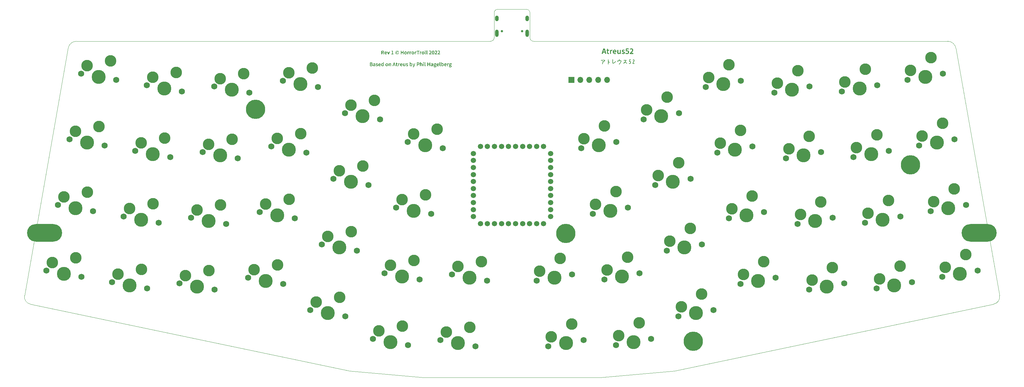
<source format=gts>
G04 #@! TF.GenerationSoftware,KiCad,Pcbnew,(6.99.0-1912-g359c99991b)*
G04 #@! TF.CreationDate,2022-08-15T14:05:59+07:00*
G04 #@! TF.ProjectId,atreus52,61747265-7573-4353-922e-6b696361645f,1*
G04 #@! TF.SameCoordinates,Original*
G04 #@! TF.FileFunction,Soldermask,Top*
G04 #@! TF.FilePolarity,Negative*
%FSLAX46Y46*%
G04 Gerber Fmt 4.6, Leading zero omitted, Abs format (unit mm)*
G04 Created by KiCad (PCBNEW (6.99.0-1912-g359c99991b)) date 2022-08-15 14:05:59*
%MOMM*%
%LPD*%
G01*
G04 APERTURE LIST*
%ADD10C,0.300000*%
%ADD11C,0.125000*%
%ADD12C,0.187500*%
%ADD13O,10.000000X5.000000*%
%ADD14C,5.500000*%
%ADD15C,1.750000*%
%ADD16C,3.987800*%
%ADD17C,3.300000*%
%ADD18C,0.650000*%
%ADD19O,1.000000X1.600000*%
%ADD20O,1.000000X2.100000*%
%ADD21O,1.700000X1.700000*%
%ADD22R,1.700000X1.700000*%
%ADD23C,1.500000*%
G04 #@! TA.AperFunction,Profile*
%ADD24C,0.100000*%
G04 #@! TD*
G04 APERTURE END LIST*
D10*
G36*
X165122720Y-2060741D02*
G01*
X165137417Y-2061997D01*
X165156582Y-2064973D01*
X165175255Y-2069438D01*
X165193436Y-2075392D01*
X165211125Y-2082834D01*
X165228321Y-2091764D01*
X165240895Y-2099438D01*
X165253192Y-2107950D01*
X165265000Y-2117065D01*
X165276106Y-2126690D01*
X165289821Y-2140314D01*
X165302289Y-2154843D01*
X165313509Y-2170276D01*
X165323481Y-2186613D01*
X165332205Y-2203855D01*
X165337929Y-2217381D01*
X165342951Y-2231414D01*
X165738625Y-3465696D01*
X165742197Y-3480997D01*
X165744120Y-3495577D01*
X165744487Y-3504897D01*
X165743417Y-3520930D01*
X165740209Y-3536332D01*
X165734862Y-3551104D01*
X165727376Y-3565244D01*
X165722138Y-3573040D01*
X165712928Y-3584632D01*
X165700239Y-3596949D01*
X165686245Y-3606850D01*
X165670944Y-3614337D01*
X165654338Y-3619408D01*
X165636426Y-3622065D01*
X165625052Y-3622500D01*
X165607232Y-3621807D01*
X165589858Y-3619729D01*
X165572931Y-3616266D01*
X165556450Y-3611417D01*
X165540416Y-3605183D01*
X165524828Y-3597564D01*
X165509687Y-3588559D01*
X165494993Y-3578169D01*
X165481225Y-3566686D01*
X165468683Y-3554402D01*
X165457366Y-3541315D01*
X165447274Y-3527428D01*
X165438407Y-3512739D01*
X165430764Y-3497249D01*
X165424347Y-3480957D01*
X165419155Y-3463864D01*
X165357240Y-3241114D01*
X165350488Y-3227089D01*
X165336094Y-3220778D01*
X165332327Y-3220598D01*
X164866678Y-3220598D01*
X164852366Y-3223984D01*
X164842228Y-3235204D01*
X164839933Y-3241114D01*
X164778018Y-3470092D01*
X164772854Y-3486641D01*
X164766523Y-3502401D01*
X164759024Y-3517370D01*
X164750357Y-3531550D01*
X164740523Y-3544939D01*
X164729520Y-3557539D01*
X164717350Y-3569348D01*
X164704012Y-3580368D01*
X164689867Y-3590242D01*
X164675275Y-3598800D01*
X164660237Y-3606042D01*
X164644753Y-3611967D01*
X164628822Y-3616575D01*
X164612444Y-3619866D01*
X164595620Y-3621841D01*
X164578349Y-3622500D01*
X164560340Y-3621346D01*
X164543638Y-3617884D01*
X164528241Y-3612115D01*
X164514150Y-3604038D01*
X164501364Y-3593654D01*
X164489885Y-3580962D01*
X164485659Y-3575239D01*
X164475952Y-3561439D01*
X164468629Y-3547289D01*
X164463690Y-3532788D01*
X164461136Y-3517937D01*
X164460746Y-3509293D01*
X164461774Y-3494112D01*
X164464858Y-3478931D01*
X164466974Y-3471924D01*
X164631481Y-2959014D01*
X164918335Y-2959014D01*
X164921266Y-2973302D01*
X164934822Y-2979530D01*
X165264549Y-2979530D01*
X165276640Y-2973302D01*
X165278838Y-2959014D01*
X165237805Y-2808438D01*
X165232607Y-2790270D01*
X165227042Y-2770524D01*
X165221109Y-2749200D01*
X165216950Y-2734107D01*
X165212628Y-2718314D01*
X165208143Y-2701819D01*
X165203495Y-2684622D01*
X165198684Y-2666725D01*
X165193709Y-2648126D01*
X165188571Y-2628826D01*
X165183271Y-2608825D01*
X165177807Y-2588123D01*
X165172180Y-2566719D01*
X165166389Y-2544614D01*
X165163433Y-2533299D01*
X165157653Y-2511012D01*
X165152127Y-2489764D01*
X165146856Y-2469555D01*
X165141840Y-2450386D01*
X165137079Y-2432255D01*
X165132572Y-2415163D01*
X165128321Y-2399110D01*
X165124324Y-2384097D01*
X165118806Y-2363524D01*
X165113861Y-2345289D01*
X165109489Y-2329392D01*
X165104552Y-2311832D01*
X165101517Y-2301390D01*
X165097487Y-2297360D01*
X165091259Y-2301390D01*
X165087515Y-2317124D01*
X165083746Y-2332866D01*
X165079953Y-2348614D01*
X165076135Y-2364370D01*
X165072293Y-2380133D01*
X165068427Y-2395903D01*
X165064537Y-2411681D01*
X165060622Y-2427465D01*
X165056683Y-2443257D01*
X165052719Y-2459055D01*
X165048732Y-2474861D01*
X165044719Y-2490674D01*
X165040683Y-2506495D01*
X165036622Y-2522322D01*
X165032537Y-2538156D01*
X165028428Y-2553998D01*
X165024294Y-2569847D01*
X165020136Y-2585703D01*
X165015953Y-2601566D01*
X165011747Y-2617436D01*
X165007516Y-2633314D01*
X165003260Y-2649198D01*
X164998980Y-2665090D01*
X164994676Y-2680989D01*
X164990348Y-2696895D01*
X164985995Y-2712808D01*
X164981618Y-2728729D01*
X164977217Y-2744656D01*
X164972791Y-2760591D01*
X164968341Y-2776533D01*
X164963867Y-2792482D01*
X164959368Y-2808438D01*
X164918335Y-2959014D01*
X164631481Y-2959014D01*
X164864846Y-2231414D01*
X164869803Y-2217381D01*
X164875468Y-2203855D01*
X164884123Y-2186613D01*
X164894038Y-2170276D01*
X164905212Y-2154843D01*
X164917645Y-2140314D01*
X164931338Y-2126690D01*
X164942434Y-2117065D01*
X164954239Y-2107950D01*
X164966536Y-2099438D01*
X164979110Y-2091764D01*
X164996306Y-2082834D01*
X165013995Y-2075392D01*
X165032176Y-2069438D01*
X165050849Y-2064973D01*
X165070014Y-2061997D01*
X165084712Y-2060741D01*
X165099686Y-2060322D01*
X165107746Y-2060322D01*
X165122720Y-2060741D01*
G37*
G36*
X166334700Y-3651442D02*
G01*
X166310740Y-3651009D01*
X166287540Y-3649711D01*
X166265101Y-3647546D01*
X166243423Y-3644516D01*
X166222506Y-3640620D01*
X166202349Y-3635857D01*
X166182953Y-3630230D01*
X166164317Y-3623736D01*
X166146442Y-3616376D01*
X166129328Y-3608151D01*
X166112974Y-3599060D01*
X166097381Y-3589103D01*
X166082549Y-3578280D01*
X166068477Y-3566592D01*
X166055166Y-3554037D01*
X166042616Y-3540617D01*
X166030826Y-3526331D01*
X166019797Y-3511179D01*
X166009528Y-3495161D01*
X166000020Y-3478278D01*
X165991273Y-3460529D01*
X165983286Y-3441913D01*
X165976060Y-3422432D01*
X165969595Y-3402086D01*
X165963890Y-3380873D01*
X165958946Y-3358795D01*
X165954762Y-3335850D01*
X165951339Y-3312040D01*
X165948677Y-3287364D01*
X165946776Y-3261822D01*
X165945635Y-3235415D01*
X165945254Y-3208142D01*
X165945254Y-2703292D01*
X165940601Y-2688998D01*
X165928768Y-2684973D01*
X165893597Y-2684973D01*
X165876376Y-2683814D01*
X165860160Y-2680337D01*
X165844949Y-2674541D01*
X165830743Y-2666426D01*
X165817541Y-2655993D01*
X165813363Y-2652001D01*
X165802158Y-2639121D01*
X165793270Y-2625210D01*
X165786702Y-2610269D01*
X165782451Y-2594298D01*
X165780519Y-2577297D01*
X165780390Y-2571400D01*
X165781195Y-2556275D01*
X165783610Y-2541812D01*
X165788634Y-2525330D01*
X165795975Y-2509801D01*
X165805635Y-2495225D01*
X165813363Y-2486038D01*
X165824016Y-2475490D01*
X165837720Y-2464911D01*
X165852429Y-2456600D01*
X165868143Y-2450555D01*
X165884861Y-2446776D01*
X165893597Y-2445737D01*
X165941224Y-2441707D01*
X165955600Y-2438131D01*
X165963271Y-2425285D01*
X165963573Y-2423023D01*
X165982257Y-2254129D01*
X165985053Y-2237183D01*
X165989549Y-2221149D01*
X165995744Y-2206028D01*
X166003638Y-2191818D01*
X166013232Y-2178522D01*
X166024525Y-2166137D01*
X166029518Y-2161439D01*
X166042804Y-2150779D01*
X166056788Y-2141926D01*
X166071469Y-2134879D01*
X166086848Y-2129640D01*
X166102925Y-2126207D01*
X166119700Y-2124581D01*
X166126605Y-2124436D01*
X166142944Y-2125366D01*
X166158533Y-2128157D01*
X166173370Y-2132808D01*
X166187455Y-2139320D01*
X166200790Y-2147692D01*
X166213373Y-2157924D01*
X166218196Y-2162538D01*
X166229172Y-2174820D01*
X166238288Y-2187854D01*
X166245544Y-2201639D01*
X166250939Y-2216176D01*
X166254474Y-2231464D01*
X166256149Y-2247503D01*
X166256298Y-2254129D01*
X166256298Y-2421191D01*
X166260806Y-2435917D01*
X166274330Y-2441627D01*
X166276814Y-2441707D01*
X166425192Y-2441707D01*
X166440317Y-2442566D01*
X166454780Y-2445142D01*
X166471262Y-2450500D01*
X166486791Y-2458331D01*
X166499004Y-2466746D01*
X166510554Y-2476878D01*
X166521003Y-2488166D01*
X166529681Y-2500277D01*
X166536588Y-2513211D01*
X166541724Y-2526967D01*
X166545089Y-2541547D01*
X166546683Y-2556949D01*
X166546824Y-2563340D01*
X166545939Y-2578975D01*
X166543282Y-2593823D01*
X166538855Y-2607884D01*
X166531204Y-2623718D01*
X166522881Y-2636047D01*
X166512786Y-2647588D01*
X166510554Y-2649802D01*
X166499004Y-2659935D01*
X166486791Y-2668350D01*
X166471262Y-2676181D01*
X166454780Y-2681539D01*
X166440317Y-2684115D01*
X166425192Y-2684973D01*
X166276814Y-2684973D01*
X166262088Y-2689481D01*
X166256378Y-2703005D01*
X166256298Y-2705490D01*
X166256298Y-3208142D01*
X166256926Y-3232364D01*
X166258811Y-3255025D01*
X166261952Y-3276122D01*
X166266350Y-3295657D01*
X166272004Y-3313629D01*
X166278915Y-3330038D01*
X166287082Y-3344884D01*
X166296506Y-3358168D01*
X166307186Y-3369888D01*
X166319123Y-3380046D01*
X166332317Y-3388642D01*
X166346767Y-3395674D01*
X166362473Y-3401144D01*
X166379436Y-3405051D01*
X166397656Y-3407395D01*
X166417131Y-3408176D01*
X166420062Y-3408176D01*
X166423360Y-3408176D01*
X166440799Y-3408898D01*
X166457672Y-3411062D01*
X166473978Y-3414668D01*
X166489717Y-3419717D01*
X166504890Y-3426208D01*
X166509822Y-3428693D01*
X166523427Y-3437932D01*
X166534843Y-3448614D01*
X166544070Y-3460738D01*
X166551106Y-3474305D01*
X166555953Y-3489315D01*
X166557083Y-3494638D01*
X166560380Y-3509201D01*
X166561479Y-3523581D01*
X166560449Y-3539816D01*
X166557357Y-3555546D01*
X166552205Y-3570773D01*
X166544993Y-3585497D01*
X166536662Y-3598201D01*
X166525224Y-3611322D01*
X166512216Y-3622124D01*
X166497635Y-3630607D01*
X166481484Y-3636773D01*
X166472819Y-3638986D01*
X166455354Y-3641905D01*
X166437946Y-3644436D01*
X166420595Y-3646577D01*
X166403301Y-3648328D01*
X166386065Y-3649691D01*
X166368886Y-3650664D01*
X166351764Y-3651248D01*
X166334700Y-3651442D01*
G37*
G36*
X167045446Y-3577070D02*
G01*
X167034055Y-3587718D01*
X167022045Y-3596946D01*
X167009417Y-3604754D01*
X166996170Y-3611142D01*
X166982306Y-3616111D01*
X166967823Y-3619660D01*
X166952722Y-3621790D01*
X166937002Y-3622500D01*
X166921352Y-3621790D01*
X166906274Y-3619660D01*
X166891768Y-3616111D01*
X166877835Y-3611142D01*
X166864474Y-3604754D01*
X166851685Y-3596946D01*
X166839469Y-3587718D01*
X166827826Y-3577070D01*
X166817264Y-3565427D01*
X166808111Y-3553211D01*
X166800366Y-3540422D01*
X166794029Y-3527062D01*
X166789100Y-3513128D01*
X166785579Y-3498623D01*
X166783467Y-3483544D01*
X166782763Y-3467894D01*
X166782763Y-2567370D01*
X166783666Y-2551585D01*
X166786377Y-2536516D01*
X166790894Y-2522162D01*
X166797217Y-2508523D01*
X166805348Y-2495600D01*
X166815285Y-2483393D01*
X166819766Y-2478710D01*
X166831687Y-2468050D01*
X166844324Y-2459197D01*
X166857676Y-2452151D01*
X166871744Y-2446911D01*
X166886527Y-2443478D01*
X166902026Y-2441852D01*
X166908426Y-2441707D01*
X166924810Y-2442593D01*
X166940533Y-2445249D01*
X166955594Y-2449677D01*
X166969992Y-2455875D01*
X166983729Y-2463845D01*
X166996804Y-2473585D01*
X167001849Y-2477978D01*
X167013611Y-2489627D01*
X167023709Y-2502135D01*
X167032144Y-2515501D01*
X167038915Y-2529726D01*
X167044022Y-2544810D01*
X167047466Y-2560753D01*
X167048377Y-2567370D01*
X167056804Y-2645772D01*
X167060834Y-2649802D01*
X167067062Y-2645772D01*
X167075127Y-2632044D01*
X167083388Y-2618701D01*
X167091843Y-2605746D01*
X167100492Y-2593176D01*
X167109337Y-2580993D01*
X167118376Y-2569196D01*
X167127609Y-2557786D01*
X167141824Y-2541395D01*
X167156477Y-2525874D01*
X167171569Y-2511222D01*
X167187098Y-2497439D01*
X167203064Y-2484526D01*
X167219469Y-2472482D01*
X167236128Y-2461417D01*
X167252858Y-2451440D01*
X167269659Y-2442552D01*
X167286531Y-2434752D01*
X167303474Y-2428041D01*
X167320487Y-2422418D01*
X167337571Y-2417883D01*
X167354726Y-2414436D01*
X167371952Y-2412078D01*
X167389249Y-2410808D01*
X167400820Y-2410566D01*
X167407048Y-2410566D01*
X167423842Y-2412407D01*
X167439419Y-2416556D01*
X167453781Y-2423012D01*
X167466925Y-2431776D01*
X167478854Y-2442847D01*
X167489566Y-2456226D01*
X167493510Y-2462224D01*
X167501229Y-2475619D01*
X167507351Y-2489426D01*
X167511877Y-2503646D01*
X167514805Y-2518278D01*
X167516136Y-2533321D01*
X167516224Y-2538428D01*
X167515217Y-2553998D01*
X167512682Y-2569125D01*
X167512194Y-2571400D01*
X167508103Y-2587016D01*
X167502241Y-2601575D01*
X167494608Y-2615080D01*
X167485204Y-2627529D01*
X167474028Y-2638922D01*
X167461082Y-2649260D01*
X167455408Y-2653100D01*
X167440696Y-2661747D01*
X167425412Y-2669142D01*
X167409555Y-2675285D01*
X167393126Y-2680176D01*
X167376124Y-2683815D01*
X167358550Y-2686201D01*
X167351360Y-2686805D01*
X167333380Y-2688557D01*
X167315525Y-2691797D01*
X167297797Y-2696525D01*
X167280194Y-2702742D01*
X167262717Y-2710447D01*
X167249693Y-2717203D01*
X167236738Y-2724795D01*
X167223855Y-2733225D01*
X167211043Y-2742493D01*
X167198531Y-2752648D01*
X167186412Y-2763745D01*
X167174686Y-2775781D01*
X167163353Y-2788757D01*
X167152412Y-2802674D01*
X167141864Y-2817531D01*
X167131710Y-2833329D01*
X167121948Y-2850066D01*
X167112579Y-2867744D01*
X167103602Y-2886362D01*
X167097836Y-2899296D01*
X167092925Y-2913344D01*
X167090280Y-2928010D01*
X167089776Y-2938131D01*
X167089776Y-3467894D01*
X167089084Y-3483544D01*
X167087006Y-3498623D01*
X167083542Y-3513128D01*
X167078694Y-3527062D01*
X167072460Y-3540422D01*
X167064841Y-3553211D01*
X167055836Y-3565427D01*
X167045446Y-3577070D01*
G37*
G36*
X168180782Y-2411139D02*
G01*
X168208178Y-2412856D01*
X168234786Y-2415718D01*
X168260608Y-2419726D01*
X168285642Y-2424878D01*
X168309890Y-2431174D01*
X168333350Y-2438616D01*
X168356023Y-2447203D01*
X168377909Y-2456934D01*
X168399008Y-2467811D01*
X168419319Y-2479832D01*
X168438844Y-2492998D01*
X168457582Y-2507310D01*
X168475532Y-2522766D01*
X168492695Y-2539366D01*
X168509071Y-2557112D01*
X168525797Y-2576751D01*
X168541443Y-2597017D01*
X168556010Y-2617910D01*
X168569499Y-2639430D01*
X168581908Y-2661576D01*
X168593238Y-2684349D01*
X168603489Y-2707749D01*
X168612661Y-2731776D01*
X168620754Y-2756430D01*
X168627768Y-2781711D01*
X168633703Y-2807618D01*
X168638558Y-2834152D01*
X168642335Y-2861313D01*
X168645033Y-2889101D01*
X168646651Y-2917516D01*
X168647191Y-2946557D01*
X168646321Y-2964212D01*
X168643710Y-2981087D01*
X168639360Y-2997184D01*
X168633269Y-3012503D01*
X168625438Y-3027043D01*
X168615867Y-3040805D01*
X168604555Y-3053788D01*
X168591503Y-3065992D01*
X168576763Y-3078099D01*
X168561301Y-3088592D01*
X168545118Y-3097471D01*
X168528214Y-3104735D01*
X168510588Y-3110385D01*
X168492242Y-3114421D01*
X168473174Y-3116842D01*
X168458399Y-3117599D01*
X168453384Y-3117650D01*
X167923988Y-3117650D01*
X167911531Y-3123878D01*
X167907501Y-3138166D01*
X167910590Y-3154681D01*
X167914176Y-3170704D01*
X167918260Y-3186234D01*
X167922843Y-3201272D01*
X167927923Y-3215818D01*
X167933502Y-3229871D01*
X167939578Y-3243433D01*
X167949627Y-3262851D01*
X167960796Y-3281162D01*
X167973086Y-3298366D01*
X167986496Y-3314462D01*
X168001027Y-3329450D01*
X168016678Y-3343330D01*
X168033253Y-3356032D01*
X168050557Y-3367484D01*
X168068587Y-3377687D01*
X168087346Y-3386641D01*
X168106832Y-3394345D01*
X168127047Y-3400800D01*
X168147988Y-3406006D01*
X168169658Y-3409962D01*
X168184509Y-3411906D01*
X168199683Y-3413294D01*
X168215180Y-3414127D01*
X168231001Y-3414405D01*
X168247177Y-3414115D01*
X168263283Y-3413245D01*
X168279317Y-3411796D01*
X168295281Y-3409768D01*
X168311174Y-3407160D01*
X168326996Y-3403972D01*
X168342747Y-3400204D01*
X168358427Y-3395857D01*
X168374037Y-3390931D01*
X168389575Y-3385425D01*
X168399895Y-3381432D01*
X168413879Y-3376473D01*
X168429350Y-3372867D01*
X168444748Y-3371264D01*
X168449354Y-3371174D01*
X168464173Y-3371839D01*
X168479319Y-3374043D01*
X168484525Y-3375204D01*
X168500574Y-3380815D01*
X168514922Y-3388307D01*
X168527570Y-3397679D01*
X168538518Y-3408932D01*
X168547766Y-3422065D01*
X168550471Y-3426861D01*
X168556722Y-3440348D01*
X168561619Y-3455794D01*
X168564257Y-3471530D01*
X168564759Y-3482182D01*
X168563621Y-3497649D01*
X168560729Y-3511125D01*
X168555787Y-3527220D01*
X168548656Y-3541436D01*
X168539335Y-3553770D01*
X168527825Y-3564225D01*
X168514125Y-3572798D01*
X168509071Y-3575239D01*
X168489491Y-3584466D01*
X168469859Y-3593099D01*
X168450176Y-3601136D01*
X168430441Y-3608578D01*
X168410654Y-3615424D01*
X168390816Y-3621675D01*
X168370926Y-3627331D01*
X168350985Y-3632391D01*
X168330993Y-3636856D01*
X168310949Y-3640726D01*
X168290853Y-3644001D01*
X168270706Y-3646680D01*
X168250507Y-3648763D01*
X168230257Y-3650252D01*
X168209955Y-3651145D01*
X168189602Y-3651442D01*
X168173729Y-3651279D01*
X168158032Y-3650790D01*
X168142508Y-3649974D01*
X168127160Y-3648832D01*
X168111986Y-3647364D01*
X168096986Y-3645569D01*
X168082161Y-3643448D01*
X168067511Y-3641001D01*
X168053035Y-3638227D01*
X168024608Y-3631702D01*
X167996878Y-3623871D01*
X167969848Y-3614734D01*
X167943515Y-3604293D01*
X167917881Y-3592546D01*
X167892946Y-3579495D01*
X167868708Y-3565138D01*
X167845169Y-3549476D01*
X167822329Y-3532508D01*
X167800187Y-3514236D01*
X167778743Y-3494658D01*
X167768283Y-3484380D01*
X167758072Y-3473824D01*
X167738624Y-3452026D01*
X167720471Y-3429311D01*
X167703616Y-3405681D01*
X167688057Y-3381134D01*
X167673794Y-3355672D01*
X167667149Y-3342597D01*
X167660828Y-3329294D01*
X167654832Y-3315761D01*
X167649159Y-3301999D01*
X167643811Y-3288009D01*
X167638786Y-3273789D01*
X167634086Y-3259341D01*
X167629710Y-3244663D01*
X167625658Y-3229757D01*
X167621931Y-3214622D01*
X167618527Y-3199257D01*
X167615448Y-3183664D01*
X167612693Y-3167841D01*
X167610261Y-3151790D01*
X167608155Y-3135510D01*
X167606372Y-3119001D01*
X167604913Y-3102262D01*
X167603779Y-3085295D01*
X167602968Y-3068099D01*
X167602482Y-3050674D01*
X167602320Y-3033019D01*
X167602500Y-3015827D01*
X167603041Y-2998782D01*
X167603943Y-2981882D01*
X167605205Y-2965128D01*
X167606828Y-2948519D01*
X167608811Y-2932057D01*
X167611156Y-2915741D01*
X167613860Y-2899571D01*
X167614333Y-2897098D01*
X167903105Y-2897098D01*
X167907501Y-2907356D01*
X167919591Y-2913585D01*
X168360694Y-2913585D01*
X168374613Y-2907740D01*
X168374982Y-2907356D01*
X168381186Y-2894069D01*
X168381210Y-2893068D01*
X168379673Y-2871894D01*
X168377260Y-2851646D01*
X168373972Y-2832326D01*
X168369807Y-2813934D01*
X168364767Y-2796468D01*
X168358851Y-2779930D01*
X168352059Y-2764320D01*
X168344391Y-2749637D01*
X168335847Y-2735881D01*
X168326427Y-2723052D01*
X168319661Y-2715015D01*
X168308766Y-2703754D01*
X168296962Y-2693600D01*
X168284251Y-2684554D01*
X168270631Y-2676616D01*
X168256104Y-2669785D01*
X168240668Y-2664062D01*
X168224325Y-2659447D01*
X168207073Y-2655939D01*
X168188913Y-2653539D01*
X168169845Y-2652247D01*
X168156629Y-2652001D01*
X168139449Y-2652542D01*
X168122669Y-2654164D01*
X168106288Y-2656869D01*
X168090306Y-2660656D01*
X168074723Y-2665525D01*
X168059540Y-2671475D01*
X168044756Y-2678508D01*
X168030371Y-2686622D01*
X168016385Y-2695818D01*
X168002799Y-2706097D01*
X167993963Y-2713550D01*
X167982961Y-2723927D01*
X167972668Y-2734450D01*
X167958561Y-2750508D01*
X167946050Y-2766894D01*
X167935136Y-2783609D01*
X167925820Y-2800653D01*
X167918100Y-2818025D01*
X167911978Y-2835725D01*
X167907453Y-2853754D01*
X167904525Y-2872111D01*
X167903194Y-2890797D01*
X167903105Y-2897098D01*
X167614333Y-2897098D01*
X167616926Y-2883547D01*
X167620352Y-2867669D01*
X167624139Y-2851937D01*
X167628286Y-2836350D01*
X167632794Y-2820910D01*
X167637663Y-2805616D01*
X167642892Y-2790468D01*
X167648482Y-2775465D01*
X167654418Y-2760696D01*
X167660595Y-2746248D01*
X167667012Y-2732120D01*
X167673669Y-2718312D01*
X167680567Y-2704826D01*
X167687706Y-2691659D01*
X167695084Y-2678814D01*
X167702704Y-2666289D01*
X167714583Y-2648102D01*
X167727004Y-2630637D01*
X167739966Y-2613893D01*
X167753468Y-2597870D01*
X167767512Y-2582569D01*
X167772313Y-2577629D01*
X167786997Y-2563228D01*
X167802061Y-2549426D01*
X167817506Y-2536223D01*
X167833330Y-2523618D01*
X167849534Y-2511613D01*
X167866118Y-2500207D01*
X167883082Y-2489400D01*
X167900426Y-2479191D01*
X167918150Y-2469582D01*
X167936254Y-2460571D01*
X167948534Y-2454897D01*
X167967136Y-2446974D01*
X167985847Y-2439831D01*
X168004668Y-2433467D01*
X168023599Y-2427883D01*
X168042639Y-2423078D01*
X168061788Y-2419052D01*
X168081047Y-2415805D01*
X168100415Y-2413337D01*
X168119893Y-2411649D01*
X168139480Y-2410740D01*
X168152599Y-2410566D01*
X168180782Y-2411139D01*
G37*
G36*
X169244731Y-3651442D02*
G01*
X169222416Y-3650981D01*
X169200810Y-3649599D01*
X169179912Y-3647295D01*
X169159723Y-3644069D01*
X169140242Y-3639922D01*
X169121469Y-3634853D01*
X169103405Y-3628862D01*
X169086049Y-3621950D01*
X169069402Y-3614116D01*
X169053463Y-3605361D01*
X169038232Y-3595683D01*
X169023710Y-3585085D01*
X169009896Y-3573564D01*
X168996791Y-3561122D01*
X168984394Y-3547758D01*
X168972705Y-3533473D01*
X168961725Y-3518266D01*
X168951453Y-3502137D01*
X168941890Y-3485087D01*
X168933035Y-3467115D01*
X168924888Y-3448222D01*
X168917450Y-3428407D01*
X168910720Y-3407670D01*
X168904699Y-3386011D01*
X168899386Y-3363431D01*
X168894781Y-3339930D01*
X168890885Y-3315506D01*
X168887698Y-3290161D01*
X168885218Y-3263895D01*
X168883447Y-3236706D01*
X168882385Y-3208597D01*
X168882030Y-3179565D01*
X168882030Y-2596313D01*
X168882734Y-2580582D01*
X168884847Y-2565447D01*
X168888367Y-2550907D01*
X168893296Y-2536962D01*
X168899633Y-2523613D01*
X168907378Y-2510859D01*
X168916532Y-2498700D01*
X168927093Y-2487137D01*
X168938737Y-2476489D01*
X168950953Y-2467261D01*
X168963741Y-2459453D01*
X168977102Y-2453065D01*
X168991035Y-2448096D01*
X169005541Y-2444547D01*
X169020619Y-2442417D01*
X169036270Y-2441707D01*
X169052006Y-2442417D01*
X169067159Y-2444547D01*
X169081727Y-2448096D01*
X169095712Y-2453065D01*
X169109113Y-2459453D01*
X169121930Y-2467261D01*
X169134163Y-2476489D01*
X169145813Y-2487137D01*
X169156460Y-2498700D01*
X169165688Y-2510859D01*
X169173496Y-2523613D01*
X169179884Y-2536962D01*
X169184853Y-2550907D01*
X169188402Y-2565447D01*
X169190532Y-2580582D01*
X169191242Y-2596313D01*
X169191242Y-3140364D01*
X169191393Y-3156775D01*
X169191849Y-3172576D01*
X169192607Y-3187767D01*
X169194314Y-3209411D01*
X169196703Y-3229683D01*
X169199775Y-3248583D01*
X169203529Y-3266112D01*
X169207966Y-3282268D01*
X169213086Y-3297054D01*
X169220974Y-3314633D01*
X169230076Y-3329774D01*
X169240621Y-3342826D01*
X169252654Y-3354138D01*
X169266175Y-3363709D01*
X169281184Y-3371540D01*
X169297682Y-3377631D01*
X169315668Y-3381981D01*
X169335143Y-3384592D01*
X169350725Y-3385407D01*
X169356106Y-3385462D01*
X169372798Y-3384998D01*
X169388987Y-3383607D01*
X169404672Y-3381289D01*
X169419853Y-3378043D01*
X169434531Y-3373870D01*
X169448704Y-3368769D01*
X169462374Y-3362742D01*
X169475540Y-3355786D01*
X169488546Y-3347618D01*
X169501735Y-3338132D01*
X169515108Y-3327330D01*
X169528663Y-3315211D01*
X169542402Y-3301776D01*
X169552826Y-3290836D01*
X169563353Y-3279155D01*
X169573984Y-3266733D01*
X169584717Y-3253571D01*
X169592782Y-3240873D01*
X169596735Y-3225999D01*
X169597173Y-3218400D01*
X169597173Y-2596313D01*
X169597877Y-2580582D01*
X169599990Y-2565447D01*
X169603510Y-2550907D01*
X169608439Y-2536962D01*
X169614776Y-2523613D01*
X169622521Y-2510859D01*
X169631675Y-2498700D01*
X169642236Y-2487137D01*
X169653880Y-2476489D01*
X169666096Y-2467261D01*
X169678884Y-2459453D01*
X169692245Y-2453065D01*
X169706178Y-2448096D01*
X169720684Y-2444547D01*
X169735762Y-2442417D01*
X169751413Y-2441707D01*
X169767149Y-2442417D01*
X169782302Y-2444547D01*
X169796871Y-2448096D01*
X169810855Y-2453065D01*
X169824256Y-2459453D01*
X169837073Y-2467261D01*
X169849306Y-2476489D01*
X169860956Y-2487137D01*
X169871603Y-2498700D01*
X169880831Y-2510859D01*
X169888639Y-2523613D01*
X169895028Y-2536962D01*
X169899996Y-2550907D01*
X169903545Y-2565447D01*
X169905675Y-2580582D01*
X169906385Y-2596313D01*
X169906385Y-3496837D01*
X169905472Y-3512525D01*
X169902735Y-3527534D01*
X169898174Y-3541863D01*
X169891787Y-3555512D01*
X169883576Y-3568482D01*
X169873541Y-3580771D01*
X169869016Y-3585497D01*
X169857094Y-3596157D01*
X169844458Y-3605010D01*
X169831106Y-3612056D01*
X169817038Y-3617296D01*
X169802254Y-3620729D01*
X169786755Y-3622355D01*
X169780355Y-3622500D01*
X169763935Y-3621623D01*
X169748105Y-3618993D01*
X169732866Y-3614611D01*
X169718217Y-3608475D01*
X169704158Y-3600586D01*
X169690689Y-3590944D01*
X169685467Y-3586596D01*
X169673449Y-3574841D01*
X169663042Y-3562245D01*
X169654244Y-3548809D01*
X169647056Y-3534532D01*
X169641478Y-3519414D01*
X169637511Y-3503455D01*
X169636374Y-3496837D01*
X169631978Y-3457636D01*
X169625750Y-3453606D01*
X169619888Y-3457636D01*
X169609406Y-3469559D01*
X169598845Y-3481104D01*
X169588203Y-3492271D01*
X169577481Y-3503059D01*
X169566679Y-3513469D01*
X169555797Y-3523500D01*
X169533792Y-3542426D01*
X169511467Y-3559838D01*
X169488821Y-3575737D01*
X169465855Y-3590121D01*
X169442568Y-3602991D01*
X169418960Y-3614346D01*
X169395032Y-3624188D01*
X169370783Y-3632516D01*
X169346214Y-3639329D01*
X169321324Y-3644629D01*
X169296114Y-3648414D01*
X169270583Y-3650685D01*
X169244731Y-3651442D01*
G37*
G36*
X170568771Y-3651442D02*
G01*
X170546615Y-3651056D01*
X170524476Y-3649897D01*
X170502354Y-3647965D01*
X170480249Y-3645260D01*
X170458161Y-3641782D01*
X170436090Y-3637532D01*
X170414037Y-3632509D01*
X170392001Y-3626713D01*
X170369982Y-3620144D01*
X170347980Y-3612802D01*
X170325995Y-3604688D01*
X170304027Y-3595801D01*
X170282077Y-3586141D01*
X170260144Y-3575708D01*
X170238228Y-3564502D01*
X170216329Y-3552524D01*
X170202088Y-3542988D01*
X170190140Y-3531418D01*
X170180484Y-3517812D01*
X170173121Y-3502172D01*
X170168736Y-3487583D01*
X170166870Y-3478152D01*
X170165126Y-3463465D01*
X170165038Y-3459834D01*
X170166213Y-3442981D01*
X170169736Y-3426725D01*
X170175609Y-3411065D01*
X170182513Y-3398116D01*
X170189584Y-3387660D01*
X170199130Y-3376161D01*
X170211907Y-3364346D01*
X170226126Y-3354694D01*
X170241788Y-3347207D01*
X170255942Y-3342620D01*
X170267986Y-3340033D01*
X170282698Y-3340033D01*
X170290701Y-3340033D01*
X170306592Y-3340927D01*
X170321886Y-3343609D01*
X170336585Y-3348079D01*
X170350687Y-3354338D01*
X170358478Y-3358717D01*
X170372384Y-3366215D01*
X170386259Y-3373229D01*
X170400102Y-3379759D01*
X170413914Y-3385805D01*
X170427694Y-3391368D01*
X170441443Y-3396447D01*
X170462007Y-3403159D01*
X170482500Y-3408782D01*
X170502922Y-3413317D01*
X170523274Y-3416763D01*
X170543554Y-3419121D01*
X170563764Y-3420391D01*
X170577198Y-3420633D01*
X170592637Y-3420333D01*
X170607354Y-3419435D01*
X170625856Y-3417305D01*
X170643075Y-3414111D01*
X170659012Y-3409852D01*
X170673666Y-3404529D01*
X170687038Y-3398140D01*
X170701951Y-3388657D01*
X170704693Y-3386561D01*
X170717252Y-3375341D01*
X170727683Y-3362976D01*
X170735986Y-3349467D01*
X170742159Y-3334812D01*
X170746204Y-3319012D01*
X170748120Y-3302068D01*
X170748290Y-3294970D01*
X170746688Y-3279483D01*
X170741883Y-3264257D01*
X170734734Y-3250640D01*
X170725976Y-3237846D01*
X170716645Y-3226483D01*
X170705720Y-3215636D01*
X170704693Y-3214736D01*
X170692564Y-3205291D01*
X170680233Y-3197322D01*
X170665567Y-3188988D01*
X170653035Y-3182496D01*
X170638387Y-3175206D01*
X170624895Y-3168722D01*
X170610893Y-3162299D01*
X170596947Y-3156332D01*
X170595516Y-3155751D01*
X170580971Y-3149846D01*
X170567214Y-3144211D01*
X170551319Y-3137664D01*
X170535991Y-3131327D01*
X170527739Y-3127908D01*
X170513423Y-3122879D01*
X170500994Y-3117650D01*
X170484765Y-3111410D01*
X170469052Y-3105147D01*
X170453853Y-3098862D01*
X170439170Y-3092554D01*
X170425002Y-3086222D01*
X170411349Y-3079868D01*
X170395008Y-3071893D01*
X170385589Y-3067091D01*
X170370080Y-3058701D01*
X170354463Y-3049560D01*
X170341892Y-3041706D01*
X170329252Y-3033371D01*
X170316544Y-3024556D01*
X170303767Y-3015259D01*
X170290921Y-3005482D01*
X170284473Y-3000413D01*
X170271930Y-2989811D01*
X170260132Y-2978706D01*
X170249079Y-2967097D01*
X170238769Y-2954984D01*
X170229203Y-2942367D01*
X170220382Y-2929247D01*
X170212305Y-2915623D01*
X170204972Y-2901495D01*
X170198446Y-2886829D01*
X170192790Y-2871773D01*
X170188004Y-2856329D01*
X170184089Y-2840495D01*
X170181044Y-2824272D01*
X170178868Y-2807660D01*
X170177563Y-2790658D01*
X170177128Y-2773267D01*
X170177599Y-2753441D01*
X170179011Y-2734078D01*
X170181366Y-2715178D01*
X170184661Y-2696743D01*
X170188899Y-2678771D01*
X170194078Y-2661263D01*
X170200199Y-2644218D01*
X170207261Y-2627637D01*
X170215266Y-2611520D01*
X170224212Y-2595867D01*
X170234099Y-2580677D01*
X170244928Y-2565951D01*
X170256699Y-2551688D01*
X170269412Y-2537890D01*
X170283066Y-2524554D01*
X170297662Y-2511683D01*
X170313075Y-2499438D01*
X170329089Y-2487984D01*
X170345704Y-2477319D01*
X170362920Y-2467445D01*
X170380738Y-2458360D01*
X170399156Y-2450065D01*
X170418176Y-2442560D01*
X170437796Y-2435846D01*
X170458018Y-2429921D01*
X170478840Y-2424786D01*
X170500264Y-2420441D01*
X170522289Y-2416886D01*
X170544915Y-2414121D01*
X170568142Y-2412146D01*
X170591970Y-2410961D01*
X170616399Y-2410566D01*
X170636180Y-2410888D01*
X170655863Y-2411854D01*
X170675449Y-2413464D01*
X170694938Y-2415718D01*
X170714330Y-2418616D01*
X170733624Y-2422158D01*
X170752821Y-2426344D01*
X170771920Y-2431174D01*
X170790923Y-2436648D01*
X170809828Y-2442766D01*
X170828635Y-2449528D01*
X170847346Y-2456934D01*
X170865959Y-2464984D01*
X170884474Y-2473678D01*
X170902893Y-2483016D01*
X170921214Y-2492998D01*
X170933820Y-2500705D01*
X170946563Y-2511559D01*
X170956704Y-2524164D01*
X170964243Y-2538521D01*
X170969180Y-2554629D01*
X170970673Y-2563340D01*
X170972697Y-2578087D01*
X170972871Y-2583857D01*
X170971784Y-2599660D01*
X170968523Y-2614691D01*
X170963089Y-2628952D01*
X170955480Y-2642441D01*
X170950157Y-2649802D01*
X170940611Y-2661292D01*
X170927834Y-2673073D01*
X170913615Y-2682665D01*
X170897953Y-2690066D01*
X170883799Y-2694562D01*
X170871755Y-2697063D01*
X170857162Y-2698841D01*
X170845010Y-2699262D01*
X170828661Y-2698369D01*
X170812587Y-2695689D01*
X170796787Y-2691224D01*
X170781263Y-2684973D01*
X170765878Y-2677575D01*
X170750634Y-2670904D01*
X170735532Y-2664961D01*
X170720572Y-2659746D01*
X170705754Y-2655258D01*
X170691077Y-2651498D01*
X170676542Y-2648466D01*
X170657382Y-2645555D01*
X170638474Y-2643938D01*
X170624459Y-2643574D01*
X170605986Y-2644061D01*
X170588670Y-2645520D01*
X170572509Y-2647953D01*
X170557506Y-2651359D01*
X170540377Y-2656985D01*
X170525055Y-2664132D01*
X170511540Y-2672799D01*
X170509054Y-2674715D01*
X170497761Y-2684833D01*
X170486736Y-2698297D01*
X170478467Y-2713203D01*
X170472954Y-2729552D01*
X170470466Y-2744279D01*
X170469853Y-2756781D01*
X170470680Y-2771731D01*
X170472784Y-2783892D01*
X170478766Y-2797990D01*
X170485240Y-2807339D01*
X170494948Y-2818889D01*
X170502826Y-2828222D01*
X170514260Y-2837953D01*
X170527404Y-2845968D01*
X170528471Y-2846540D01*
X170541732Y-2853498D01*
X170555230Y-2860734D01*
X170557414Y-2861927D01*
X170570799Y-2868491D01*
X170585447Y-2874785D01*
X170592585Y-2877681D01*
X170606324Y-2883012D01*
X170620761Y-2888765D01*
X170628489Y-2891969D01*
X170642333Y-2897439D01*
X170657344Y-2903114D01*
X170668789Y-2907356D01*
X170683234Y-2912634D01*
X170697583Y-2917746D01*
X170709089Y-2921645D01*
X170723165Y-2927226D01*
X170739908Y-2933929D01*
X170755702Y-2940328D01*
X170770548Y-2946423D01*
X170784445Y-2952213D01*
X170799871Y-2958760D01*
X170804710Y-2960846D01*
X170819359Y-2967582D01*
X170834729Y-2975426D01*
X170848088Y-2982809D01*
X170861949Y-2990960D01*
X170876310Y-2999882D01*
X170891172Y-3009572D01*
X170905907Y-3019586D01*
X170919658Y-3029708D01*
X170932426Y-3039937D01*
X170944209Y-3050273D01*
X170955008Y-3060716D01*
X170966669Y-3073390D01*
X170968475Y-3075518D01*
X170979032Y-3088827D01*
X170987377Y-3100941D01*
X170995311Y-3113986D01*
X171002833Y-3127961D01*
X171009944Y-3142866D01*
X171016643Y-3158701D01*
X171017934Y-3161980D01*
X171023950Y-3178638D01*
X171028946Y-3195868D01*
X171032923Y-3213671D01*
X171035370Y-3228326D01*
X171037165Y-3243347D01*
X171038307Y-3258734D01*
X171038796Y-3274488D01*
X171038817Y-3278483D01*
X171038333Y-3298592D01*
X171036882Y-3318251D01*
X171034463Y-3337461D01*
X171031077Y-3356221D01*
X171026724Y-3374532D01*
X171021403Y-3392394D01*
X171015115Y-3409806D01*
X171007859Y-3426769D01*
X170999636Y-3443283D01*
X170990445Y-3459347D01*
X170980287Y-3474962D01*
X170969162Y-3490128D01*
X170957069Y-3504844D01*
X170944009Y-3519110D01*
X170929981Y-3532928D01*
X170914986Y-3546296D01*
X170899165Y-3559028D01*
X170882568Y-3570939D01*
X170865196Y-3582029D01*
X170847048Y-3592297D01*
X170828124Y-3601744D01*
X170808425Y-3610369D01*
X170787950Y-3618173D01*
X170766700Y-3625156D01*
X170744673Y-3631317D01*
X170721872Y-3636656D01*
X170698294Y-3641174D01*
X170673941Y-3644871D01*
X170648812Y-3647746D01*
X170622907Y-3649799D01*
X170596227Y-3651032D01*
X170568771Y-3651442D01*
G37*
G36*
X171684717Y-3651442D02*
G01*
X171669075Y-3651313D01*
X171653566Y-3650927D01*
X171638189Y-3650283D01*
X171622945Y-3649381D01*
X171607832Y-3648222D01*
X171592853Y-3646805D01*
X171578005Y-3645131D01*
X171563290Y-3643199D01*
X171548707Y-3641009D01*
X171534257Y-3638562D01*
X171505754Y-3632895D01*
X171477780Y-3626197D01*
X171450335Y-3618469D01*
X171423421Y-3609711D01*
X171397035Y-3599922D01*
X171371179Y-3589103D01*
X171345853Y-3577254D01*
X171321056Y-3564374D01*
X171296789Y-3550463D01*
X171273051Y-3535522D01*
X171249843Y-3519551D01*
X171237290Y-3509274D01*
X171226651Y-3497906D01*
X171217927Y-3485446D01*
X171211117Y-3471895D01*
X171206221Y-3457253D01*
X171203238Y-3441520D01*
X171202582Y-3434921D01*
X171200383Y-3420633D01*
X171201324Y-3403957D01*
X171204144Y-3388003D01*
X171208846Y-3372771D01*
X171215427Y-3358259D01*
X171223889Y-3344469D01*
X171227128Y-3340033D01*
X171236674Y-3328596D01*
X171249450Y-3317021D01*
X171263670Y-3307791D01*
X171279332Y-3300904D01*
X171293486Y-3296956D01*
X171305530Y-3294970D01*
X171319818Y-3294970D01*
X171335047Y-3295756D01*
X171349683Y-3298113D01*
X171366009Y-3302848D01*
X171381529Y-3309723D01*
X171394190Y-3317318D01*
X171408902Y-3327078D01*
X171423728Y-3336209D01*
X171438669Y-3344710D01*
X171453724Y-3352581D01*
X171468894Y-3359822D01*
X171484178Y-3366434D01*
X171499577Y-3372416D01*
X171515090Y-3377768D01*
X171530718Y-3382491D01*
X171546460Y-3386584D01*
X171562317Y-3390047D01*
X171578288Y-3392881D01*
X171594374Y-3395085D01*
X171610574Y-3396659D01*
X171626889Y-3397603D01*
X171643318Y-3397918D01*
X171658873Y-3397625D01*
X171674029Y-3396745D01*
X171688788Y-3395278D01*
X171710181Y-3391977D01*
X171730679Y-3387357D01*
X171750281Y-3381416D01*
X171768988Y-3374155D01*
X171786800Y-3365573D01*
X171803717Y-3355672D01*
X171819738Y-3344450D01*
X171834865Y-3331908D01*
X171844452Y-3322814D01*
X171857874Y-3308131D01*
X171869976Y-3292387D01*
X171880757Y-3275579D01*
X171890219Y-3257709D01*
X171898360Y-3238777D01*
X171905181Y-3218782D01*
X171910682Y-3197724D01*
X171913616Y-3183095D01*
X171915963Y-3167994D01*
X171917723Y-3152421D01*
X171918896Y-3136375D01*
X171919483Y-3119857D01*
X171919556Y-3111421D01*
X171919279Y-3094895D01*
X171918446Y-3078838D01*
X171917058Y-3063250D01*
X171915114Y-3048132D01*
X171912616Y-3033483D01*
X171907826Y-3012390D01*
X171901788Y-2992353D01*
X171894500Y-2973372D01*
X171885963Y-2955447D01*
X171876176Y-2938579D01*
X171865140Y-2922767D01*
X171852855Y-2908010D01*
X171848482Y-2903326D01*
X171834711Y-2890035D01*
X171820051Y-2878052D01*
X171804503Y-2867375D01*
X171788066Y-2858006D01*
X171770740Y-2849944D01*
X171752526Y-2843190D01*
X171733423Y-2837743D01*
X171713431Y-2833603D01*
X171692550Y-2830770D01*
X171670781Y-2829245D01*
X171655774Y-2828954D01*
X171639669Y-2829299D01*
X171623776Y-2830333D01*
X171608096Y-2832055D01*
X171592628Y-2834467D01*
X171577373Y-2837568D01*
X171562330Y-2841358D01*
X171547500Y-2845837D01*
X171532882Y-2851005D01*
X171518477Y-2856862D01*
X171504284Y-2863408D01*
X171494940Y-2868155D01*
X171481142Y-2874505D01*
X171465238Y-2880253D01*
X171449545Y-2884213D01*
X171434063Y-2886384D01*
X171423133Y-2886840D01*
X171406907Y-2885753D01*
X171390926Y-2882492D01*
X171375190Y-2877058D01*
X171361898Y-2870669D01*
X171350959Y-2864125D01*
X171335503Y-2852803D01*
X171322108Y-2840449D01*
X171310774Y-2827065D01*
X171301500Y-2812651D01*
X171294287Y-2797207D01*
X171289135Y-2780732D01*
X171286044Y-2763226D01*
X171285014Y-2744691D01*
X171285014Y-2734433D01*
X171313590Y-2239841D01*
X171315473Y-2221591D01*
X171318925Y-2204029D01*
X171323945Y-2187153D01*
X171330534Y-2170964D01*
X171338692Y-2155462D01*
X171348417Y-2140648D01*
X171359712Y-2126520D01*
X171372575Y-2113079D01*
X171386559Y-2100714D01*
X171401220Y-2089998D01*
X171416556Y-2080930D01*
X171432567Y-2073511D01*
X171449254Y-2067741D01*
X171466616Y-2063620D01*
X171484653Y-2061147D01*
X171503367Y-2060322D01*
X172028733Y-2060322D01*
X172045178Y-2061252D01*
X172060854Y-2064043D01*
X172075761Y-2068694D01*
X172089899Y-2075206D01*
X172103267Y-2083578D01*
X172115866Y-2093810D01*
X172120690Y-2098424D01*
X172131667Y-2110716D01*
X172140783Y-2123776D01*
X172148039Y-2137606D01*
X172153434Y-2152205D01*
X172156969Y-2167574D01*
X172158644Y-2183711D01*
X172158792Y-2190382D01*
X172157862Y-2206721D01*
X172155071Y-2222310D01*
X172150420Y-2237147D01*
X172143909Y-2251232D01*
X172135537Y-2264567D01*
X172125304Y-2277150D01*
X172120690Y-2281973D01*
X172108399Y-2292949D01*
X172095338Y-2302065D01*
X172081508Y-2309321D01*
X172066909Y-2314716D01*
X172051541Y-2318251D01*
X172035403Y-2319926D01*
X172028733Y-2320075D01*
X171612543Y-2320075D01*
X171598098Y-2324001D01*
X171590402Y-2336924D01*
X171589829Y-2340591D01*
X171563084Y-2631118D01*
X171568213Y-2641742D01*
X171579570Y-2643574D01*
X171595062Y-2636961D01*
X171610624Y-2630999D01*
X171626257Y-2625687D01*
X171641961Y-2621026D01*
X171657736Y-2617015D01*
X171673582Y-2613654D01*
X171689498Y-2610944D01*
X171705485Y-2608884D01*
X171721543Y-2607475D01*
X171737672Y-2606716D01*
X171748464Y-2606571D01*
X171774460Y-2607067D01*
X171799876Y-2608552D01*
X171824710Y-2611028D01*
X171848963Y-2614494D01*
X171872635Y-2618950D01*
X171895726Y-2624397D01*
X171918236Y-2630834D01*
X171940164Y-2638262D01*
X171961512Y-2646680D01*
X171982279Y-2656088D01*
X172002465Y-2666486D01*
X172022070Y-2677875D01*
X172041094Y-2690254D01*
X172059536Y-2703624D01*
X172077398Y-2717983D01*
X172094679Y-2733333D01*
X172111182Y-2749632D01*
X172126621Y-2766839D01*
X172140995Y-2784952D01*
X172154304Y-2803973D01*
X172166549Y-2823901D01*
X172177729Y-2844737D01*
X172187844Y-2866480D01*
X172196894Y-2889130D01*
X172204880Y-2912687D01*
X172211801Y-2937152D01*
X172217657Y-2962524D01*
X172222448Y-2988804D01*
X172226175Y-3015991D01*
X172228837Y-3044085D01*
X172230434Y-3073086D01*
X172230833Y-3087927D01*
X172230966Y-3102995D01*
X172230664Y-3123986D01*
X172229758Y-3144646D01*
X172228248Y-3164973D01*
X172226135Y-3184969D01*
X172223417Y-3204632D01*
X172220095Y-3223964D01*
X172216170Y-3242963D01*
X172211640Y-3261631D01*
X172206507Y-3279966D01*
X172200770Y-3297969D01*
X172194428Y-3315641D01*
X172187483Y-3332980D01*
X172179934Y-3349987D01*
X172171781Y-3366663D01*
X172163024Y-3383006D01*
X172153663Y-3399017D01*
X172143823Y-3414614D01*
X172133628Y-3429712D01*
X172123078Y-3444312D01*
X172112172Y-3458414D01*
X172100913Y-3472018D01*
X172089298Y-3485124D01*
X172077328Y-3497732D01*
X172065003Y-3509842D01*
X172052323Y-3521455D01*
X172039289Y-3532569D01*
X172025899Y-3543184D01*
X172012155Y-3553302D01*
X171998056Y-3562922D01*
X171983602Y-3572044D01*
X171968792Y-3580668D01*
X171953628Y-3588794D01*
X171938195Y-3596380D01*
X171922579Y-3603477D01*
X171906780Y-3610085D01*
X171890797Y-3616203D01*
X171874631Y-3621831D01*
X171858282Y-3626970D01*
X171841750Y-3631620D01*
X171825034Y-3635780D01*
X171808136Y-3639451D01*
X171791054Y-3642632D01*
X171773789Y-3645324D01*
X171756341Y-3647527D01*
X171738710Y-3649240D01*
X171720895Y-3650463D01*
X171702898Y-3651198D01*
X171684717Y-3651442D01*
G37*
G36*
X172518196Y-3622500D02*
G01*
X172502498Y-3621272D01*
X172487782Y-3617591D01*
X172474047Y-3611455D01*
X172461295Y-3602865D01*
X172454448Y-3596854D01*
X172444027Y-3584843D01*
X172436166Y-3571569D01*
X172430864Y-3557033D01*
X172428122Y-3541235D01*
X172427704Y-3531641D01*
X172428283Y-3515334D01*
X172430022Y-3499523D01*
X172432920Y-3484207D01*
X172436977Y-3469388D01*
X172442194Y-3455064D01*
X172448569Y-3441236D01*
X172456104Y-3427905D01*
X172464798Y-3415069D01*
X172474651Y-3402729D01*
X172485664Y-3390884D01*
X172493649Y-3383264D01*
X172512551Y-3365955D01*
X172531156Y-3348787D01*
X172549463Y-3331760D01*
X172567472Y-3314874D01*
X172585183Y-3298129D01*
X172602597Y-3281525D01*
X172619713Y-3265061D01*
X172636531Y-3248739D01*
X172653052Y-3232558D01*
X172669275Y-3216518D01*
X172685201Y-3200619D01*
X172700828Y-3184860D01*
X172716158Y-3169243D01*
X172731191Y-3153766D01*
X172745925Y-3138431D01*
X172760362Y-3123237D01*
X172774502Y-3108183D01*
X172788344Y-3093271D01*
X172801888Y-3078499D01*
X172815134Y-3063868D01*
X172828083Y-3049379D01*
X172840734Y-3035030D01*
X172853087Y-3020822D01*
X172865143Y-3006756D01*
X172876901Y-2992830D01*
X172888361Y-2979045D01*
X172899524Y-2965401D01*
X172910389Y-2951898D01*
X172920956Y-2938536D01*
X172931226Y-2925315D01*
X172941198Y-2912235D01*
X172950872Y-2899296D01*
X172960271Y-2886448D01*
X172969372Y-2873684D01*
X172978174Y-2861005D01*
X172986678Y-2848412D01*
X172994884Y-2835904D01*
X173002791Y-2823480D01*
X173017710Y-2798890D01*
X173031436Y-2774640D01*
X173043968Y-2750730D01*
X173055307Y-2727161D01*
X173065452Y-2703933D01*
X173074404Y-2681045D01*
X173082162Y-2658498D01*
X173088726Y-2636291D01*
X173094097Y-2614425D01*
X173098275Y-2592900D01*
X173101259Y-2571715D01*
X173103049Y-2550871D01*
X173103646Y-2530368D01*
X173103404Y-2515600D01*
X173102134Y-2494227D01*
X173099776Y-2473787D01*
X173096330Y-2454282D01*
X173091795Y-2435710D01*
X173086172Y-2418072D01*
X173079460Y-2401367D01*
X173071660Y-2385597D01*
X173062772Y-2370760D01*
X173052795Y-2356857D01*
X173041730Y-2343888D01*
X173029686Y-2331907D01*
X173016773Y-2321103D01*
X173002990Y-2311479D01*
X172988338Y-2303033D01*
X172972817Y-2295765D01*
X172956426Y-2289676D01*
X172939166Y-2284766D01*
X172921036Y-2281034D01*
X172902037Y-2278480D01*
X172882169Y-2277105D01*
X172868440Y-2276844D01*
X172849565Y-2277533D01*
X172830723Y-2279600D01*
X172811913Y-2283045D01*
X172793135Y-2287869D01*
X172774389Y-2294071D01*
X172755676Y-2301650D01*
X172736994Y-2310608D01*
X172718345Y-2320945D01*
X172699728Y-2332659D01*
X172687335Y-2341234D01*
X172674956Y-2350422D01*
X172668771Y-2355245D01*
X172655691Y-2364111D01*
X172642324Y-2371474D01*
X172628672Y-2377335D01*
X172611911Y-2382384D01*
X172594737Y-2385269D01*
X172580111Y-2386020D01*
X172562702Y-2384861D01*
X172546194Y-2381383D01*
X172530588Y-2375587D01*
X172515883Y-2367473D01*
X172502080Y-2357040D01*
X172497679Y-2353047D01*
X172487019Y-2341180D01*
X172478166Y-2328704D01*
X172471120Y-2315620D01*
X172465880Y-2301928D01*
X172462447Y-2287628D01*
X172460821Y-2272719D01*
X172460677Y-2266585D01*
X172461625Y-2251532D01*
X172465265Y-2234530D01*
X172471637Y-2218688D01*
X172480739Y-2204005D01*
X172490409Y-2192654D01*
X172499511Y-2184153D01*
X172521894Y-2165653D01*
X172544711Y-2148347D01*
X172567964Y-2132234D01*
X172591652Y-2117315D01*
X172615775Y-2103589D01*
X172640332Y-2091057D01*
X172665325Y-2079718D01*
X172690753Y-2069573D01*
X172716616Y-2060621D01*
X172742914Y-2052863D01*
X172769648Y-2046299D01*
X172796816Y-2040928D01*
X172824419Y-2036750D01*
X172852457Y-2033767D01*
X172880931Y-2031976D01*
X172909839Y-2031379D01*
X172937073Y-2031895D01*
X172963637Y-2033440D01*
X172989532Y-2036016D01*
X173014757Y-2039623D01*
X173039312Y-2044259D01*
X173063197Y-2049927D01*
X173086412Y-2056624D01*
X173108958Y-2064352D01*
X173130834Y-2073111D01*
X173152040Y-2082899D01*
X173172577Y-2093719D01*
X173192443Y-2105568D01*
X173211640Y-2118448D01*
X173230167Y-2132359D01*
X173248025Y-2147299D01*
X173265212Y-2163271D01*
X173281583Y-2180088D01*
X173296897Y-2197566D01*
X173311155Y-2215705D01*
X173324357Y-2234506D01*
X173336503Y-2253967D01*
X173347593Y-2274090D01*
X173357626Y-2294874D01*
X173366604Y-2316319D01*
X173374525Y-2338426D01*
X173381390Y-2361193D01*
X173387199Y-2384622D01*
X173391952Y-2408712D01*
X173395648Y-2433463D01*
X173398289Y-2458875D01*
X173399873Y-2484948D01*
X173400401Y-2511683D01*
X173399907Y-2533987D01*
X173398427Y-2556567D01*
X173395960Y-2579424D01*
X173392507Y-2602559D01*
X173388066Y-2625970D01*
X173382639Y-2649658D01*
X173376225Y-2673623D01*
X173368825Y-2697865D01*
X173360437Y-2722384D01*
X173351063Y-2747179D01*
X173340702Y-2772252D01*
X173329355Y-2797602D01*
X173317020Y-2823228D01*
X173303699Y-2849132D01*
X173289391Y-2875312D01*
X173274097Y-2901769D01*
X173257815Y-2928504D01*
X173240547Y-2955515D01*
X173222292Y-2982803D01*
X173203051Y-3010368D01*
X173182822Y-3038210D01*
X173161607Y-3066328D01*
X173139405Y-3094724D01*
X173116217Y-3123397D01*
X173092041Y-3152346D01*
X173066879Y-3181573D01*
X173040730Y-3211076D01*
X173013595Y-3240857D01*
X172985472Y-3270914D01*
X172956363Y-3301248D01*
X172926267Y-3331859D01*
X172895185Y-3362747D01*
X172895185Y-3371174D01*
X172901413Y-3375204D01*
X172919239Y-3373473D01*
X172936629Y-3371855D01*
X172953585Y-3370348D01*
X172970106Y-3368953D01*
X172986192Y-3367669D01*
X173001842Y-3366497D01*
X173017058Y-3365436D01*
X173031838Y-3364487D01*
X173053193Y-3363274D01*
X173073570Y-3362311D01*
X173092967Y-3361599D01*
X173111385Y-3361139D01*
X173128825Y-3360929D01*
X173134420Y-3360915D01*
X173342515Y-3360915D01*
X173359488Y-3361846D01*
X173375603Y-3364636D01*
X173390858Y-3369287D01*
X173405255Y-3375799D01*
X173418793Y-3384171D01*
X173431473Y-3394403D01*
X173436305Y-3399017D01*
X173447281Y-3411327D01*
X173456397Y-3424441D01*
X173463653Y-3438360D01*
X173469048Y-3453085D01*
X173472583Y-3468614D01*
X173474258Y-3484948D01*
X173474406Y-3491707D01*
X173473476Y-3508364D01*
X173470686Y-3524215D01*
X173466034Y-3539261D01*
X173459523Y-3553503D01*
X173451151Y-3566939D01*
X173440918Y-3579570D01*
X173436305Y-3584398D01*
X173423968Y-3595374D01*
X173410774Y-3604490D01*
X173396720Y-3611746D01*
X173381808Y-3617141D01*
X173366037Y-3620676D01*
X173349408Y-3622351D01*
X173342515Y-3622500D01*
X172518196Y-3622500D01*
G37*
D11*
G36*
X102057375Y-2693857D02*
G01*
X102080698Y-2694783D01*
X102103256Y-2696326D01*
X102125050Y-2698486D01*
X102146079Y-2701264D01*
X102166343Y-2704659D01*
X102185843Y-2708671D01*
X102204578Y-2713301D01*
X102222548Y-2718548D01*
X102239753Y-2724412D01*
X102256194Y-2730894D01*
X102271870Y-2737993D01*
X102286782Y-2745709D01*
X102300929Y-2754042D01*
X102314311Y-2762993D01*
X102326928Y-2772561D01*
X102338781Y-2782746D01*
X102349869Y-2793548D01*
X102360192Y-2804968D01*
X102369751Y-2817005D01*
X102378545Y-2829659D01*
X102386574Y-2842931D01*
X102393838Y-2856820D01*
X102400338Y-2871326D01*
X102406074Y-2886450D01*
X102411044Y-2902191D01*
X102415250Y-2918549D01*
X102418691Y-2935524D01*
X102421367Y-2953117D01*
X102423279Y-2971327D01*
X102424426Y-2990154D01*
X102424808Y-3009598D01*
X102424627Y-3022855D01*
X102424084Y-3035849D01*
X102423179Y-3048580D01*
X102421912Y-3061050D01*
X102420283Y-3073256D01*
X102418291Y-3085201D01*
X102415938Y-3096883D01*
X102413222Y-3108303D01*
X102410145Y-3119460D01*
X102406705Y-3130355D01*
X102402903Y-3140988D01*
X102398739Y-3151358D01*
X102394213Y-3161466D01*
X102389325Y-3171312D01*
X102384075Y-3180895D01*
X102378463Y-3190216D01*
X102372489Y-3199274D01*
X102366153Y-3208070D01*
X102359455Y-3216604D01*
X102352394Y-3224875D01*
X102344972Y-3232884D01*
X102337187Y-3240631D01*
X102329041Y-3248115D01*
X102320532Y-3255337D01*
X102311661Y-3262297D01*
X102302428Y-3268994D01*
X102292834Y-3275428D01*
X102282877Y-3281601D01*
X102272558Y-3287511D01*
X102261876Y-3293158D01*
X102250833Y-3298544D01*
X102239428Y-3303667D01*
X102231796Y-3310444D01*
X102233811Y-3320031D01*
X102412596Y-3634616D01*
X102417201Y-3643958D01*
X102420299Y-3653300D01*
X102421973Y-3663681D01*
X102422122Y-3667833D01*
X102421192Y-3678203D01*
X102418764Y-3687782D01*
X102414829Y-3697592D01*
X102412596Y-3702027D01*
X102406066Y-3711526D01*
X102398533Y-3719415D01*
X102389999Y-3725694D01*
X102380463Y-3730363D01*
X102369925Y-3733422D01*
X102358386Y-3734871D01*
X102353490Y-3735000D01*
X102343483Y-3734759D01*
X102333614Y-3734038D01*
X102323883Y-3732836D01*
X102311121Y-3730485D01*
X102298604Y-3727279D01*
X102286330Y-3723219D01*
X102274301Y-3718303D01*
X102265440Y-3714056D01*
X102256716Y-3709327D01*
X102253838Y-3707644D01*
X102245413Y-3702302D01*
X102237358Y-3696625D01*
X102227191Y-3688534D01*
X102217681Y-3679848D01*
X102208827Y-3670567D01*
X102200630Y-3660691D01*
X102193089Y-3650219D01*
X102186204Y-3639151D01*
X102183008Y-3633394D01*
X102030600Y-3353004D01*
X102023915Y-3345097D01*
X102014191Y-3341090D01*
X102010084Y-3340792D01*
X101893092Y-3340792D01*
X101883274Y-3343797D01*
X101879468Y-3352813D01*
X101879414Y-3354469D01*
X101879414Y-3630464D01*
X101878929Y-3641241D01*
X101877475Y-3651591D01*
X101875052Y-3661513D01*
X101871659Y-3671008D01*
X101867297Y-3680075D01*
X101861966Y-3688715D01*
X101855665Y-3696928D01*
X101848395Y-3704713D01*
X101840515Y-3711812D01*
X101832260Y-3717964D01*
X101823631Y-3723169D01*
X101814629Y-3727428D01*
X101805252Y-3730741D01*
X101795501Y-3733107D01*
X101785377Y-3734526D01*
X101774878Y-3735000D01*
X101764433Y-3734526D01*
X101754347Y-3733107D01*
X101744619Y-3730741D01*
X101735250Y-3727428D01*
X101726240Y-3723169D01*
X101717588Y-3717964D01*
X101709295Y-3711812D01*
X101701361Y-3704713D01*
X101694148Y-3696928D01*
X101687897Y-3688715D01*
X101682608Y-3680075D01*
X101678280Y-3671008D01*
X101674914Y-3661513D01*
X101672510Y-3651591D01*
X101671067Y-3641241D01*
X101670587Y-3630464D01*
X101670587Y-3162006D01*
X101879414Y-3162006D01*
X101882032Y-3171523D01*
X101891435Y-3175873D01*
X101893092Y-3175928D01*
X102013992Y-3175928D01*
X102026357Y-3175764D01*
X102038355Y-3175271D01*
X102049987Y-3174451D01*
X102061253Y-3173302D01*
X102072152Y-3171825D01*
X102082685Y-3170020D01*
X102092852Y-3167887D01*
X102102652Y-3165425D01*
X102112086Y-3162635D01*
X102125550Y-3157836D01*
X102138189Y-3152297D01*
X102150005Y-3146020D01*
X102160996Y-3139005D01*
X102167865Y-3133918D01*
X102177468Y-3125687D01*
X102186126Y-3116747D01*
X102193840Y-3107100D01*
X102200609Y-3096743D01*
X102206433Y-3085679D01*
X102211313Y-3073906D01*
X102215249Y-3061424D01*
X102218240Y-3048234D01*
X102220287Y-3034336D01*
X102221388Y-3019730D01*
X102221598Y-3009598D01*
X102221397Y-2999468D01*
X102220793Y-2989715D01*
X102219132Y-2975795D01*
X102216566Y-2962725D01*
X102213093Y-2950504D01*
X102208715Y-2939134D01*
X102203430Y-2928614D01*
X102197240Y-2918944D01*
X102190144Y-2910124D01*
X102182142Y-2902154D01*
X102173234Y-2895035D01*
X102170063Y-2892850D01*
X102159934Y-2886696D01*
X102148874Y-2881147D01*
X102136882Y-2876203D01*
X102123958Y-2871864D01*
X102110103Y-2868131D01*
X102100349Y-2865979D01*
X102090180Y-2864096D01*
X102079598Y-2862481D01*
X102068601Y-2861136D01*
X102057190Y-2860060D01*
X102045365Y-2859253D01*
X102033127Y-2858715D01*
X102020474Y-2858446D01*
X102013992Y-2858412D01*
X101893092Y-2858412D01*
X101883274Y-2861417D01*
X101879468Y-2870433D01*
X101879414Y-2872090D01*
X101879414Y-3162006D01*
X101670587Y-3162006D01*
X101670587Y-2813227D01*
X101671132Y-2801061D01*
X101672769Y-2789352D01*
X101675498Y-2778102D01*
X101679318Y-2767309D01*
X101684230Y-2756975D01*
X101690233Y-2747098D01*
X101697327Y-2737680D01*
X101705513Y-2728719D01*
X101714531Y-2720476D01*
X101723999Y-2713332D01*
X101733918Y-2707287D01*
X101744287Y-2702341D01*
X101755106Y-2698494D01*
X101766376Y-2695746D01*
X101778095Y-2694098D01*
X101790266Y-2693548D01*
X102033287Y-2693548D01*
X102057375Y-2693857D01*
G37*
G36*
X102930129Y-2927426D02*
G01*
X102948393Y-2928571D01*
X102966132Y-2930479D01*
X102983346Y-2933150D01*
X103000036Y-2936585D01*
X103016200Y-2940783D01*
X103031841Y-2945744D01*
X103046956Y-2951468D01*
X103061547Y-2957956D01*
X103075613Y-2965207D01*
X103089154Y-2973221D01*
X103102170Y-2981999D01*
X103114662Y-2991540D01*
X103126629Y-3001844D01*
X103138071Y-3012911D01*
X103148988Y-3024741D01*
X103160139Y-3037834D01*
X103170570Y-3051345D01*
X103180281Y-3065273D01*
X103189273Y-3079620D01*
X103197546Y-3094384D01*
X103205099Y-3109566D01*
X103211933Y-3125166D01*
X103218048Y-3141184D01*
X103223443Y-3157620D01*
X103228119Y-3174474D01*
X103232076Y-3191745D01*
X103235313Y-3209435D01*
X103237831Y-3227542D01*
X103239629Y-3246067D01*
X103240708Y-3265010D01*
X103241068Y-3284371D01*
X103240488Y-3296141D01*
X103238748Y-3307391D01*
X103235847Y-3318123D01*
X103231787Y-3328335D01*
X103226566Y-3338029D01*
X103220185Y-3347203D01*
X103212644Y-3355858D01*
X103203943Y-3363995D01*
X103194116Y-3372066D01*
X103183808Y-3379061D01*
X103173020Y-3384980D01*
X103161750Y-3389823D01*
X103150000Y-3393590D01*
X103137769Y-3396280D01*
X103125056Y-3397895D01*
X103115207Y-3398399D01*
X103111864Y-3398433D01*
X102758933Y-3398433D01*
X102750628Y-3402585D01*
X102747942Y-3412110D01*
X102750001Y-3423120D01*
X102752392Y-3433802D01*
X102755114Y-3444156D01*
X102758169Y-3454181D01*
X102761556Y-3463878D01*
X102765275Y-3473247D01*
X102769326Y-3482288D01*
X102776025Y-3495234D01*
X102783471Y-3507441D01*
X102791665Y-3518910D01*
X102800605Y-3529641D01*
X102810292Y-3539633D01*
X102820726Y-3548886D01*
X102831776Y-3557354D01*
X102843312Y-3564989D01*
X102855332Y-3571791D01*
X102867838Y-3577761D01*
X102880829Y-3582897D01*
X102894305Y-3587200D01*
X102908266Y-3590671D01*
X102922713Y-3593308D01*
X102932613Y-3594604D01*
X102942729Y-3595529D01*
X102953061Y-3596084D01*
X102963608Y-3596270D01*
X102974392Y-3596076D01*
X102985129Y-3595497D01*
X102995819Y-3594531D01*
X103006461Y-3593178D01*
X103017057Y-3591440D01*
X103027605Y-3589314D01*
X103038105Y-3586803D01*
X103048559Y-3583905D01*
X103058965Y-3580620D01*
X103069324Y-3576950D01*
X103076204Y-3574288D01*
X103085527Y-3570982D01*
X103095841Y-3568578D01*
X103106106Y-3567509D01*
X103109177Y-3567449D01*
X103119056Y-3567892D01*
X103129154Y-3569362D01*
X103132624Y-3570136D01*
X103143323Y-3573877D01*
X103152889Y-3578871D01*
X103161321Y-3585119D01*
X103168619Y-3592621D01*
X103174785Y-3601377D01*
X103176588Y-3604574D01*
X103180755Y-3613565D01*
X103184020Y-3623863D01*
X103185778Y-3634353D01*
X103186113Y-3641454D01*
X103185355Y-3651766D01*
X103183427Y-3660750D01*
X103180132Y-3671480D01*
X103175378Y-3680957D01*
X103169164Y-3689180D01*
X103161491Y-3696150D01*
X103152357Y-3701865D01*
X103148988Y-3703492D01*
X103135935Y-3709644D01*
X103122847Y-3715399D01*
X103109725Y-3720757D01*
X103096568Y-3725718D01*
X103083377Y-3730283D01*
X103070151Y-3734450D01*
X103056892Y-3738220D01*
X103043598Y-3741594D01*
X103030269Y-3744571D01*
X103016907Y-3747151D01*
X103003509Y-3749334D01*
X102990078Y-3751120D01*
X102976612Y-3752509D01*
X102963112Y-3753501D01*
X102949578Y-3754096D01*
X102936009Y-3754295D01*
X102925427Y-3754186D01*
X102914962Y-3753860D01*
X102904613Y-3753316D01*
X102894381Y-3752554D01*
X102884265Y-3751576D01*
X102874265Y-3750379D01*
X102864382Y-3748965D01*
X102854615Y-3747334D01*
X102844964Y-3745485D01*
X102826013Y-3741134D01*
X102807526Y-3735914D01*
X102789506Y-3729823D01*
X102771951Y-3722862D01*
X102754862Y-3715031D01*
X102738238Y-3706330D01*
X102722080Y-3696758D01*
X102706387Y-3686317D01*
X102691160Y-3675005D01*
X102676399Y-3662824D01*
X102662103Y-3649772D01*
X102655129Y-3642920D01*
X102648322Y-3635883D01*
X102635356Y-3621350D01*
X102623255Y-3606207D01*
X102612018Y-3590454D01*
X102601645Y-3574089D01*
X102592137Y-3557114D01*
X102587707Y-3548398D01*
X102583493Y-3539529D01*
X102579495Y-3530507D01*
X102575714Y-3521333D01*
X102572148Y-3512006D01*
X102568798Y-3502526D01*
X102565665Y-3492894D01*
X102562748Y-3483109D01*
X102560046Y-3473171D01*
X102557561Y-3463081D01*
X102555292Y-3452838D01*
X102553239Y-3442442D01*
X102551403Y-3431894D01*
X102549782Y-3421193D01*
X102548377Y-3410340D01*
X102547189Y-3399334D01*
X102546216Y-3388175D01*
X102545460Y-3376863D01*
X102544920Y-3365399D01*
X102544595Y-3353782D01*
X102544487Y-3342013D01*
X102544608Y-3330551D01*
X102544968Y-3319188D01*
X102545569Y-3307921D01*
X102546411Y-3296752D01*
X102547493Y-3285679D01*
X102548815Y-3274705D01*
X102550378Y-3263827D01*
X102552181Y-3253047D01*
X102552496Y-3251399D01*
X102745011Y-3251399D01*
X102747942Y-3258237D01*
X102756002Y-3262390D01*
X103050070Y-3262390D01*
X103059350Y-3258493D01*
X103059596Y-3258237D01*
X103063731Y-3249379D01*
X103063748Y-3248712D01*
X103062723Y-3234596D01*
X103061114Y-3221097D01*
X103058922Y-3208217D01*
X103056146Y-3195956D01*
X103052785Y-3184312D01*
X103048841Y-3173287D01*
X103044313Y-3162880D01*
X103039201Y-3153091D01*
X103033505Y-3143920D01*
X103027226Y-3135368D01*
X103022715Y-3130010D01*
X103015451Y-3122502D01*
X103007582Y-3115733D01*
X102999108Y-3109703D01*
X102990028Y-3104410D01*
X102980343Y-3099856D01*
X102970053Y-3096041D01*
X102959157Y-3092964D01*
X102947656Y-3090626D01*
X102935550Y-3089026D01*
X102922838Y-3088164D01*
X102914027Y-3088000D01*
X102902574Y-3088361D01*
X102891387Y-3089443D01*
X102880466Y-3091246D01*
X102869811Y-3093770D01*
X102859423Y-3097016D01*
X102849301Y-3100983D01*
X102839445Y-3105672D01*
X102829855Y-3111081D01*
X102820531Y-3117212D01*
X102811473Y-3124064D01*
X102805583Y-3129033D01*
X102798248Y-3135951D01*
X102791386Y-3142966D01*
X102781981Y-3153672D01*
X102773641Y-3164596D01*
X102766365Y-3175739D01*
X102760154Y-3187102D01*
X102755008Y-3198683D01*
X102750926Y-3210483D01*
X102747909Y-3222502D01*
X102745957Y-3234741D01*
X102745070Y-3247198D01*
X102745011Y-3251399D01*
X102552496Y-3251399D01*
X102554225Y-3242365D01*
X102556509Y-3231779D01*
X102559033Y-3221291D01*
X102561798Y-3210900D01*
X102564803Y-3200607D01*
X102568049Y-3190410D01*
X102571535Y-3180312D01*
X102575262Y-3170310D01*
X102579220Y-3160464D01*
X102583337Y-3150832D01*
X102587615Y-3141413D01*
X102592054Y-3132208D01*
X102596652Y-3123217D01*
X102601411Y-3114439D01*
X102606330Y-3105876D01*
X102611410Y-3097526D01*
X102619330Y-3085401D01*
X102627610Y-3073758D01*
X102636251Y-3062595D01*
X102645253Y-3051913D01*
X102654615Y-3041712D01*
X102657816Y-3038419D01*
X102667606Y-3028818D01*
X102677648Y-3019617D01*
X102687945Y-3010815D01*
X102698494Y-3002412D01*
X102709297Y-2994409D01*
X102720353Y-2986804D01*
X102731662Y-2979600D01*
X102743225Y-2972794D01*
X102755041Y-2966388D01*
X102767110Y-2960380D01*
X102775297Y-2956598D01*
X102787698Y-2951316D01*
X102800172Y-2946554D01*
X102812720Y-2942311D01*
X102825340Y-2938588D01*
X102838033Y-2935385D01*
X102850799Y-2932701D01*
X102863639Y-2930536D01*
X102876551Y-2928891D01*
X102889536Y-2927766D01*
X102902594Y-2927160D01*
X102911340Y-2927044D01*
X102930129Y-2927426D01*
G37*
G36*
X103790614Y-3703492D02*
G01*
X103782416Y-3709123D01*
X103774034Y-3714200D01*
X103762569Y-3720107D01*
X103750777Y-3725030D01*
X103738657Y-3728969D01*
X103726208Y-3731923D01*
X103713431Y-3733892D01*
X103703633Y-3734723D01*
X103693650Y-3735000D01*
X103683705Y-3734729D01*
X103673926Y-3733918D01*
X103661149Y-3731994D01*
X103648670Y-3729109D01*
X103636489Y-3725262D01*
X103624605Y-3720454D01*
X103613018Y-3714683D01*
X103604524Y-3709725D01*
X103596197Y-3704225D01*
X103588196Y-3698235D01*
X103580681Y-3691897D01*
X103571415Y-3682906D01*
X103563012Y-3673297D01*
X103555471Y-3663069D01*
X103548792Y-3652223D01*
X103542976Y-3640759D01*
X103539180Y-3631755D01*
X103535869Y-3622404D01*
X103339254Y-3045258D01*
X103336723Y-3035295D01*
X103335483Y-3025252D01*
X103335346Y-3020589D01*
X103336201Y-3009690D01*
X103338765Y-2998974D01*
X103342412Y-2989747D01*
X103347367Y-2980661D01*
X103349023Y-2978091D01*
X103356292Y-2969366D01*
X103364360Y-2962120D01*
X103373227Y-2956352D01*
X103382893Y-2952064D01*
X103393358Y-2949254D01*
X103404622Y-2947923D01*
X103409351Y-2947805D01*
X103420919Y-2948236D01*
X103432173Y-2949530D01*
X103443114Y-2951686D01*
X103453742Y-2954705D01*
X103464058Y-2958586D01*
X103474060Y-2963329D01*
X103483750Y-2968936D01*
X103493127Y-2975404D01*
X103502022Y-2982503D01*
X103510147Y-2990120D01*
X103517501Y-2998256D01*
X103524084Y-3006912D01*
X103529897Y-3016086D01*
X103534938Y-3025779D01*
X103539208Y-3035992D01*
X103542708Y-3046723D01*
X103629170Y-3339326D01*
X103632112Y-3351325D01*
X103634574Y-3361165D01*
X103637256Y-3371726D01*
X103640156Y-3383009D01*
X103643275Y-3395013D01*
X103646613Y-3407739D01*
X103650170Y-3421186D01*
X103653946Y-3435354D01*
X103656585Y-3445200D01*
X103659321Y-3455366D01*
X103662155Y-3465853D01*
X103663608Y-3471217D01*
X103666463Y-3481757D01*
X103669165Y-3491760D01*
X103671714Y-3501228D01*
X103675252Y-3514423D01*
X103678446Y-3526412D01*
X103681297Y-3537195D01*
X103683804Y-3546771D01*
X103686613Y-3557663D01*
X103689265Y-3568262D01*
X103690963Y-3575509D01*
X103695848Y-3578440D01*
X103700733Y-3575509D01*
X103704057Y-3561563D01*
X103706556Y-3551324D01*
X103709283Y-3540332D01*
X103712237Y-3528585D01*
X103715418Y-3516085D01*
X103718826Y-3502831D01*
X103722461Y-3488823D01*
X103726323Y-3474062D01*
X103730412Y-3458546D01*
X103734728Y-3442278D01*
X103739272Y-3425255D01*
X103744042Y-3407479D01*
X103749039Y-3388949D01*
X103751623Y-3379401D01*
X103754264Y-3369665D01*
X103756961Y-3359740D01*
X103759716Y-3349627D01*
X103762526Y-3339326D01*
X103850454Y-3042571D01*
X103853919Y-3032202D01*
X103858087Y-3022345D01*
X103862956Y-3012999D01*
X103868528Y-3004164D01*
X103874802Y-2995841D01*
X103881778Y-2988029D01*
X103889456Y-2980728D01*
X103897837Y-2973939D01*
X103906710Y-2967814D01*
X103915865Y-2962505D01*
X103925303Y-2958013D01*
X103935023Y-2954338D01*
X103945026Y-2951480D01*
X103955310Y-2949438D01*
X103965878Y-2948213D01*
X103976727Y-2947805D01*
X103987959Y-2948508D01*
X103998452Y-2950619D01*
X104008205Y-2954137D01*
X104017218Y-2959063D01*
X104025493Y-2965396D01*
X104033027Y-2973135D01*
X104035834Y-2976625D01*
X104041259Y-2985196D01*
X104045827Y-2995305D01*
X104048655Y-3005750D01*
X104049742Y-3016531D01*
X104049756Y-3017903D01*
X104048961Y-3027753D01*
X104046800Y-3037319D01*
X104045604Y-3041106D01*
X103851919Y-3620938D01*
X103848309Y-3630296D01*
X103844257Y-3639319D01*
X103839763Y-3648008D01*
X103833082Y-3659071D01*
X103825616Y-3669539D01*
X103817363Y-3679412D01*
X103808324Y-3688689D01*
X103801029Y-3695257D01*
X103793292Y-3701489D01*
X103790614Y-3703492D01*
G37*
G36*
X104606630Y-3735000D02*
G01*
X104596106Y-3734397D01*
X104586060Y-3732590D01*
X104576491Y-3729579D01*
X104567398Y-3725363D01*
X104558783Y-3719943D01*
X104550645Y-3713318D01*
X104547523Y-3710331D01*
X104540416Y-3702319D01*
X104534514Y-3693854D01*
X104529817Y-3684936D01*
X104526323Y-3675565D01*
X104524035Y-3665740D01*
X104522951Y-3655462D01*
X104522854Y-3651224D01*
X104523457Y-3640701D01*
X104525264Y-3630654D01*
X104528275Y-3621085D01*
X104532491Y-3611993D01*
X104537911Y-3603377D01*
X104544536Y-3595239D01*
X104547523Y-3592117D01*
X104555470Y-3585011D01*
X104563895Y-3579109D01*
X104572796Y-3574411D01*
X104582175Y-3570918D01*
X104592031Y-3568629D01*
X104602363Y-3567545D01*
X104606630Y-3567449D01*
X104732903Y-3567449D01*
X104742721Y-3564390D01*
X104746527Y-3555213D01*
X104746581Y-3553527D01*
X104746581Y-2923136D01*
X104743963Y-2913619D01*
X104734560Y-2909269D01*
X104732903Y-2909214D01*
X104621773Y-2909214D01*
X104610702Y-2908326D01*
X104600355Y-2905661D01*
X104590733Y-2901220D01*
X104581835Y-2895003D01*
X104577076Y-2890652D01*
X104569844Y-2882110D01*
X104564387Y-2872727D01*
X104560707Y-2862502D01*
X104558804Y-2851436D01*
X104558514Y-2844734D01*
X104559115Y-2834608D01*
X104560918Y-2824928D01*
X104564541Y-2814199D01*
X104569801Y-2804077D01*
X104575611Y-2795886D01*
X104582392Y-2788424D01*
X104589911Y-2781975D01*
X104598168Y-2776540D01*
X104607164Y-2772118D01*
X104616898Y-2768709D01*
X104620307Y-2767798D01*
X104631786Y-2764637D01*
X104643051Y-2761381D01*
X104654100Y-2758030D01*
X104664935Y-2754586D01*
X104675555Y-2751047D01*
X104685961Y-2747413D01*
X104696152Y-2743685D01*
X104706128Y-2739863D01*
X104715890Y-2735946D01*
X104725437Y-2731934D01*
X104731682Y-2729207D01*
X104741725Y-2724889D01*
X104751641Y-2720850D01*
X104761432Y-2717089D01*
X104771097Y-2713606D01*
X104780636Y-2710403D01*
X104790049Y-2707477D01*
X104803932Y-2703612D01*
X104817532Y-2700373D01*
X104830848Y-2697762D01*
X104843881Y-2695777D01*
X104856631Y-2694419D01*
X104869097Y-2693687D01*
X104877251Y-2693548D01*
X104888731Y-2694347D01*
X104899542Y-2696742D01*
X104909683Y-2700735D01*
X104919154Y-2706325D01*
X104927955Y-2713512D01*
X104930740Y-2716263D01*
X104938210Y-2725090D01*
X104944135Y-2734535D01*
X104948514Y-2744599D01*
X104951348Y-2755280D01*
X104952636Y-2766580D01*
X104952722Y-2770484D01*
X104952722Y-3553527D01*
X104955340Y-3563044D01*
X104964743Y-3567395D01*
X104966399Y-3567449D01*
X105065318Y-3567449D01*
X105075841Y-3568051D01*
X105085888Y-3569858D01*
X105095457Y-3572869D01*
X105104549Y-3577085D01*
X105113165Y-3582505D01*
X105121303Y-3589130D01*
X105124425Y-3592117D01*
X105131602Y-3600065D01*
X105137562Y-3608489D01*
X105142306Y-3617391D01*
X105145834Y-3626769D01*
X105148145Y-3636625D01*
X105149240Y-3646958D01*
X105149337Y-3651224D01*
X105148729Y-3661683D01*
X105146904Y-3671689D01*
X105143863Y-3681242D01*
X105139606Y-3690341D01*
X105134132Y-3698988D01*
X105127441Y-3707181D01*
X105124425Y-3710331D01*
X105116477Y-3717438D01*
X105108053Y-3723340D01*
X105099151Y-3728037D01*
X105089773Y-3731530D01*
X105079917Y-3733819D01*
X105069584Y-3734903D01*
X105065318Y-3735000D01*
X104606630Y-3735000D01*
G37*
G36*
X106156827Y-2689541D02*
G01*
X106169918Y-2689976D01*
X106182923Y-2690701D01*
X106195842Y-2691716D01*
X106208675Y-2693021D01*
X106221422Y-2694617D01*
X106234084Y-2696502D01*
X106246659Y-2698677D01*
X106259149Y-2701142D01*
X106271553Y-2703898D01*
X106283871Y-2706943D01*
X106296103Y-2710279D01*
X106308250Y-2713904D01*
X106320310Y-2717820D01*
X106332285Y-2722025D01*
X106344173Y-2726521D01*
X106355960Y-2731277D01*
X106367567Y-2736264D01*
X106378995Y-2741482D01*
X106390244Y-2746930D01*
X106401313Y-2752610D01*
X106412203Y-2758520D01*
X106422913Y-2764662D01*
X106433444Y-2771034D01*
X106443796Y-2777637D01*
X106453968Y-2784471D01*
X106463961Y-2791536D01*
X106473775Y-2798832D01*
X106483409Y-2806359D01*
X106492864Y-2814116D01*
X106502139Y-2822105D01*
X106511235Y-2830324D01*
X106520124Y-2838790D01*
X106528775Y-2847520D01*
X106537190Y-2856513D01*
X106545368Y-2865770D01*
X106553310Y-2875289D01*
X106561015Y-2885073D01*
X106568484Y-2895119D01*
X106575716Y-2905429D01*
X106582711Y-2916002D01*
X106589470Y-2926838D01*
X106595992Y-2937938D01*
X106602277Y-2949301D01*
X106608326Y-2960927D01*
X106614138Y-2972817D01*
X106619714Y-2984970D01*
X106625053Y-2997386D01*
X106630140Y-3009980D01*
X106634899Y-3022726D01*
X106639329Y-3035625D01*
X106643432Y-3048677D01*
X106647206Y-3061881D01*
X106650652Y-3075239D01*
X106653770Y-3088748D01*
X106656560Y-3102411D01*
X106659022Y-3116226D01*
X106661155Y-3130193D01*
X106662960Y-3144313D01*
X106664437Y-3158586D01*
X106665586Y-3173012D01*
X106666406Y-3187590D01*
X106666898Y-3202321D01*
X106667062Y-3217205D01*
X106666898Y-3232064D01*
X106666406Y-3246785D01*
X106665586Y-3261366D01*
X106664437Y-3275808D01*
X106662960Y-3290110D01*
X106661155Y-3304273D01*
X106659022Y-3318297D01*
X106656560Y-3332182D01*
X106653770Y-3345927D01*
X106650652Y-3359533D01*
X106647206Y-3373000D01*
X106643432Y-3386328D01*
X106639329Y-3399516D01*
X106634899Y-3412565D01*
X106630140Y-3425474D01*
X106625053Y-3438244D01*
X106619714Y-3450811D01*
X106614138Y-3463111D01*
X106608326Y-3475144D01*
X106602277Y-3486910D01*
X106595992Y-3498408D01*
X106589470Y-3509640D01*
X106582711Y-3520604D01*
X106575716Y-3531301D01*
X106568484Y-3541731D01*
X106561015Y-3551894D01*
X106553310Y-3561789D01*
X106545368Y-3571418D01*
X106537190Y-3580779D01*
X106528775Y-3589873D01*
X106520124Y-3598701D01*
X106511235Y-3607260D01*
X106502139Y-3615539D01*
X106492864Y-3623583D01*
X106483409Y-3631392D01*
X106473775Y-3638966D01*
X106463961Y-3646306D01*
X106453968Y-3653411D01*
X106443796Y-3660281D01*
X106433444Y-3666917D01*
X106422913Y-3673318D01*
X106412203Y-3679484D01*
X106401313Y-3685415D01*
X106390244Y-3691112D01*
X106378995Y-3696574D01*
X106367567Y-3701802D01*
X106355960Y-3706794D01*
X106344173Y-3711552D01*
X106332285Y-3716048D01*
X106320310Y-3720253D01*
X106308250Y-3724169D01*
X106296103Y-3727794D01*
X106283871Y-3731130D01*
X106271553Y-3734175D01*
X106259149Y-3736931D01*
X106246659Y-3739396D01*
X106234084Y-3741571D01*
X106221422Y-3743456D01*
X106208675Y-3745052D01*
X106195842Y-3746357D01*
X106182923Y-3747372D01*
X106169918Y-3748097D01*
X106156827Y-3748532D01*
X106143650Y-3748677D01*
X106130651Y-3748532D01*
X106117726Y-3748097D01*
X106104876Y-3747372D01*
X106092100Y-3746357D01*
X106079398Y-3745052D01*
X106066771Y-3743456D01*
X106054218Y-3741571D01*
X106041740Y-3739396D01*
X106029336Y-3736931D01*
X106017006Y-3734175D01*
X106004751Y-3731130D01*
X105992571Y-3727794D01*
X105980464Y-3724169D01*
X105968432Y-3720253D01*
X105956475Y-3716048D01*
X105944592Y-3711552D01*
X105932837Y-3706794D01*
X105921263Y-3701802D01*
X105909870Y-3696574D01*
X105898659Y-3691112D01*
X105887629Y-3685415D01*
X105876780Y-3679484D01*
X105866113Y-3673318D01*
X105855627Y-3666917D01*
X105845322Y-3660281D01*
X105835198Y-3653411D01*
X105825256Y-3646306D01*
X105815494Y-3638966D01*
X105805915Y-3631392D01*
X105796516Y-3623583D01*
X105787299Y-3615539D01*
X105778263Y-3607260D01*
X105769459Y-3598701D01*
X105760879Y-3589873D01*
X105752523Y-3580779D01*
X105744389Y-3571418D01*
X105736479Y-3561789D01*
X105728792Y-3551894D01*
X105721328Y-3541731D01*
X105714088Y-3531301D01*
X105707071Y-3520604D01*
X105700277Y-3509640D01*
X105693706Y-3498408D01*
X105687359Y-3486910D01*
X105681234Y-3475144D01*
X105675333Y-3463111D01*
X105669656Y-3450811D01*
X105664201Y-3438244D01*
X105659055Y-3425473D01*
X105654241Y-3412561D01*
X105649759Y-3399507D01*
X105645608Y-3386312D01*
X105641790Y-3372976D01*
X105638304Y-3359499D01*
X105635150Y-3345881D01*
X105632328Y-3332121D01*
X105629837Y-3318220D01*
X105627679Y-3304178D01*
X105625853Y-3289995D01*
X105624359Y-3275670D01*
X105623197Y-3261205D01*
X105622367Y-3246598D01*
X105621869Y-3231850D01*
X105621703Y-3216960D01*
X105720621Y-3216960D01*
X105720740Y-3229178D01*
X105721096Y-3241255D01*
X105721688Y-3253190D01*
X105722518Y-3264985D01*
X105723585Y-3276638D01*
X105724889Y-3288150D01*
X105726430Y-3299520D01*
X105728208Y-3310750D01*
X105730223Y-3321838D01*
X105732476Y-3332785D01*
X105734965Y-3343591D01*
X105737692Y-3354255D01*
X105740655Y-3364779D01*
X105743856Y-3375161D01*
X105747294Y-3385402D01*
X105750969Y-3395502D01*
X105754881Y-3405461D01*
X105759030Y-3415278D01*
X105763416Y-3424954D01*
X105768039Y-3434489D01*
X105772899Y-3443883D01*
X105777997Y-3453136D01*
X105783331Y-3462247D01*
X105788903Y-3471217D01*
X105794711Y-3480046D01*
X105800757Y-3488734D01*
X105807040Y-3497281D01*
X105813560Y-3505686D01*
X105820317Y-3513950D01*
X105827311Y-3522073D01*
X105834542Y-3530055D01*
X105842010Y-3537896D01*
X105849669Y-3545544D01*
X105857442Y-3552950D01*
X105865329Y-3560113D01*
X105873330Y-3567033D01*
X105881446Y-3573710D01*
X105889675Y-3580145D01*
X105898018Y-3586336D01*
X105906475Y-3592285D01*
X105915046Y-3597991D01*
X105923731Y-3603455D01*
X105932530Y-3608675D01*
X105941444Y-3613653D01*
X105950471Y-3618388D01*
X105959612Y-3622880D01*
X105968867Y-3627129D01*
X105978237Y-3631135D01*
X105987720Y-3634899D01*
X105997317Y-3638420D01*
X106007028Y-3641698D01*
X106016854Y-3644733D01*
X106026793Y-3647525D01*
X106036846Y-3650075D01*
X106047014Y-3652381D01*
X106057295Y-3654445D01*
X106067690Y-3656266D01*
X106078200Y-3657845D01*
X106088823Y-3659180D01*
X106099560Y-3660273D01*
X106110412Y-3661122D01*
X106121377Y-3661730D01*
X106132457Y-3662094D01*
X106143650Y-3662215D01*
X106154933Y-3662094D01*
X106166099Y-3661730D01*
X106177148Y-3661122D01*
X106188079Y-3660273D01*
X106198893Y-3659180D01*
X106209590Y-3657845D01*
X106220169Y-3656266D01*
X106230631Y-3654445D01*
X106240976Y-3652381D01*
X106251203Y-3650075D01*
X106261313Y-3647525D01*
X106271305Y-3644733D01*
X106281180Y-3641698D01*
X106290938Y-3638420D01*
X106300578Y-3634899D01*
X106310102Y-3631135D01*
X106319507Y-3627129D01*
X106328796Y-3622880D01*
X106337967Y-3618388D01*
X106347020Y-3613653D01*
X106355957Y-3608675D01*
X106364776Y-3603455D01*
X106373477Y-3597991D01*
X106382062Y-3592285D01*
X106390528Y-3586336D01*
X106398878Y-3580145D01*
X106407110Y-3573710D01*
X106415225Y-3567033D01*
X106423223Y-3560113D01*
X106431103Y-3552950D01*
X106438866Y-3545544D01*
X106446511Y-3537896D01*
X106453994Y-3530055D01*
X106461240Y-3522073D01*
X106468248Y-3513950D01*
X106475019Y-3505686D01*
X106481552Y-3497281D01*
X106487847Y-3488734D01*
X106493905Y-3480046D01*
X106499726Y-3471217D01*
X106505308Y-3462247D01*
X106510654Y-3453136D01*
X106515761Y-3443883D01*
X106520631Y-3434489D01*
X106525264Y-3424954D01*
X106529659Y-3415278D01*
X106533816Y-3405461D01*
X106537736Y-3395502D01*
X106541418Y-3385402D01*
X106544863Y-3375161D01*
X106548070Y-3364779D01*
X106551039Y-3354255D01*
X106553771Y-3343591D01*
X106556266Y-3332785D01*
X106558523Y-3321838D01*
X106560542Y-3310750D01*
X106562324Y-3299520D01*
X106563868Y-3288150D01*
X106565175Y-3276638D01*
X106566244Y-3264985D01*
X106567075Y-3253190D01*
X106567669Y-3241255D01*
X106568025Y-3229178D01*
X106568144Y-3216960D01*
X106568026Y-3204850D01*
X106567672Y-3192883D01*
X106567081Y-3181060D01*
X106566255Y-3169379D01*
X106565192Y-3157841D01*
X106563894Y-3146447D01*
X106562359Y-3135195D01*
X106560588Y-3124087D01*
X106558581Y-3113122D01*
X106556337Y-3102300D01*
X106553858Y-3091621D01*
X106551142Y-3081085D01*
X106548191Y-3070692D01*
X106545003Y-3060443D01*
X106541579Y-3050336D01*
X106537919Y-3040373D01*
X106534023Y-3030553D01*
X106529890Y-3020875D01*
X106525522Y-3011341D01*
X106520917Y-3001950D01*
X106516077Y-2992703D01*
X106511000Y-2983598D01*
X106505687Y-2974636D01*
X106500138Y-2965818D01*
X106494352Y-2957142D01*
X106488331Y-2948610D01*
X106482074Y-2940221D01*
X106475580Y-2931975D01*
X106468850Y-2923872D01*
X106461884Y-2915912D01*
X106454682Y-2908095D01*
X106447244Y-2900422D01*
X106439627Y-2892938D01*
X106431890Y-2885693D01*
X106424032Y-2878685D01*
X106416053Y-2871914D01*
X106407954Y-2865381D01*
X106399734Y-2859085D01*
X106391393Y-2853028D01*
X106382932Y-2847207D01*
X106374350Y-2841625D01*
X106365647Y-2836279D01*
X106356823Y-2831172D01*
X106347879Y-2826302D01*
X106338814Y-2821669D01*
X106329629Y-2817274D01*
X106320322Y-2813117D01*
X106310895Y-2809197D01*
X106301348Y-2805515D01*
X106291679Y-2802070D01*
X106281890Y-2798863D01*
X106271981Y-2795893D01*
X106261950Y-2793161D01*
X106251799Y-2790667D01*
X106241527Y-2788410D01*
X106231135Y-2786391D01*
X106220622Y-2784609D01*
X106209988Y-2783065D01*
X106199233Y-2781758D01*
X106188358Y-2780689D01*
X106177362Y-2779858D01*
X106166245Y-2779264D01*
X106155008Y-2778908D01*
X106143650Y-2778789D01*
X106132457Y-2778908D01*
X106121377Y-2779264D01*
X106110412Y-2779858D01*
X106099560Y-2780689D01*
X106088823Y-2781758D01*
X106078200Y-2783065D01*
X106067690Y-2784609D01*
X106057295Y-2786391D01*
X106047014Y-2788410D01*
X106036846Y-2790667D01*
X106026793Y-2793161D01*
X106016854Y-2795893D01*
X106007028Y-2798863D01*
X105997317Y-2802070D01*
X105987720Y-2805515D01*
X105978237Y-2809197D01*
X105968867Y-2813117D01*
X105959612Y-2817274D01*
X105950471Y-2821669D01*
X105941444Y-2826302D01*
X105932530Y-2831172D01*
X105923731Y-2836279D01*
X105915046Y-2841625D01*
X105906475Y-2847207D01*
X105898018Y-2853028D01*
X105889675Y-2859085D01*
X105881446Y-2865381D01*
X105873330Y-2871914D01*
X105865329Y-2878685D01*
X105857442Y-2885693D01*
X105849669Y-2892938D01*
X105842010Y-2900422D01*
X105834542Y-2908095D01*
X105827311Y-2915912D01*
X105820317Y-2923872D01*
X105813560Y-2931975D01*
X105807040Y-2940221D01*
X105800757Y-2948610D01*
X105794711Y-2957142D01*
X105788903Y-2965818D01*
X105783331Y-2974636D01*
X105777997Y-2983598D01*
X105772899Y-2992703D01*
X105768039Y-3001950D01*
X105763416Y-3011341D01*
X105759030Y-3020875D01*
X105754881Y-3030553D01*
X105750969Y-3040373D01*
X105747294Y-3050336D01*
X105743856Y-3060443D01*
X105740655Y-3070692D01*
X105737692Y-3081085D01*
X105734965Y-3091621D01*
X105732476Y-3102300D01*
X105730223Y-3113122D01*
X105728208Y-3124087D01*
X105726430Y-3135195D01*
X105724889Y-3146447D01*
X105723585Y-3157841D01*
X105722518Y-3169379D01*
X105721688Y-3181060D01*
X105721096Y-3192883D01*
X105720740Y-3204850D01*
X105720621Y-3216960D01*
X105621703Y-3216960D01*
X105621869Y-3202104D01*
X105622367Y-3187392D01*
X105623197Y-3172825D01*
X105624359Y-3158403D01*
X105625853Y-3144126D01*
X105627679Y-3129995D01*
X105629837Y-3116008D01*
X105632328Y-3102166D01*
X105635150Y-3088470D01*
X105638304Y-3074918D01*
X105641790Y-3061511D01*
X105645608Y-3048250D01*
X105649759Y-3035133D01*
X105654241Y-3022161D01*
X105659055Y-3009335D01*
X105664201Y-2996653D01*
X105669656Y-2984151D01*
X105675333Y-2971924D01*
X105681234Y-2959971D01*
X105687359Y-2948293D01*
X105693706Y-2936890D01*
X105700277Y-2925762D01*
X105707071Y-2914908D01*
X105714088Y-2904330D01*
X105721328Y-2894026D01*
X105728792Y-2883996D01*
X105736479Y-2874242D01*
X105744389Y-2864762D01*
X105752523Y-2855557D01*
X105760879Y-2846627D01*
X105769459Y-2837972D01*
X105778263Y-2829591D01*
X105787299Y-2821461D01*
X105796516Y-2813555D01*
X105805915Y-2805875D01*
X105815494Y-2798420D01*
X105825256Y-2791190D01*
X105835198Y-2784185D01*
X105845322Y-2777405D01*
X105855627Y-2770851D01*
X105866113Y-2764522D01*
X105876780Y-2758417D01*
X105887629Y-2752538D01*
X105898659Y-2746885D01*
X105909870Y-2741456D01*
X105921263Y-2736252D01*
X105932837Y-2731274D01*
X105944592Y-2726521D01*
X105956475Y-2722025D01*
X105968432Y-2717820D01*
X105980464Y-2713904D01*
X105992571Y-2710279D01*
X106004751Y-2706943D01*
X106017006Y-2703898D01*
X106029336Y-2701142D01*
X106041740Y-2698677D01*
X106054218Y-2696502D01*
X106066771Y-2694617D01*
X106079398Y-2693021D01*
X106092100Y-2691716D01*
X106104876Y-2690701D01*
X106117726Y-2689976D01*
X106130651Y-2689541D01*
X106143650Y-2689396D01*
X106156827Y-2689541D01*
G37*
G36*
X106172914Y-2912360D02*
G01*
X106184198Y-2913004D01*
X106195331Y-2914077D01*
X106206314Y-2915580D01*
X106217145Y-2917512D01*
X106227826Y-2919873D01*
X106238356Y-2922664D01*
X106248735Y-2925884D01*
X106258964Y-2929533D01*
X106269042Y-2933612D01*
X106278969Y-2938120D01*
X106288746Y-2943057D01*
X106298371Y-2948424D01*
X106307846Y-2954220D01*
X106317170Y-2960445D01*
X106326344Y-2967100D01*
X106334909Y-2974226D01*
X106341370Y-2982567D01*
X106345728Y-2992124D01*
X106347982Y-3002897D01*
X106348326Y-3009598D01*
X106347542Y-3019588D01*
X106344730Y-3030346D01*
X106339872Y-3040402D01*
X106333943Y-3048625D01*
X106331961Y-3050875D01*
X106324309Y-3057823D01*
X106315886Y-3063064D01*
X106306691Y-3066598D01*
X106296725Y-3068426D01*
X106290684Y-3068705D01*
X106286532Y-3068705D01*
X106275724Y-3068018D01*
X106265283Y-3065957D01*
X106255208Y-3062523D01*
X106245499Y-3057714D01*
X106235416Y-3051733D01*
X106225011Y-3046766D01*
X106214283Y-3042813D01*
X106203234Y-3039873D01*
X106191862Y-3037947D01*
X106180169Y-3037035D01*
X106175402Y-3036953D01*
X106161266Y-3037406D01*
X106147710Y-3038765D01*
X106134733Y-3041030D01*
X106122336Y-3044201D01*
X106110519Y-3048277D01*
X106099281Y-3053260D01*
X106088623Y-3059148D01*
X106078544Y-3065942D01*
X106069045Y-3073642D01*
X106060126Y-3082248D01*
X106054501Y-3088489D01*
X106046645Y-3098388D01*
X106039561Y-3108759D01*
X106033249Y-3119602D01*
X106027711Y-3130918D01*
X106022945Y-3142706D01*
X106018953Y-3154967D01*
X106015733Y-3167699D01*
X106013285Y-3180904D01*
X106011611Y-3194581D01*
X106010709Y-3208731D01*
X106010538Y-3218426D01*
X106010704Y-3229272D01*
X106011202Y-3239828D01*
X106012032Y-3250093D01*
X106013194Y-3260069D01*
X106014688Y-3269755D01*
X106017552Y-3283740D01*
X106021162Y-3297072D01*
X106025520Y-3309752D01*
X106030625Y-3321779D01*
X106036477Y-3333153D01*
X106043075Y-3343875D01*
X106050421Y-3353944D01*
X106053036Y-3357156D01*
X106061273Y-3366235D01*
X106070046Y-3374421D01*
X106079356Y-3381714D01*
X106089203Y-3388114D01*
X106099586Y-3393621D01*
X106110506Y-3398234D01*
X106121963Y-3401955D01*
X106133957Y-3404783D01*
X106146487Y-3406718D01*
X106159553Y-3407760D01*
X106168563Y-3407958D01*
X106179821Y-3407596D01*
X106191003Y-3406508D01*
X106202108Y-3404695D01*
X106213137Y-3402158D01*
X106224090Y-3398895D01*
X106234966Y-3394907D01*
X106245766Y-3390193D01*
X106256490Y-3384755D01*
X106265811Y-3380033D01*
X106275364Y-3376856D01*
X106285148Y-3375224D01*
X106290684Y-3374986D01*
X106300665Y-3376189D01*
X106301675Y-3376451D01*
X106311953Y-3378980D01*
X106321203Y-3382936D01*
X106329424Y-3388317D01*
X106336617Y-3395124D01*
X106340266Y-3399654D01*
X106345579Y-3409093D01*
X106349153Y-3418725D01*
X106350988Y-3428550D01*
X106351256Y-3434092D01*
X106350053Y-3444074D01*
X106349791Y-3445083D01*
X106347751Y-3455361D01*
X106343981Y-3464611D01*
X106338481Y-3472832D01*
X106331251Y-3480025D01*
X106326344Y-3483674D01*
X106316541Y-3489648D01*
X106306671Y-3495237D01*
X106296734Y-3500441D01*
X106286731Y-3505259D01*
X106276660Y-3509691D01*
X106266523Y-3513738D01*
X106256319Y-3517400D01*
X106246049Y-3520676D01*
X106235711Y-3523567D01*
X106225307Y-3526073D01*
X106214836Y-3528193D01*
X106204299Y-3529927D01*
X106193694Y-3531276D01*
X106183023Y-3532240D01*
X106172285Y-3532818D01*
X106161480Y-3533011D01*
X106145028Y-3532676D01*
X106128950Y-3531671D01*
X106113246Y-3529997D01*
X106097916Y-3527653D01*
X106082959Y-3524639D01*
X106068377Y-3520955D01*
X106054169Y-3516602D01*
X106040335Y-3511578D01*
X106026875Y-3505885D01*
X106013789Y-3499523D01*
X106001077Y-3492490D01*
X105988739Y-3484788D01*
X105976775Y-3476416D01*
X105965185Y-3467374D01*
X105953969Y-3457663D01*
X105943127Y-3447281D01*
X105932805Y-3436312D01*
X105923148Y-3424899D01*
X105914158Y-3413041D01*
X105905834Y-3400738D01*
X105898175Y-3387991D01*
X105891183Y-3374799D01*
X105884857Y-3361162D01*
X105879196Y-3347081D01*
X105874201Y-3332555D01*
X105869873Y-3317585D01*
X105866210Y-3302170D01*
X105863213Y-3286310D01*
X105860883Y-3270006D01*
X105859218Y-3253257D01*
X105858219Y-3236064D01*
X105857886Y-3218426D01*
X105858240Y-3201620D01*
X105859302Y-3185213D01*
X105861072Y-3169204D01*
X105863549Y-3153595D01*
X105866735Y-3138384D01*
X105870628Y-3123572D01*
X105875230Y-3109159D01*
X105880539Y-3095144D01*
X105886557Y-3081529D01*
X105893282Y-3068312D01*
X105900715Y-3055494D01*
X105908856Y-3043075D01*
X105917705Y-3031054D01*
X105927262Y-3019433D01*
X105937527Y-3008210D01*
X105948500Y-2997386D01*
X105959979Y-2987064D01*
X105971703Y-2977408D01*
X105983671Y-2968418D01*
X105995883Y-2960093D01*
X106008339Y-2952435D01*
X106021040Y-2945443D01*
X106033985Y-2939116D01*
X106047174Y-2933456D01*
X106060607Y-2928461D01*
X106074285Y-2924132D01*
X106088207Y-2920470D01*
X106102373Y-2917473D01*
X106116783Y-2915142D01*
X106131438Y-2913477D01*
X106146337Y-2912478D01*
X106161480Y-2912145D01*
X106172914Y-2912360D01*
G37*
G36*
X107357537Y-3704713D02*
G01*
X107349656Y-3711812D01*
X107341402Y-3717964D01*
X107332773Y-3723169D01*
X107323770Y-3727428D01*
X107314394Y-3730741D01*
X107304643Y-3733107D01*
X107294518Y-3734526D01*
X107284020Y-3735000D01*
X107273575Y-3734526D01*
X107263488Y-3733107D01*
X107253760Y-3730741D01*
X107244391Y-3727428D01*
X107235381Y-3723169D01*
X107226730Y-3717964D01*
X107218437Y-3711812D01*
X107210503Y-3704713D01*
X107203290Y-3696928D01*
X107197039Y-3688715D01*
X107191749Y-3680075D01*
X107187422Y-3671008D01*
X107184056Y-3661513D01*
X107181652Y-3651591D01*
X107180209Y-3641241D01*
X107179728Y-3630464D01*
X107179728Y-2798084D01*
X107180209Y-2787585D01*
X107181652Y-2777461D01*
X107184056Y-2767710D01*
X107187422Y-2758333D01*
X107191749Y-2749331D01*
X107197039Y-2740702D01*
X107203290Y-2732447D01*
X107210503Y-2724567D01*
X107218437Y-2717297D01*
X107226730Y-2710996D01*
X107235381Y-2705665D01*
X107244391Y-2701303D01*
X107253760Y-2697910D01*
X107263488Y-2695487D01*
X107273575Y-2694033D01*
X107284020Y-2693548D01*
X107294518Y-2694033D01*
X107304643Y-2695487D01*
X107314394Y-2697910D01*
X107323770Y-2701303D01*
X107332773Y-2705665D01*
X107341402Y-2710996D01*
X107349656Y-2717297D01*
X107357537Y-2724567D01*
X107364807Y-2732447D01*
X107371108Y-2740702D01*
X107376439Y-2749331D01*
X107380801Y-2758333D01*
X107384194Y-2767710D01*
X107386617Y-2777461D01*
X107388071Y-2787585D01*
X107388556Y-2798084D01*
X107388556Y-3089221D01*
X107391561Y-3099039D01*
X107400577Y-3102846D01*
X107402233Y-3102899D01*
X107767865Y-3102899D01*
X107777682Y-3099894D01*
X107781489Y-3090878D01*
X107781543Y-3089221D01*
X107781543Y-2798084D01*
X107782023Y-2787307D01*
X107783466Y-2776957D01*
X107785870Y-2767035D01*
X107789236Y-2757540D01*
X107793564Y-2748472D01*
X107798853Y-2739832D01*
X107805104Y-2731619D01*
X107812317Y-2723834D01*
X107820251Y-2716736D01*
X107828544Y-2710584D01*
X107837196Y-2705379D01*
X107846206Y-2701120D01*
X107855575Y-2697807D01*
X107865303Y-2695441D01*
X107875389Y-2694021D01*
X107885834Y-2693548D01*
X107896321Y-2694021D01*
X107906412Y-2695441D01*
X107916105Y-2697807D01*
X107925402Y-2701120D01*
X107934301Y-2705379D01*
X107942804Y-2710584D01*
X107950910Y-2716736D01*
X107958619Y-2723834D01*
X107965717Y-2731619D01*
X107971869Y-2739832D01*
X107977074Y-2748472D01*
X107981333Y-2757540D01*
X107984646Y-2767035D01*
X107987012Y-2776957D01*
X107988432Y-2787307D01*
X107988905Y-2798084D01*
X107988905Y-3631929D01*
X107988432Y-3642363D01*
X107987012Y-3652415D01*
X107984646Y-3662085D01*
X107981333Y-3671374D01*
X107977074Y-3680281D01*
X107971869Y-3688807D01*
X107965717Y-3696951D01*
X107958619Y-3704713D01*
X107950910Y-3711812D01*
X107942804Y-3717964D01*
X107934301Y-3723169D01*
X107925402Y-3727428D01*
X107916105Y-3730741D01*
X107906412Y-3733107D01*
X107896321Y-3734526D01*
X107885834Y-3735000D01*
X107875389Y-3734526D01*
X107865303Y-3733107D01*
X107855575Y-3730741D01*
X107846206Y-3727428D01*
X107837196Y-3723169D01*
X107828544Y-3717964D01*
X107820251Y-3711812D01*
X107812317Y-3704713D01*
X107805104Y-3696951D01*
X107798853Y-3688807D01*
X107793564Y-3680281D01*
X107789236Y-3671374D01*
X107785870Y-3662085D01*
X107783466Y-3652415D01*
X107782023Y-3642363D01*
X107781543Y-3631929D01*
X107781543Y-3298049D01*
X107778537Y-3288232D01*
X107769521Y-3284425D01*
X107767865Y-3284371D01*
X107402233Y-3284371D01*
X107392416Y-3287377D01*
X107388609Y-3296393D01*
X107388556Y-3298049D01*
X107388556Y-3630464D01*
X107388071Y-3641241D01*
X107386617Y-3651591D01*
X107384194Y-3661513D01*
X107380801Y-3671008D01*
X107376439Y-3680075D01*
X107371108Y-3688715D01*
X107364807Y-3696928D01*
X107357537Y-3704713D01*
G37*
G36*
X108565149Y-2927293D02*
G01*
X108579021Y-2928040D01*
X108592769Y-2929285D01*
X108606393Y-2931028D01*
X108619892Y-2933269D01*
X108633266Y-2936009D01*
X108646516Y-2939246D01*
X108659641Y-2942981D01*
X108672642Y-2947214D01*
X108685519Y-2951945D01*
X108694034Y-2955376D01*
X108706671Y-2960855D01*
X108719030Y-2966759D01*
X108731109Y-2973088D01*
X108742909Y-2979843D01*
X108754430Y-2987022D01*
X108765672Y-2994626D01*
X108776635Y-3002655D01*
X108787319Y-3011109D01*
X108797724Y-3019989D01*
X108807850Y-3029293D01*
X108814446Y-3035732D01*
X108824063Y-3045773D01*
X108833316Y-3056294D01*
X108842204Y-3067297D01*
X108850727Y-3078780D01*
X108858885Y-3090744D01*
X108866678Y-3103189D01*
X108871671Y-3111753D01*
X108876501Y-3120530D01*
X108881170Y-3129521D01*
X108885676Y-3138726D01*
X108890020Y-3148145D01*
X108894201Y-3157777D01*
X108898221Y-3167623D01*
X108902066Y-3177635D01*
X108905663Y-3187766D01*
X108909011Y-3198014D01*
X108912112Y-3208381D01*
X108914965Y-3218867D01*
X108917569Y-3229470D01*
X108919926Y-3240192D01*
X108922035Y-3251032D01*
X108923895Y-3261991D01*
X108925507Y-3273068D01*
X108926872Y-3284263D01*
X108927988Y-3295576D01*
X108928856Y-3307008D01*
X108929476Y-3318558D01*
X108929848Y-3330226D01*
X108929972Y-3342013D01*
X108929848Y-3353797D01*
X108929476Y-3365460D01*
X108928856Y-3377001D01*
X108927988Y-3388419D01*
X108926872Y-3399715D01*
X108925507Y-3410889D01*
X108923895Y-3421941D01*
X108922035Y-3432871D01*
X108919926Y-3443679D01*
X108917569Y-3454364D01*
X108914965Y-3464928D01*
X108912112Y-3475369D01*
X108909011Y-3485689D01*
X108905663Y-3495886D01*
X108902066Y-3505961D01*
X108898221Y-3515914D01*
X108894201Y-3525668D01*
X108890020Y-3535209D01*
X108885676Y-3544536D01*
X108881170Y-3553649D01*
X108876501Y-3562549D01*
X108871671Y-3571235D01*
X108866678Y-3579707D01*
X108858885Y-3592014D01*
X108850727Y-3603841D01*
X108842204Y-3615187D01*
X108833316Y-3626052D01*
X108824063Y-3636436D01*
X108814446Y-3646339D01*
X108804506Y-3655798D01*
X108794287Y-3664849D01*
X108783789Y-3673493D01*
X108773012Y-3681728D01*
X108761956Y-3689555D01*
X108750621Y-3696975D01*
X108739007Y-3703987D01*
X108727113Y-3710590D01*
X108714941Y-3716786D01*
X108702490Y-3722575D01*
X108694034Y-3726207D01*
X108681240Y-3731226D01*
X108668322Y-3735752D01*
X108655280Y-3739784D01*
X108642113Y-3743323D01*
X108628822Y-3746368D01*
X108615406Y-3748918D01*
X108601865Y-3750976D01*
X108588200Y-3752539D01*
X108574411Y-3753609D01*
X108560497Y-3754185D01*
X108551152Y-3754295D01*
X108537196Y-3754048D01*
X108523357Y-3753307D01*
X108509633Y-3752073D01*
X108496025Y-3750345D01*
X108482534Y-3748123D01*
X108469158Y-3745407D01*
X108455898Y-3742198D01*
X108442754Y-3738495D01*
X108429726Y-3734298D01*
X108416813Y-3729608D01*
X108408270Y-3726207D01*
X108395676Y-3720691D01*
X108383357Y-3714766D01*
X108371313Y-3708435D01*
X108359543Y-3701695D01*
X108348049Y-3694547D01*
X108336829Y-3686991D01*
X108325884Y-3679028D01*
X108315213Y-3670657D01*
X108304818Y-3661878D01*
X108294697Y-3652691D01*
X108288102Y-3646339D01*
X108278526Y-3636436D01*
X108269306Y-3626052D01*
X108260442Y-3615187D01*
X108251935Y-3603841D01*
X108243784Y-3592014D01*
X108235990Y-3579707D01*
X108230991Y-3571235D01*
X108226151Y-3562549D01*
X108221470Y-3553649D01*
X108216946Y-3544536D01*
X108212582Y-3535209D01*
X108208375Y-3525668D01*
X108204327Y-3515914D01*
X108200512Y-3505961D01*
X108196942Y-3495886D01*
X108193619Y-3485689D01*
X108190542Y-3475369D01*
X108187712Y-3464928D01*
X108185127Y-3454364D01*
X108182789Y-3443679D01*
X108180696Y-3432871D01*
X108178850Y-3421941D01*
X108177250Y-3410889D01*
X108175896Y-3399715D01*
X108174789Y-3388419D01*
X108173927Y-3377001D01*
X108173312Y-3365460D01*
X108172943Y-3353797D01*
X108172820Y-3342013D01*
X108384334Y-3342013D01*
X108384506Y-3355903D01*
X108385021Y-3369425D01*
X108385879Y-3382579D01*
X108387082Y-3395365D01*
X108388627Y-3407782D01*
X108390516Y-3419831D01*
X108392749Y-3431512D01*
X108395325Y-3442824D01*
X108398244Y-3453768D01*
X108401507Y-3464344D01*
X108405114Y-3474552D01*
X108409063Y-3484391D01*
X108413357Y-3493862D01*
X108417994Y-3502965D01*
X108422974Y-3511700D01*
X108428298Y-3520066D01*
X108436848Y-3531720D01*
X108446012Y-3542228D01*
X108455790Y-3551590D01*
X108466182Y-3559805D01*
X108477188Y-3566874D01*
X108488808Y-3572796D01*
X108501042Y-3577573D01*
X108513889Y-3581203D01*
X108527351Y-3583687D01*
X108541427Y-3585024D01*
X108551152Y-3585279D01*
X108565680Y-3584705D01*
X108579591Y-3582986D01*
X108592883Y-3580120D01*
X108605557Y-3576108D01*
X108617613Y-3570950D01*
X108629050Y-3564645D01*
X108639869Y-3557194D01*
X108650070Y-3548596D01*
X108659653Y-3538853D01*
X108668617Y-3527963D01*
X108674250Y-3520066D01*
X108679574Y-3511700D01*
X108684554Y-3502965D01*
X108689191Y-3493862D01*
X108693484Y-3484391D01*
X108697434Y-3474552D01*
X108701041Y-3464344D01*
X108704303Y-3453768D01*
X108707223Y-3442824D01*
X108709799Y-3431512D01*
X108712031Y-3419831D01*
X108713921Y-3407782D01*
X108715466Y-3395365D01*
X108716668Y-3382579D01*
X108717527Y-3369425D01*
X108718042Y-3355903D01*
X108718214Y-3342013D01*
X108718042Y-3328118D01*
X108717527Y-3314581D01*
X108716668Y-3301404D01*
X108715466Y-3288585D01*
X108713921Y-3276124D01*
X108712031Y-3264023D01*
X108709799Y-3252280D01*
X108707223Y-3240896D01*
X108704303Y-3229871D01*
X108701041Y-3219204D01*
X108697434Y-3208897D01*
X108693484Y-3198948D01*
X108689191Y-3189357D01*
X108684554Y-3180126D01*
X108679574Y-3171253D01*
X108674250Y-3162739D01*
X108668617Y-3154664D01*
X108659653Y-3143529D01*
X108650070Y-3133567D01*
X108639869Y-3124776D01*
X108629050Y-3117158D01*
X108617613Y-3110711D01*
X108605557Y-3105437D01*
X108592883Y-3101335D01*
X108579591Y-3098404D01*
X108565680Y-3096646D01*
X108551152Y-3096060D01*
X108536667Y-3096646D01*
X108522796Y-3098404D01*
X108509539Y-3101335D01*
X108496895Y-3105437D01*
X108484866Y-3110711D01*
X108473451Y-3117158D01*
X108462650Y-3124776D01*
X108452462Y-3133567D01*
X108442889Y-3143529D01*
X108433930Y-3154664D01*
X108428298Y-3162739D01*
X108422974Y-3171253D01*
X108417994Y-3180126D01*
X108413357Y-3189357D01*
X108409063Y-3198948D01*
X108405114Y-3208897D01*
X108401507Y-3219204D01*
X108398244Y-3229871D01*
X108395325Y-3240896D01*
X108392749Y-3252280D01*
X108390516Y-3264023D01*
X108388627Y-3276124D01*
X108387082Y-3288585D01*
X108385879Y-3301404D01*
X108385021Y-3314581D01*
X108384506Y-3328118D01*
X108384334Y-3342013D01*
X108172820Y-3342013D01*
X108172943Y-3330226D01*
X108173312Y-3318558D01*
X108173927Y-3307008D01*
X108174789Y-3295576D01*
X108175896Y-3284263D01*
X108177250Y-3273068D01*
X108178850Y-3261991D01*
X108180696Y-3251032D01*
X108182789Y-3240192D01*
X108185127Y-3229470D01*
X108187712Y-3218867D01*
X108190542Y-3208381D01*
X108193619Y-3198014D01*
X108196942Y-3187766D01*
X108200512Y-3177635D01*
X108204327Y-3167623D01*
X108208375Y-3157777D01*
X108212582Y-3148145D01*
X108216946Y-3138726D01*
X108221470Y-3129521D01*
X108226151Y-3120530D01*
X108230991Y-3111753D01*
X108235990Y-3103189D01*
X108241147Y-3094839D01*
X108249179Y-3082715D01*
X108257567Y-3071071D01*
X108266312Y-3059908D01*
X108275413Y-3049227D01*
X108284871Y-3039026D01*
X108288102Y-3035732D01*
X108298040Y-3026145D01*
X108308252Y-3016982D01*
X108318739Y-3008244D01*
X108329501Y-2999932D01*
X108340538Y-2992044D01*
X108351850Y-2984581D01*
X108363436Y-2977544D01*
X108375297Y-2970932D01*
X108387433Y-2964744D01*
X108399843Y-2958982D01*
X108408270Y-2955376D01*
X108421105Y-2950313D01*
X108434055Y-2945748D01*
X108447122Y-2941681D01*
X108460305Y-2938111D01*
X108473603Y-2935040D01*
X108487018Y-2932467D01*
X108500548Y-2930392D01*
X108514195Y-2928815D01*
X108527957Y-2927736D01*
X108541835Y-2927155D01*
X108551152Y-2927044D01*
X108565149Y-2927293D01*
G37*
G36*
X109273866Y-3704713D02*
G01*
X109266272Y-3711812D01*
X109258265Y-3717964D01*
X109249847Y-3723169D01*
X109241016Y-3727428D01*
X109231773Y-3730741D01*
X109222117Y-3733107D01*
X109212050Y-3734526D01*
X109201570Y-3735000D01*
X109191137Y-3734526D01*
X109181085Y-3733107D01*
X109171414Y-3730741D01*
X109162125Y-3727428D01*
X109153218Y-3723169D01*
X109144692Y-3717964D01*
X109136548Y-3711812D01*
X109128786Y-3704713D01*
X109121745Y-3696951D01*
X109115643Y-3688807D01*
X109110479Y-3680281D01*
X109106255Y-3671374D01*
X109102969Y-3662085D01*
X109100622Y-3652415D01*
X109099214Y-3642363D01*
X109098744Y-3631929D01*
X109098744Y-3031580D01*
X109099346Y-3021057D01*
X109101153Y-3011010D01*
X109104165Y-3001441D01*
X109108380Y-2992349D01*
X109113801Y-2983733D01*
X109120426Y-2975595D01*
X109123413Y-2972473D01*
X109131360Y-2965367D01*
X109139785Y-2959465D01*
X109148686Y-2954767D01*
X109158065Y-2951274D01*
X109167920Y-2948985D01*
X109178253Y-2947901D01*
X109182520Y-2947805D01*
X109193442Y-2948395D01*
X109203924Y-2950166D01*
X109213965Y-2953118D01*
X109223564Y-2957250D01*
X109232722Y-2962563D01*
X109241438Y-2969057D01*
X109244801Y-2971985D01*
X109252643Y-2979751D01*
X109259375Y-2988090D01*
X109264998Y-2997001D01*
X109269512Y-3006484D01*
X109272917Y-3016540D01*
X109275213Y-3027168D01*
X109275820Y-3031580D01*
X109281438Y-3083848D01*
X109284125Y-3086535D01*
X109288277Y-3083848D01*
X109293654Y-3074696D01*
X109299161Y-3065801D01*
X109304797Y-3057164D01*
X109310564Y-3048784D01*
X109316460Y-3040662D01*
X109322486Y-3032797D01*
X109328642Y-3025191D01*
X109338118Y-3014263D01*
X109347887Y-3003916D01*
X109357948Y-2994148D01*
X109368301Y-2984959D01*
X109378945Y-2976350D01*
X109389882Y-2968321D01*
X109400988Y-2960945D01*
X109412141Y-2954293D01*
X109423342Y-2948368D01*
X109434590Y-2943168D01*
X109445885Y-2938694D01*
X109457227Y-2934945D01*
X109468616Y-2931922D01*
X109480053Y-2929624D01*
X109491537Y-2928052D01*
X109503068Y-2927205D01*
X109510782Y-2927044D01*
X109514934Y-2927044D01*
X109526130Y-2928271D01*
X109536515Y-2931037D01*
X109546089Y-2935341D01*
X109554852Y-2941184D01*
X109562805Y-2948564D01*
X109569946Y-2957484D01*
X109572575Y-2961482D01*
X109577722Y-2970413D01*
X109581803Y-2979617D01*
X109584820Y-2989097D01*
X109586772Y-2998852D01*
X109587659Y-3008881D01*
X109587718Y-3012285D01*
X109587047Y-3022665D01*
X109585357Y-3032750D01*
X109585032Y-3034267D01*
X109582304Y-3044677D01*
X109578396Y-3054383D01*
X109573307Y-3063386D01*
X109567038Y-3071686D01*
X109559588Y-3079281D01*
X109550957Y-3086173D01*
X109547174Y-3088733D01*
X109537366Y-3094498D01*
X109527177Y-3099428D01*
X109516606Y-3103523D01*
X109505653Y-3106784D01*
X109494318Y-3109210D01*
X109482602Y-3110801D01*
X109477809Y-3111203D01*
X109465822Y-3112371D01*
X109453919Y-3114531D01*
X109442100Y-3117683D01*
X109430365Y-3121828D01*
X109418714Y-3126965D01*
X109410031Y-3131468D01*
X109401395Y-3136530D01*
X109392806Y-3142150D01*
X109384264Y-3148328D01*
X109375923Y-3155099D01*
X109367844Y-3162496D01*
X109360026Y-3170520D01*
X109352471Y-3179171D01*
X109345177Y-3188449D01*
X109338145Y-3198354D01*
X109331375Y-3208886D01*
X109324867Y-3220044D01*
X109318621Y-3231829D01*
X109312637Y-3244241D01*
X109308793Y-3252864D01*
X109305519Y-3262229D01*
X109303756Y-3272007D01*
X109303420Y-3278754D01*
X109303420Y-3631929D01*
X109302958Y-3642363D01*
X109301573Y-3652415D01*
X109299264Y-3662085D01*
X109296031Y-3671374D01*
X109291875Y-3680281D01*
X109286796Y-3688807D01*
X109280793Y-3696951D01*
X109273866Y-3704713D01*
G37*
G36*
X109883496Y-3704713D02*
G01*
X109875902Y-3711812D01*
X109867895Y-3717964D01*
X109859477Y-3723169D01*
X109850646Y-3727428D01*
X109841403Y-3730741D01*
X109831748Y-3733107D01*
X109821680Y-3734526D01*
X109811201Y-3735000D01*
X109800767Y-3734526D01*
X109790715Y-3733107D01*
X109781044Y-3730741D01*
X109771755Y-3727428D01*
X109762848Y-3723169D01*
X109754323Y-3717964D01*
X109746179Y-3711812D01*
X109738416Y-3704713D01*
X109731375Y-3696951D01*
X109725273Y-3688807D01*
X109720109Y-3680281D01*
X109715885Y-3671374D01*
X109712599Y-3662085D01*
X109710252Y-3652415D01*
X109708844Y-3642363D01*
X109708374Y-3631929D01*
X109708374Y-3031580D01*
X109708977Y-3021057D01*
X109710783Y-3011010D01*
X109713795Y-3001441D01*
X109718011Y-2992349D01*
X109723431Y-2983733D01*
X109730056Y-2975595D01*
X109733043Y-2972473D01*
X109740990Y-2965367D01*
X109749415Y-2959465D01*
X109758316Y-2954767D01*
X109767695Y-2951274D01*
X109777550Y-2948985D01*
X109787883Y-2947901D01*
X109792150Y-2947805D01*
X109803073Y-2948395D01*
X109813554Y-2950166D01*
X109823595Y-2953118D01*
X109833194Y-2957250D01*
X109842352Y-2962563D01*
X109851068Y-2969057D01*
X109854432Y-2971985D01*
X109862273Y-2979751D01*
X109869005Y-2988090D01*
X109874628Y-2997001D01*
X109879142Y-3006484D01*
X109882547Y-3016540D01*
X109884843Y-3027168D01*
X109885450Y-3031580D01*
X109891068Y-3083848D01*
X109893755Y-3086535D01*
X109897907Y-3083848D01*
X109903284Y-3074696D01*
X109908791Y-3065801D01*
X109914428Y-3057164D01*
X109920194Y-3048784D01*
X109926090Y-3040662D01*
X109932116Y-3032797D01*
X109938272Y-3025191D01*
X109947749Y-3014263D01*
X109957517Y-3003916D01*
X109967578Y-2994148D01*
X109977931Y-2984959D01*
X109988575Y-2976350D01*
X109999512Y-2968321D01*
X110010618Y-2960945D01*
X110021771Y-2954293D01*
X110032972Y-2948368D01*
X110044220Y-2943168D01*
X110055515Y-2938694D01*
X110066857Y-2934945D01*
X110078247Y-2931922D01*
X110089683Y-2929624D01*
X110101167Y-2928052D01*
X110112698Y-2927205D01*
X110120412Y-2927044D01*
X110124564Y-2927044D01*
X110135760Y-2928271D01*
X110146145Y-2931037D01*
X110155719Y-2935341D01*
X110164483Y-2941184D01*
X110172435Y-2948564D01*
X110179576Y-2957484D01*
X110182205Y-2961482D01*
X110187352Y-2970413D01*
X110191433Y-2979617D01*
X110194450Y-2989097D01*
X110196402Y-2998852D01*
X110197289Y-3008881D01*
X110197349Y-3012285D01*
X110196677Y-3022665D01*
X110194987Y-3032750D01*
X110194662Y-3034267D01*
X110191934Y-3044677D01*
X110188026Y-3054383D01*
X110182938Y-3063386D01*
X110176668Y-3071686D01*
X110169218Y-3079281D01*
X110160587Y-3086173D01*
X110156804Y-3088733D01*
X110146996Y-3094498D01*
X110136807Y-3099428D01*
X110126236Y-3103523D01*
X110115283Y-3106784D01*
X110103949Y-3109210D01*
X110092233Y-3110801D01*
X110087439Y-3111203D01*
X110075452Y-3112371D01*
X110063549Y-3114531D01*
X110051730Y-3117683D01*
X110039995Y-3121828D01*
X110028344Y-3126965D01*
X110019661Y-3131468D01*
X110011025Y-3136530D01*
X110002436Y-3142150D01*
X109993894Y-3148328D01*
X109985553Y-3155099D01*
X109977474Y-3162496D01*
X109969656Y-3170520D01*
X109962101Y-3179171D01*
X109954807Y-3188449D01*
X109947775Y-3198354D01*
X109941005Y-3208886D01*
X109934497Y-3220044D01*
X109928251Y-3231829D01*
X109922267Y-3244241D01*
X109918423Y-3252864D01*
X109915149Y-3262229D01*
X109913386Y-3272007D01*
X109913050Y-3278754D01*
X109913050Y-3631929D01*
X109912588Y-3642363D01*
X109911203Y-3652415D01*
X109908894Y-3662085D01*
X109905662Y-3671374D01*
X109901506Y-3680281D01*
X109896426Y-3688807D01*
X109890423Y-3696951D01*
X109883496Y-3704713D01*
G37*
G36*
X110647075Y-2927293D02*
G01*
X110660947Y-2928040D01*
X110674695Y-2929285D01*
X110688319Y-2931028D01*
X110701818Y-2933269D01*
X110715192Y-2936009D01*
X110728442Y-2939246D01*
X110741567Y-2942981D01*
X110754568Y-2947214D01*
X110767445Y-2951945D01*
X110775960Y-2955376D01*
X110788597Y-2960855D01*
X110800956Y-2966759D01*
X110813035Y-2973088D01*
X110824835Y-2979843D01*
X110836356Y-2987022D01*
X110847598Y-2994626D01*
X110858561Y-3002655D01*
X110869245Y-3011109D01*
X110879650Y-3019989D01*
X110889776Y-3029293D01*
X110896372Y-3035732D01*
X110905989Y-3045773D01*
X110915242Y-3056294D01*
X110924130Y-3067297D01*
X110932653Y-3078780D01*
X110940811Y-3090744D01*
X110948604Y-3103189D01*
X110953597Y-3111753D01*
X110958427Y-3120530D01*
X110963096Y-3129521D01*
X110967602Y-3138726D01*
X110971946Y-3148145D01*
X110976127Y-3157777D01*
X110980147Y-3167623D01*
X110983992Y-3177635D01*
X110987589Y-3187766D01*
X110990937Y-3198014D01*
X110994038Y-3208381D01*
X110996891Y-3218867D01*
X110999495Y-3229470D01*
X111001852Y-3240192D01*
X111003961Y-3251032D01*
X111005821Y-3261991D01*
X111007433Y-3273068D01*
X111008798Y-3284263D01*
X111009914Y-3295576D01*
X111010782Y-3307008D01*
X111011402Y-3318558D01*
X111011774Y-3330226D01*
X111011898Y-3342013D01*
X111011774Y-3353797D01*
X111011402Y-3365460D01*
X111010782Y-3377001D01*
X111009914Y-3388419D01*
X111008798Y-3399715D01*
X111007433Y-3410889D01*
X111005821Y-3421941D01*
X111003961Y-3432871D01*
X111001852Y-3443679D01*
X110999495Y-3454364D01*
X110996891Y-3464928D01*
X110994038Y-3475369D01*
X110990937Y-3485689D01*
X110987589Y-3495886D01*
X110983992Y-3505961D01*
X110980147Y-3515914D01*
X110976127Y-3525668D01*
X110971946Y-3535209D01*
X110967602Y-3544536D01*
X110963096Y-3553649D01*
X110958427Y-3562549D01*
X110953597Y-3571235D01*
X110948604Y-3579707D01*
X110940811Y-3592014D01*
X110932653Y-3603841D01*
X110924130Y-3615187D01*
X110915242Y-3626052D01*
X110905989Y-3636436D01*
X110896372Y-3646339D01*
X110886432Y-3655798D01*
X110876213Y-3664849D01*
X110865715Y-3673493D01*
X110854938Y-3681728D01*
X110843882Y-3689555D01*
X110832547Y-3696975D01*
X110820933Y-3703987D01*
X110809039Y-3710590D01*
X110796867Y-3716786D01*
X110784416Y-3722575D01*
X110775960Y-3726207D01*
X110763166Y-3731226D01*
X110750249Y-3735752D01*
X110737206Y-3739784D01*
X110724039Y-3743323D01*
X110710748Y-3746368D01*
X110697332Y-3748918D01*
X110683791Y-3750976D01*
X110670126Y-3752539D01*
X110656337Y-3753609D01*
X110642423Y-3754185D01*
X110633078Y-3754295D01*
X110619122Y-3754048D01*
X110605283Y-3753307D01*
X110591559Y-3752073D01*
X110577951Y-3750345D01*
X110564460Y-3748123D01*
X110551084Y-3745407D01*
X110537824Y-3742198D01*
X110524680Y-3738495D01*
X110511652Y-3734298D01*
X110498739Y-3729608D01*
X110490196Y-3726207D01*
X110477602Y-3720691D01*
X110465283Y-3714766D01*
X110453239Y-3708435D01*
X110441469Y-3701695D01*
X110429975Y-3694547D01*
X110418755Y-3686991D01*
X110407810Y-3679028D01*
X110397139Y-3670657D01*
X110386744Y-3661878D01*
X110376623Y-3652691D01*
X110370028Y-3646339D01*
X110360452Y-3636436D01*
X110351232Y-3626052D01*
X110342368Y-3615187D01*
X110333861Y-3603841D01*
X110325710Y-3592014D01*
X110317916Y-3579707D01*
X110312917Y-3571235D01*
X110308077Y-3562549D01*
X110303396Y-3553649D01*
X110298872Y-3544536D01*
X110294508Y-3535209D01*
X110290301Y-3525668D01*
X110286253Y-3515914D01*
X110282438Y-3505961D01*
X110278868Y-3495886D01*
X110275545Y-3485689D01*
X110272468Y-3475369D01*
X110269638Y-3464928D01*
X110267053Y-3454364D01*
X110264715Y-3443679D01*
X110262622Y-3432871D01*
X110260776Y-3421941D01*
X110259176Y-3410889D01*
X110257823Y-3399715D01*
X110256715Y-3388419D01*
X110255853Y-3377001D01*
X110255238Y-3365460D01*
X110254869Y-3353797D01*
X110254746Y-3342013D01*
X110466260Y-3342013D01*
X110466432Y-3355903D01*
X110466947Y-3369425D01*
X110467806Y-3382579D01*
X110469008Y-3395365D01*
X110470553Y-3407782D01*
X110472442Y-3419831D01*
X110474675Y-3431512D01*
X110477251Y-3442824D01*
X110480170Y-3453768D01*
X110483433Y-3464344D01*
X110487040Y-3474552D01*
X110490990Y-3484391D01*
X110495283Y-3493862D01*
X110499920Y-3502965D01*
X110504900Y-3511700D01*
X110510224Y-3520066D01*
X110518774Y-3531720D01*
X110527938Y-3542228D01*
X110537716Y-3551590D01*
X110548108Y-3559805D01*
X110559114Y-3566874D01*
X110570734Y-3572796D01*
X110582968Y-3577573D01*
X110595815Y-3581203D01*
X110609277Y-3583687D01*
X110623353Y-3585024D01*
X110633078Y-3585279D01*
X110647606Y-3584705D01*
X110661517Y-3582986D01*
X110674809Y-3580120D01*
X110687483Y-3576108D01*
X110699539Y-3570950D01*
X110710976Y-3564645D01*
X110721795Y-3557194D01*
X110731996Y-3548596D01*
X110741579Y-3538853D01*
X110750543Y-3527963D01*
X110756176Y-3520066D01*
X110761500Y-3511700D01*
X110766480Y-3502965D01*
X110771117Y-3493862D01*
X110775410Y-3484391D01*
X110779360Y-3474552D01*
X110782967Y-3464344D01*
X110786230Y-3453768D01*
X110789149Y-3442824D01*
X110791725Y-3431512D01*
X110793957Y-3419831D01*
X110795847Y-3407782D01*
X110797392Y-3395365D01*
X110798594Y-3382579D01*
X110799453Y-3369425D01*
X110799968Y-3355903D01*
X110800140Y-3342013D01*
X110799968Y-3328118D01*
X110799453Y-3314581D01*
X110798594Y-3301404D01*
X110797392Y-3288585D01*
X110795847Y-3276124D01*
X110793957Y-3264023D01*
X110791725Y-3252280D01*
X110789149Y-3240896D01*
X110786230Y-3229871D01*
X110782967Y-3219204D01*
X110779360Y-3208897D01*
X110775410Y-3198948D01*
X110771117Y-3189357D01*
X110766480Y-3180126D01*
X110761500Y-3171253D01*
X110756176Y-3162739D01*
X110750543Y-3154664D01*
X110741579Y-3143529D01*
X110731996Y-3133567D01*
X110721795Y-3124776D01*
X110710976Y-3117158D01*
X110699539Y-3110711D01*
X110687483Y-3105437D01*
X110674809Y-3101335D01*
X110661517Y-3098404D01*
X110647606Y-3096646D01*
X110633078Y-3096060D01*
X110618593Y-3096646D01*
X110604722Y-3098404D01*
X110591465Y-3101335D01*
X110578822Y-3105437D01*
X110566792Y-3110711D01*
X110555377Y-3117158D01*
X110544576Y-3124776D01*
X110534388Y-3133567D01*
X110524815Y-3143529D01*
X110515856Y-3154664D01*
X110510224Y-3162739D01*
X110504900Y-3171253D01*
X110499920Y-3180126D01*
X110495283Y-3189357D01*
X110490990Y-3198948D01*
X110487040Y-3208897D01*
X110483433Y-3219204D01*
X110480170Y-3229871D01*
X110477251Y-3240896D01*
X110474675Y-3252280D01*
X110472442Y-3264023D01*
X110470553Y-3276124D01*
X110469008Y-3288585D01*
X110467806Y-3301404D01*
X110466947Y-3314581D01*
X110466432Y-3328118D01*
X110466260Y-3342013D01*
X110254746Y-3342013D01*
X110254869Y-3330226D01*
X110255238Y-3318558D01*
X110255853Y-3307008D01*
X110256715Y-3295576D01*
X110257823Y-3284263D01*
X110259176Y-3273068D01*
X110260776Y-3261991D01*
X110262622Y-3251032D01*
X110264715Y-3240192D01*
X110267053Y-3229470D01*
X110269638Y-3218867D01*
X110272468Y-3208381D01*
X110275545Y-3198014D01*
X110278868Y-3187766D01*
X110282438Y-3177635D01*
X110286253Y-3167623D01*
X110290301Y-3157777D01*
X110294508Y-3148145D01*
X110298872Y-3138726D01*
X110303396Y-3129521D01*
X110308077Y-3120530D01*
X110312917Y-3111753D01*
X110317916Y-3103189D01*
X110323073Y-3094839D01*
X110331105Y-3082715D01*
X110339493Y-3071071D01*
X110348238Y-3059908D01*
X110357339Y-3049227D01*
X110366797Y-3039026D01*
X110370028Y-3035732D01*
X110379966Y-3026145D01*
X110390178Y-3016982D01*
X110400665Y-3008244D01*
X110411427Y-2999932D01*
X110422464Y-2992044D01*
X110433776Y-2984581D01*
X110445362Y-2977544D01*
X110457223Y-2970932D01*
X110469359Y-2964744D01*
X110481769Y-2958982D01*
X110490196Y-2955376D01*
X110503031Y-2950313D01*
X110515981Y-2945748D01*
X110529048Y-2941681D01*
X110542231Y-2938111D01*
X110555529Y-2935040D01*
X110568944Y-2932467D01*
X110582474Y-2930392D01*
X110596121Y-2928815D01*
X110609883Y-2927736D01*
X110623761Y-2927155D01*
X110633078Y-2927044D01*
X110647075Y-2927293D01*
G37*
G36*
X111355792Y-3704713D02*
G01*
X111348198Y-3711812D01*
X111340191Y-3717964D01*
X111331773Y-3723169D01*
X111322942Y-3727428D01*
X111313699Y-3730741D01*
X111304043Y-3733107D01*
X111293976Y-3734526D01*
X111283496Y-3735000D01*
X111273063Y-3734526D01*
X111263011Y-3733107D01*
X111253340Y-3730741D01*
X111244051Y-3727428D01*
X111235144Y-3723169D01*
X111226618Y-3717964D01*
X111218474Y-3711812D01*
X111210712Y-3704713D01*
X111203671Y-3696951D01*
X111197569Y-3688807D01*
X111192405Y-3680281D01*
X111188181Y-3671374D01*
X111184895Y-3662085D01*
X111182548Y-3652415D01*
X111181140Y-3642363D01*
X111180670Y-3631929D01*
X111180670Y-3031580D01*
X111181273Y-3021057D01*
X111183079Y-3011010D01*
X111186091Y-3001441D01*
X111190306Y-2992349D01*
X111195727Y-2983733D01*
X111202352Y-2975595D01*
X111205339Y-2972473D01*
X111213286Y-2965367D01*
X111221711Y-2959465D01*
X111230612Y-2954767D01*
X111239991Y-2951274D01*
X111249846Y-2948985D01*
X111260179Y-2947901D01*
X111264446Y-2947805D01*
X111275368Y-2948395D01*
X111285850Y-2950166D01*
X111295891Y-2953118D01*
X111305490Y-2957250D01*
X111314648Y-2962563D01*
X111323364Y-2969057D01*
X111326727Y-2971985D01*
X111334569Y-2979751D01*
X111341301Y-2988090D01*
X111346924Y-2997001D01*
X111351438Y-3006484D01*
X111354843Y-3016540D01*
X111357139Y-3027168D01*
X111357746Y-3031580D01*
X111363364Y-3083848D01*
X111366051Y-3086535D01*
X111370203Y-3083848D01*
X111375580Y-3074696D01*
X111381087Y-3065801D01*
X111386723Y-3057164D01*
X111392490Y-3048784D01*
X111398386Y-3040662D01*
X111404412Y-3032797D01*
X111410568Y-3025191D01*
X111420044Y-3014263D01*
X111429813Y-3003916D01*
X111439874Y-2994148D01*
X111450227Y-2984959D01*
X111460871Y-2976350D01*
X111471808Y-2968321D01*
X111482914Y-2960945D01*
X111494067Y-2954293D01*
X111505268Y-2948368D01*
X111516516Y-2943168D01*
X111527811Y-2938694D01*
X111539153Y-2934945D01*
X111550542Y-2931922D01*
X111561979Y-2929624D01*
X111573463Y-2928052D01*
X111584994Y-2927205D01*
X111592708Y-2927044D01*
X111596860Y-2927044D01*
X111608056Y-2928271D01*
X111618441Y-2931037D01*
X111628015Y-2935341D01*
X111636779Y-2941184D01*
X111644731Y-2948564D01*
X111651872Y-2957484D01*
X111654501Y-2961482D01*
X111659648Y-2970413D01*
X111663729Y-2979617D01*
X111666746Y-2989097D01*
X111668698Y-2998852D01*
X111669585Y-3008881D01*
X111669644Y-3012285D01*
X111668973Y-3022665D01*
X111667283Y-3032750D01*
X111666958Y-3034267D01*
X111664230Y-3044677D01*
X111660322Y-3054383D01*
X111655233Y-3063386D01*
X111648964Y-3071686D01*
X111641514Y-3079281D01*
X111632883Y-3086173D01*
X111629100Y-3088733D01*
X111619292Y-3094498D01*
X111609103Y-3099428D01*
X111598532Y-3103523D01*
X111587579Y-3106784D01*
X111576244Y-3109210D01*
X111564528Y-3110801D01*
X111559735Y-3111203D01*
X111547748Y-3112371D01*
X111535845Y-3114531D01*
X111524026Y-3117683D01*
X111512291Y-3121828D01*
X111500640Y-3126965D01*
X111491957Y-3131468D01*
X111483321Y-3136530D01*
X111474732Y-3142150D01*
X111466190Y-3148328D01*
X111457849Y-3155099D01*
X111449770Y-3162496D01*
X111441952Y-3170520D01*
X111434397Y-3179171D01*
X111427103Y-3188449D01*
X111420071Y-3198354D01*
X111413301Y-3208886D01*
X111406793Y-3220044D01*
X111400547Y-3231829D01*
X111394563Y-3244241D01*
X111390719Y-3252864D01*
X111387445Y-3262229D01*
X111385682Y-3272007D01*
X111385346Y-3278754D01*
X111385346Y-3631929D01*
X111384884Y-3642363D01*
X111383499Y-3652415D01*
X111381190Y-3662085D01*
X111377957Y-3671374D01*
X111373801Y-3680281D01*
X111368722Y-3688807D01*
X111362719Y-3696951D01*
X111355792Y-3704713D01*
G37*
G36*
X112191347Y-3704713D02*
G01*
X112183573Y-3711812D01*
X112175395Y-3717964D01*
X112166812Y-3723169D01*
X112157825Y-3727428D01*
X112148433Y-3730741D01*
X112138636Y-3733107D01*
X112128436Y-3734526D01*
X112117830Y-3735000D01*
X112107225Y-3734526D01*
X112097024Y-3733107D01*
X112087227Y-3730741D01*
X112077835Y-3727428D01*
X112068848Y-3723169D01*
X112060265Y-3717964D01*
X112052087Y-3711812D01*
X112044313Y-3704713D01*
X112037272Y-3696928D01*
X112031170Y-3688715D01*
X112026006Y-3680075D01*
X112021782Y-3671008D01*
X112018496Y-3661513D01*
X112016149Y-3651591D01*
X112014740Y-3641241D01*
X112014271Y-3630464D01*
X112014271Y-2880394D01*
X112011212Y-2870576D01*
X112002035Y-2866770D01*
X112000349Y-2866716D01*
X111808130Y-2866716D01*
X111797231Y-2866096D01*
X111786821Y-2864236D01*
X111776900Y-2861135D01*
X111767468Y-2856794D01*
X111758524Y-2851212D01*
X111750070Y-2844391D01*
X111746825Y-2841315D01*
X111739507Y-2833127D01*
X111733430Y-2824437D01*
X111728593Y-2815247D01*
X111724996Y-2805556D01*
X111722639Y-2795364D01*
X111721523Y-2784672D01*
X111721424Y-2780254D01*
X111722044Y-2769291D01*
X111723905Y-2758840D01*
X111727005Y-2748902D01*
X111731346Y-2739477D01*
X111736928Y-2730565D01*
X111743749Y-2722165D01*
X111746825Y-2718949D01*
X111755084Y-2711632D01*
X111763832Y-2705554D01*
X111773068Y-2700717D01*
X111782794Y-2697120D01*
X111793008Y-2694763D01*
X111803712Y-2693647D01*
X111808130Y-2693548D01*
X112430461Y-2693548D01*
X112441354Y-2694168D01*
X112451746Y-2696029D01*
X112461638Y-2699129D01*
X112471028Y-2703470D01*
X112479918Y-2709052D01*
X112488306Y-2715873D01*
X112491522Y-2718949D01*
X112498839Y-2727144D01*
X112504917Y-2735851D01*
X112509754Y-2745071D01*
X112513351Y-2754803D01*
X112515707Y-2765049D01*
X112516824Y-2775807D01*
X112516923Y-2780254D01*
X112516303Y-2791147D01*
X112514442Y-2801540D01*
X112511342Y-2811431D01*
X112507001Y-2820821D01*
X112501419Y-2829711D01*
X112494598Y-2838100D01*
X112491522Y-2841315D01*
X112483333Y-2848633D01*
X112474644Y-2854710D01*
X112465454Y-2859547D01*
X112455763Y-2863144D01*
X112445571Y-2865501D01*
X112434878Y-2866617D01*
X112430461Y-2866716D01*
X112235311Y-2866716D01*
X112225493Y-2869722D01*
X112221687Y-2878738D01*
X112221633Y-2880394D01*
X112221633Y-3630464D01*
X112221160Y-3641241D01*
X112219740Y-3651591D01*
X112217374Y-3661513D01*
X112214062Y-3671008D01*
X112209803Y-3680075D01*
X112204597Y-3688715D01*
X112198445Y-3696928D01*
X112191347Y-3704713D01*
G37*
G36*
X112781194Y-3704713D02*
G01*
X112773599Y-3711812D01*
X112765593Y-3717964D01*
X112757174Y-3723169D01*
X112748343Y-3727428D01*
X112739100Y-3730741D01*
X112729445Y-3733107D01*
X112719377Y-3734526D01*
X112708898Y-3735000D01*
X112698464Y-3734526D01*
X112688412Y-3733107D01*
X112678741Y-3730741D01*
X112669453Y-3727428D01*
X112660545Y-3723169D01*
X112652020Y-3717964D01*
X112643876Y-3711812D01*
X112636113Y-3704713D01*
X112629072Y-3696951D01*
X112622970Y-3688807D01*
X112617807Y-3680281D01*
X112613582Y-3671374D01*
X112610296Y-3662085D01*
X112607949Y-3652415D01*
X112606541Y-3642363D01*
X112606072Y-3631929D01*
X112606072Y-3031580D01*
X112606674Y-3021057D01*
X112608481Y-3011010D01*
X112611492Y-3001441D01*
X112615708Y-2992349D01*
X112621128Y-2983733D01*
X112627753Y-2975595D01*
X112630740Y-2972473D01*
X112638687Y-2965367D01*
X112647112Y-2959465D01*
X112656013Y-2954767D01*
X112665392Y-2951274D01*
X112675248Y-2948985D01*
X112685580Y-2947901D01*
X112689847Y-2947805D01*
X112700770Y-2948395D01*
X112711251Y-2950166D01*
X112721292Y-2953118D01*
X112730891Y-2957250D01*
X112740049Y-2962563D01*
X112748766Y-2969057D01*
X112752129Y-2971985D01*
X112759970Y-2979751D01*
X112766702Y-2988090D01*
X112772325Y-2997001D01*
X112776839Y-3006484D01*
X112780244Y-3016540D01*
X112782540Y-3027168D01*
X112783148Y-3031580D01*
X112788765Y-3083848D01*
X112791452Y-3086535D01*
X112795604Y-3083848D01*
X112800981Y-3074696D01*
X112806488Y-3065801D01*
X112812125Y-3057164D01*
X112817891Y-3048784D01*
X112823787Y-3040662D01*
X112829813Y-3032797D01*
X112835969Y-3025191D01*
X112845446Y-3014263D01*
X112855214Y-3003916D01*
X112865275Y-2994148D01*
X112875628Y-2984959D01*
X112886272Y-2976350D01*
X112897209Y-2968321D01*
X112908315Y-2960945D01*
X112919468Y-2954293D01*
X112930669Y-2948368D01*
X112941917Y-2943168D01*
X112953212Y-2938694D01*
X112964554Y-2934945D01*
X112975944Y-2931922D01*
X112987380Y-2929624D01*
X112998864Y-2928052D01*
X113010396Y-2927205D01*
X113018109Y-2927044D01*
X113022261Y-2927044D01*
X113033457Y-2928271D01*
X113043842Y-2931037D01*
X113053417Y-2935341D01*
X113062180Y-2941184D01*
X113070132Y-2948564D01*
X113077273Y-2957484D01*
X113079903Y-2961482D01*
X113085049Y-2970413D01*
X113089130Y-2979617D01*
X113092147Y-2989097D01*
X113094099Y-2998852D01*
X113094987Y-3008881D01*
X113095046Y-3012285D01*
X113094374Y-3022665D01*
X113092684Y-3032750D01*
X113092359Y-3034267D01*
X113089632Y-3044677D01*
X113085723Y-3054383D01*
X113080635Y-3063386D01*
X113074365Y-3071686D01*
X113066915Y-3079281D01*
X113058284Y-3086173D01*
X113054501Y-3088733D01*
X113044693Y-3094498D01*
X113034504Y-3099428D01*
X113023933Y-3103523D01*
X113012980Y-3106784D01*
X113001646Y-3109210D01*
X112989930Y-3110801D01*
X112985136Y-3111203D01*
X112973149Y-3112371D01*
X112961246Y-3114531D01*
X112949427Y-3117683D01*
X112937692Y-3121828D01*
X112926041Y-3126965D01*
X112917358Y-3131468D01*
X112908722Y-3136530D01*
X112900133Y-3142150D01*
X112891591Y-3148328D01*
X112883250Y-3155099D01*
X112875171Y-3162496D01*
X112867353Y-3170520D01*
X112859798Y-3179171D01*
X112852504Y-3188449D01*
X112845472Y-3198354D01*
X112838703Y-3208886D01*
X112832195Y-3220044D01*
X112825949Y-3231829D01*
X112819964Y-3244241D01*
X112816120Y-3252864D01*
X112812846Y-3262229D01*
X112811083Y-3272007D01*
X112810747Y-3278754D01*
X112810747Y-3631929D01*
X112810285Y-3642363D01*
X112808900Y-3652415D01*
X112806591Y-3662085D01*
X112803359Y-3671374D01*
X112799203Y-3680281D01*
X112794123Y-3688807D01*
X112788120Y-3696951D01*
X112781194Y-3704713D01*
G37*
G36*
X113544772Y-2927293D02*
G01*
X113558644Y-2928040D01*
X113572392Y-2929285D01*
X113586016Y-2931028D01*
X113599515Y-2933269D01*
X113612889Y-2936009D01*
X113626139Y-2939246D01*
X113639265Y-2942981D01*
X113652265Y-2947214D01*
X113665142Y-2951945D01*
X113673657Y-2955376D01*
X113686294Y-2960855D01*
X113698653Y-2966759D01*
X113710732Y-2973088D01*
X113722532Y-2979843D01*
X113734053Y-2987022D01*
X113745296Y-2994626D01*
X113756259Y-3002655D01*
X113766942Y-3011109D01*
X113777347Y-3019989D01*
X113787473Y-3029293D01*
X113794069Y-3035732D01*
X113803686Y-3045773D01*
X113812939Y-3056294D01*
X113821827Y-3067297D01*
X113830350Y-3078780D01*
X113838508Y-3090744D01*
X113846301Y-3103189D01*
X113851294Y-3111753D01*
X113856125Y-3120530D01*
X113860793Y-3129521D01*
X113865299Y-3138726D01*
X113869643Y-3148145D01*
X113873824Y-3157777D01*
X113877844Y-3167623D01*
X113881689Y-3177635D01*
X113885286Y-3187766D01*
X113888635Y-3198014D01*
X113891735Y-3208381D01*
X113894588Y-3218867D01*
X113897193Y-3229470D01*
X113899549Y-3240192D01*
X113901658Y-3251032D01*
X113903518Y-3261991D01*
X113905131Y-3273068D01*
X113906495Y-3284263D01*
X113907611Y-3295576D01*
X113908479Y-3307008D01*
X113909099Y-3318558D01*
X113909472Y-3330226D01*
X113909596Y-3342013D01*
X113909472Y-3353797D01*
X113909099Y-3365460D01*
X113908479Y-3377001D01*
X113907611Y-3388419D01*
X113906495Y-3399715D01*
X113905131Y-3410889D01*
X113903518Y-3421941D01*
X113901658Y-3432871D01*
X113899549Y-3443679D01*
X113897193Y-3454364D01*
X113894588Y-3464928D01*
X113891735Y-3475369D01*
X113888635Y-3485689D01*
X113885286Y-3495886D01*
X113881689Y-3505961D01*
X113877844Y-3515914D01*
X113873824Y-3525668D01*
X113869643Y-3535209D01*
X113865299Y-3544536D01*
X113860793Y-3553649D01*
X113856125Y-3562549D01*
X113851294Y-3571235D01*
X113846301Y-3579707D01*
X113838508Y-3592014D01*
X113830350Y-3603841D01*
X113821827Y-3615187D01*
X113812939Y-3626052D01*
X113803686Y-3636436D01*
X113794069Y-3646339D01*
X113784129Y-3655798D01*
X113773910Y-3664849D01*
X113763412Y-3673493D01*
X113752635Y-3681728D01*
X113741579Y-3689555D01*
X113730244Y-3696975D01*
X113718630Y-3703987D01*
X113706737Y-3710590D01*
X113694564Y-3716786D01*
X113682113Y-3722575D01*
X113673657Y-3726207D01*
X113660864Y-3731226D01*
X113647946Y-3735752D01*
X113634903Y-3739784D01*
X113621736Y-3743323D01*
X113608445Y-3746368D01*
X113595029Y-3748918D01*
X113581488Y-3750976D01*
X113567824Y-3752539D01*
X113554034Y-3753609D01*
X113540120Y-3754185D01*
X113530775Y-3754295D01*
X113516819Y-3754048D01*
X113502980Y-3753307D01*
X113489256Y-3752073D01*
X113475649Y-3750345D01*
X113462157Y-3748123D01*
X113448781Y-3745407D01*
X113435521Y-3742198D01*
X113422377Y-3738495D01*
X113409349Y-3734298D01*
X113396437Y-3729608D01*
X113387893Y-3726207D01*
X113375299Y-3720691D01*
X113362980Y-3714766D01*
X113350936Y-3708435D01*
X113339166Y-3701695D01*
X113327672Y-3694547D01*
X113316452Y-3686991D01*
X113305507Y-3679028D01*
X113294836Y-3670657D01*
X113284441Y-3661878D01*
X113274320Y-3652691D01*
X113267725Y-3646339D01*
X113258149Y-3636436D01*
X113248929Y-3626052D01*
X113240066Y-3615187D01*
X113231558Y-3603841D01*
X113223407Y-3592014D01*
X113215613Y-3579707D01*
X113210615Y-3571235D01*
X113205775Y-3562549D01*
X113201093Y-3553649D01*
X113196570Y-3544536D01*
X113192205Y-3535209D01*
X113187998Y-3525668D01*
X113183950Y-3515914D01*
X113180135Y-3505961D01*
X113176566Y-3495886D01*
X113173243Y-3485689D01*
X113170166Y-3475369D01*
X113167335Y-3464928D01*
X113164750Y-3454364D01*
X113162412Y-3443679D01*
X113160320Y-3432871D01*
X113158473Y-3421941D01*
X113156873Y-3410889D01*
X113155520Y-3399715D01*
X113154412Y-3388419D01*
X113153550Y-3377001D01*
X113152935Y-3365460D01*
X113152566Y-3353797D01*
X113152443Y-3342013D01*
X113363957Y-3342013D01*
X113364129Y-3355903D01*
X113364644Y-3369425D01*
X113365503Y-3382579D01*
X113366705Y-3395365D01*
X113368250Y-3407782D01*
X113370139Y-3419831D01*
X113372372Y-3431512D01*
X113374948Y-3442824D01*
X113377867Y-3453768D01*
X113381130Y-3464344D01*
X113384737Y-3474552D01*
X113388687Y-3484391D01*
X113392980Y-3493862D01*
X113397617Y-3502965D01*
X113402597Y-3511700D01*
X113407921Y-3520066D01*
X113416471Y-3531720D01*
X113425635Y-3542228D01*
X113435413Y-3551590D01*
X113445805Y-3559805D01*
X113456811Y-3566874D01*
X113468431Y-3572796D01*
X113480665Y-3577573D01*
X113493513Y-3581203D01*
X113506974Y-3583687D01*
X113521050Y-3585024D01*
X113530775Y-3585279D01*
X113545304Y-3584705D01*
X113559214Y-3582986D01*
X113572506Y-3580120D01*
X113585180Y-3576108D01*
X113597236Y-3570950D01*
X113608673Y-3564645D01*
X113619492Y-3557194D01*
X113629693Y-3548596D01*
X113639276Y-3538853D01*
X113648240Y-3527963D01*
X113653873Y-3520066D01*
X113659197Y-3511700D01*
X113664177Y-3502965D01*
X113668814Y-3493862D01*
X113673107Y-3484391D01*
X113677057Y-3474552D01*
X113680664Y-3464344D01*
X113683927Y-3453768D01*
X113686846Y-3442824D01*
X113689422Y-3431512D01*
X113691655Y-3419831D01*
X113693544Y-3407782D01*
X113695089Y-3395365D01*
X113696291Y-3382579D01*
X113697150Y-3369425D01*
X113697665Y-3355903D01*
X113697837Y-3342013D01*
X113697665Y-3328118D01*
X113697150Y-3314581D01*
X113696291Y-3301404D01*
X113695089Y-3288585D01*
X113693544Y-3276124D01*
X113691655Y-3264023D01*
X113689422Y-3252280D01*
X113686846Y-3240896D01*
X113683927Y-3229871D01*
X113680664Y-3219204D01*
X113677057Y-3208897D01*
X113673107Y-3198948D01*
X113668814Y-3189357D01*
X113664177Y-3180126D01*
X113659197Y-3171253D01*
X113653873Y-3162739D01*
X113648240Y-3154664D01*
X113639276Y-3143529D01*
X113629693Y-3133567D01*
X113619492Y-3124776D01*
X113608673Y-3117158D01*
X113597236Y-3110711D01*
X113585180Y-3105437D01*
X113572506Y-3101335D01*
X113559214Y-3098404D01*
X113545304Y-3096646D01*
X113530775Y-3096060D01*
X113516290Y-3096646D01*
X113502419Y-3098404D01*
X113489162Y-3101335D01*
X113476519Y-3105437D01*
X113464489Y-3110711D01*
X113453074Y-3117158D01*
X113442273Y-3124776D01*
X113432086Y-3133567D01*
X113422512Y-3143529D01*
X113413553Y-3154664D01*
X113407921Y-3162739D01*
X113402597Y-3171253D01*
X113397617Y-3180126D01*
X113392980Y-3189357D01*
X113388687Y-3198948D01*
X113384737Y-3208897D01*
X113381130Y-3219204D01*
X113377867Y-3229871D01*
X113374948Y-3240896D01*
X113372372Y-3252280D01*
X113370139Y-3264023D01*
X113368250Y-3276124D01*
X113366705Y-3288585D01*
X113365503Y-3301404D01*
X113364644Y-3314581D01*
X113364129Y-3328118D01*
X113363957Y-3342013D01*
X113152443Y-3342013D01*
X113152566Y-3330226D01*
X113152935Y-3318558D01*
X113153550Y-3307008D01*
X113154412Y-3295576D01*
X113155520Y-3284263D01*
X113156873Y-3273068D01*
X113158473Y-3261991D01*
X113160320Y-3251032D01*
X113162412Y-3240192D01*
X113164750Y-3229470D01*
X113167335Y-3218867D01*
X113170166Y-3208381D01*
X113173243Y-3198014D01*
X113176566Y-3187766D01*
X113180135Y-3177635D01*
X113183950Y-3167623D01*
X113187998Y-3157777D01*
X113192205Y-3148145D01*
X113196570Y-3138726D01*
X113201093Y-3129521D01*
X113205775Y-3120530D01*
X113210615Y-3111753D01*
X113215613Y-3103189D01*
X113220770Y-3094839D01*
X113228802Y-3082715D01*
X113237190Y-3071071D01*
X113245935Y-3059908D01*
X113255036Y-3049227D01*
X113264494Y-3039026D01*
X113267725Y-3035732D01*
X113277663Y-3026145D01*
X113287875Y-3016982D01*
X113298363Y-3008244D01*
X113309125Y-2999932D01*
X113320161Y-2992044D01*
X113331473Y-2984581D01*
X113343059Y-2977544D01*
X113354920Y-2970932D01*
X113367056Y-2964744D01*
X113379466Y-2958982D01*
X113387893Y-2955376D01*
X113400728Y-2950313D01*
X113413679Y-2945748D01*
X113426745Y-2941681D01*
X113439928Y-2938111D01*
X113453227Y-2935040D01*
X113466641Y-2932467D01*
X113480172Y-2930392D01*
X113493818Y-2928815D01*
X113507580Y-2927736D01*
X113521458Y-2927155D01*
X113530775Y-2927044D01*
X113544772Y-2927293D01*
G37*
G36*
X114272052Y-3754295D02*
G01*
X114259393Y-3754053D01*
X114247185Y-3753329D01*
X114235427Y-3752122D01*
X114224119Y-3750433D01*
X114213262Y-3748260D01*
X114202855Y-3745605D01*
X114192898Y-3742467D01*
X114183392Y-3738846D01*
X114174336Y-3734743D01*
X114161596Y-3727682D01*
X114149869Y-3719536D01*
X114139156Y-3710303D01*
X114129456Y-3699984D01*
X114123552Y-3692501D01*
X114115477Y-3680388D01*
X114110535Y-3671779D01*
X114105946Y-3662742D01*
X114101710Y-3653277D01*
X114097827Y-3643386D01*
X114094297Y-3633066D01*
X114091120Y-3622320D01*
X114088296Y-3611145D01*
X114085825Y-3599544D01*
X114083707Y-3587515D01*
X114081942Y-3575059D01*
X114080530Y-3562175D01*
X114079471Y-3548864D01*
X114078765Y-3535125D01*
X114078412Y-3520959D01*
X114078367Y-3513715D01*
X114078367Y-2715530D01*
X114078837Y-2705096D01*
X114080245Y-2695044D01*
X114082592Y-2685373D01*
X114085878Y-2676085D01*
X114090102Y-2667177D01*
X114095266Y-2658652D01*
X114101368Y-2650508D01*
X114108409Y-2642745D01*
X114116172Y-2635647D01*
X114124316Y-2629495D01*
X114132841Y-2624290D01*
X114141748Y-2620031D01*
X114151037Y-2616718D01*
X114160708Y-2614352D01*
X114170760Y-2612933D01*
X114181194Y-2612459D01*
X114191673Y-2612933D01*
X114201741Y-2614352D01*
X114211396Y-2616718D01*
X114220639Y-2620031D01*
X114229470Y-2624290D01*
X114237888Y-2629495D01*
X114245895Y-2635647D01*
X114253490Y-2642745D01*
X114260416Y-2650508D01*
X114266419Y-2658652D01*
X114271499Y-2667177D01*
X114275655Y-2676085D01*
X114278887Y-2685373D01*
X114281196Y-2695044D01*
X114282581Y-2705096D01*
X114283043Y-2715530D01*
X114283043Y-3523485D01*
X114283428Y-3534003D01*
X114284994Y-3545819D01*
X114287765Y-3556156D01*
X114292679Y-3566609D01*
X114299328Y-3574933D01*
X114307711Y-3581127D01*
X114316381Y-3586249D01*
X114320168Y-3588210D01*
X114328915Y-3592657D01*
X114335067Y-3596270D01*
X114343218Y-3601948D01*
X114346790Y-3604574D01*
X114354059Y-3611299D01*
X114357048Y-3616297D01*
X114360483Y-3625869D01*
X114361201Y-3629242D01*
X114366818Y-3659528D01*
X114368078Y-3669699D01*
X114368284Y-3675893D01*
X114367617Y-3686557D01*
X114365619Y-3696963D01*
X114362288Y-3707113D01*
X114357625Y-3717006D01*
X114354362Y-3722543D01*
X114348420Y-3730560D01*
X114340315Y-3738574D01*
X114331144Y-3744836D01*
X114320909Y-3749347D01*
X114309609Y-3752107D01*
X114303559Y-3752829D01*
X114293004Y-3753664D01*
X114283158Y-3754122D01*
X114273074Y-3754293D01*
X114272052Y-3754295D01*
G37*
G36*
X114711689Y-3754295D02*
G01*
X114699030Y-3754053D01*
X114686822Y-3753329D01*
X114675064Y-3752122D01*
X114663756Y-3750433D01*
X114652899Y-3748260D01*
X114642492Y-3745605D01*
X114632535Y-3742467D01*
X114623029Y-3738846D01*
X114613973Y-3734743D01*
X114601233Y-3727682D01*
X114589507Y-3719536D01*
X114578793Y-3710303D01*
X114569093Y-3699984D01*
X114563189Y-3692501D01*
X114555114Y-3680388D01*
X114550172Y-3671779D01*
X114545583Y-3662742D01*
X114541347Y-3653277D01*
X114537464Y-3643386D01*
X114533934Y-3633066D01*
X114530757Y-3622320D01*
X114527933Y-3611145D01*
X114525462Y-3599544D01*
X114523344Y-3587515D01*
X114521579Y-3575059D01*
X114520167Y-3562175D01*
X114519108Y-3548864D01*
X114518402Y-3535125D01*
X114518049Y-3520959D01*
X114518005Y-3513715D01*
X114518005Y-2715530D01*
X114518474Y-2705096D01*
X114519882Y-2695044D01*
X114522229Y-2685373D01*
X114525515Y-2676085D01*
X114529740Y-2667177D01*
X114534903Y-2658652D01*
X114541005Y-2650508D01*
X114548046Y-2642745D01*
X114555809Y-2635647D01*
X114563953Y-2629495D01*
X114572478Y-2624290D01*
X114581386Y-2620031D01*
X114590674Y-2616718D01*
X114600345Y-2614352D01*
X114610397Y-2612933D01*
X114620831Y-2612459D01*
X114631310Y-2612933D01*
X114641378Y-2614352D01*
X114651033Y-2616718D01*
X114660276Y-2620031D01*
X114669107Y-2624290D01*
X114677526Y-2629495D01*
X114685532Y-2635647D01*
X114693127Y-2642745D01*
X114700053Y-2650508D01*
X114706056Y-2658652D01*
X114711136Y-2667177D01*
X114715292Y-2676085D01*
X114718524Y-2685373D01*
X114720833Y-2695044D01*
X114722218Y-2705096D01*
X114722680Y-2715530D01*
X114722680Y-3523485D01*
X114723065Y-3534003D01*
X114724631Y-3545819D01*
X114727402Y-3556156D01*
X114732316Y-3566609D01*
X114738965Y-3574933D01*
X114747349Y-3581127D01*
X114756018Y-3586249D01*
X114759805Y-3588210D01*
X114768553Y-3592657D01*
X114774704Y-3596270D01*
X114782855Y-3601948D01*
X114786427Y-3604574D01*
X114793696Y-3611299D01*
X114796686Y-3616297D01*
X114800120Y-3625869D01*
X114800838Y-3629242D01*
X114806455Y-3659528D01*
X114807715Y-3669699D01*
X114807921Y-3675893D01*
X114807255Y-3686557D01*
X114805256Y-3696963D01*
X114801925Y-3707113D01*
X114797262Y-3717006D01*
X114793999Y-3722543D01*
X114788057Y-3730560D01*
X114779952Y-3738574D01*
X114770781Y-3744836D01*
X114760546Y-3749347D01*
X114749246Y-3752107D01*
X114743196Y-3752829D01*
X114732641Y-3753664D01*
X114722795Y-3754122D01*
X114712711Y-3754293D01*
X114711689Y-3754295D01*
G37*
G36*
X115283706Y-3735000D02*
G01*
X115273241Y-3734181D01*
X115263430Y-3731727D01*
X115254274Y-3727636D01*
X115245772Y-3721910D01*
X115241208Y-3717903D01*
X115234260Y-3709895D01*
X115229019Y-3701046D01*
X115225485Y-3691355D01*
X115223656Y-3680823D01*
X115223378Y-3674427D01*
X115223764Y-3663556D01*
X115224923Y-3653015D01*
X115226855Y-3642805D01*
X115229560Y-3632925D01*
X115233038Y-3623376D01*
X115237288Y-3614157D01*
X115242311Y-3605270D01*
X115248107Y-3596712D01*
X115254676Y-3588486D01*
X115262018Y-3580589D01*
X115267342Y-3575509D01*
X115279943Y-3563970D01*
X115292346Y-3552524D01*
X115304550Y-3541173D01*
X115316557Y-3529916D01*
X115328364Y-3518752D01*
X115339973Y-3507683D01*
X115351384Y-3496707D01*
X115362596Y-3485826D01*
X115373610Y-3475039D01*
X115384425Y-3464345D01*
X115395042Y-3453746D01*
X115405461Y-3443240D01*
X115415681Y-3432828D01*
X115425703Y-3422511D01*
X115435526Y-3412287D01*
X115445150Y-3402158D01*
X115454577Y-3392122D01*
X115463804Y-3382180D01*
X115472834Y-3372333D01*
X115481665Y-3362579D01*
X115490297Y-3352919D01*
X115498731Y-3343353D01*
X115506967Y-3333881D01*
X115515004Y-3324504D01*
X115522842Y-3315220D01*
X115530483Y-3306030D01*
X115537924Y-3296934D01*
X115545168Y-3287932D01*
X115552213Y-3279024D01*
X115559059Y-3270210D01*
X115565707Y-3261490D01*
X115572157Y-3252864D01*
X115578423Y-3244298D01*
X115584490Y-3235789D01*
X115590358Y-3227337D01*
X115596028Y-3218941D01*
X115601498Y-3210602D01*
X115606769Y-3202320D01*
X115616716Y-3185926D01*
X115625866Y-3169760D01*
X115634221Y-3153820D01*
X115641780Y-3138107D01*
X115648544Y-3122622D01*
X115654511Y-3107363D01*
X115659683Y-3092332D01*
X115664060Y-3077527D01*
X115667640Y-3062950D01*
X115670425Y-3048600D01*
X115672415Y-3034477D01*
X115673608Y-3020581D01*
X115674006Y-3006912D01*
X115673845Y-2997066D01*
X115672998Y-2982818D01*
X115671426Y-2969191D01*
X115669128Y-2956188D01*
X115666105Y-2943806D01*
X115662356Y-2932048D01*
X115657882Y-2920911D01*
X115652682Y-2910398D01*
X115646757Y-2900507D01*
X115640106Y-2891238D01*
X115632729Y-2882592D01*
X115624700Y-2874604D01*
X115616091Y-2867402D01*
X115606902Y-2860986D01*
X115597134Y-2855355D01*
X115586787Y-2850510D01*
X115575859Y-2846451D01*
X115564353Y-2843177D01*
X115552266Y-2840689D01*
X115539600Y-2838987D01*
X115526354Y-2838070D01*
X115517202Y-2837896D01*
X115504619Y-2838355D01*
X115492057Y-2839733D01*
X115479517Y-2842030D01*
X115466999Y-2845246D01*
X115454501Y-2849380D01*
X115442026Y-2854433D01*
X115429572Y-2860405D01*
X115417139Y-2867296D01*
X115404727Y-2875106D01*
X115396465Y-2880823D01*
X115388212Y-2886948D01*
X115384090Y-2890163D01*
X115375369Y-2896074D01*
X115366458Y-2900983D01*
X115357357Y-2904890D01*
X115346182Y-2908256D01*
X115334734Y-2910179D01*
X115324983Y-2910680D01*
X115313377Y-2909907D01*
X115302371Y-2907589D01*
X115291967Y-2903725D01*
X115282164Y-2898315D01*
X115272962Y-2891360D01*
X115270028Y-2888698D01*
X115262922Y-2880786D01*
X115257019Y-2872469D01*
X115252322Y-2863747D01*
X115248829Y-2854619D01*
X115246540Y-2845085D01*
X115245456Y-2835146D01*
X115245360Y-2831057D01*
X115245992Y-2821021D01*
X115248419Y-2809687D01*
X115252666Y-2799125D01*
X115258734Y-2789336D01*
X115265182Y-2781769D01*
X115271249Y-2776102D01*
X115286171Y-2763769D01*
X115301383Y-2752231D01*
X115316885Y-2741489D01*
X115332677Y-2731543D01*
X115348758Y-2722393D01*
X115365130Y-2714038D01*
X115381792Y-2706479D01*
X115398744Y-2699715D01*
X115415986Y-2693747D01*
X115433518Y-2688575D01*
X115451340Y-2684199D01*
X115469453Y-2680618D01*
X115487855Y-2677833D01*
X115506547Y-2675844D01*
X115525529Y-2674651D01*
X115544801Y-2674253D01*
X115562957Y-2674596D01*
X115580667Y-2675627D01*
X115597930Y-2677344D01*
X115614746Y-2679748D01*
X115631116Y-2682839D01*
X115647040Y-2686618D01*
X115662517Y-2691083D01*
X115677547Y-2696235D01*
X115692131Y-2702074D01*
X115706269Y-2708599D01*
X115719960Y-2715812D01*
X115733204Y-2723712D01*
X115746002Y-2732299D01*
X115758354Y-2741572D01*
X115770259Y-2751533D01*
X115781717Y-2762180D01*
X115792631Y-2773392D01*
X115802840Y-2785044D01*
X115812346Y-2797137D01*
X115821147Y-2809670D01*
X115829244Y-2822645D01*
X115836637Y-2836060D01*
X115843326Y-2849916D01*
X115849311Y-2864213D01*
X115854592Y-2878950D01*
X115859169Y-2894129D01*
X115863041Y-2909748D01*
X115866210Y-2925808D01*
X115868674Y-2942308D01*
X115870434Y-2959250D01*
X115871491Y-2976632D01*
X115871843Y-2994455D01*
X115871514Y-3009324D01*
X115870527Y-3024378D01*
X115868882Y-3039616D01*
X115866580Y-3055039D01*
X115863620Y-3070646D01*
X115860002Y-3086438D01*
X115855726Y-3102415D01*
X115850792Y-3118576D01*
X115845200Y-3134922D01*
X115838951Y-3151453D01*
X115832044Y-3168168D01*
X115824479Y-3185068D01*
X115816256Y-3202152D01*
X115807375Y-3219421D01*
X115797836Y-3236875D01*
X115787640Y-3254513D01*
X115776786Y-3272336D01*
X115765274Y-3290343D01*
X115753104Y-3308535D01*
X115740276Y-3326912D01*
X115726790Y-3345473D01*
X115712647Y-3364219D01*
X115697846Y-3383149D01*
X115682386Y-3402264D01*
X115666270Y-3421564D01*
X115649495Y-3441048D01*
X115632062Y-3460717D01*
X115613972Y-3480571D01*
X115595224Y-3500609D01*
X115575817Y-3520832D01*
X115555753Y-3541239D01*
X115535032Y-3561831D01*
X115535032Y-3567449D01*
X115539184Y-3570136D01*
X115551068Y-3568982D01*
X115562662Y-3567903D01*
X115573966Y-3566898D01*
X115584979Y-3565968D01*
X115595703Y-3565112D01*
X115606137Y-3564331D01*
X115616281Y-3563624D01*
X115626134Y-3562991D01*
X115640371Y-3562182D01*
X115653955Y-3561540D01*
X115666887Y-3561066D01*
X115679166Y-3560759D01*
X115690792Y-3560619D01*
X115694522Y-3560610D01*
X115833252Y-3560610D01*
X115844568Y-3561230D01*
X115855310Y-3563091D01*
X115865481Y-3566191D01*
X115875079Y-3570532D01*
X115884104Y-3576114D01*
X115892557Y-3582935D01*
X115895778Y-3586011D01*
X115903096Y-3594218D01*
X115909174Y-3602960D01*
X115914011Y-3612240D01*
X115917608Y-3622056D01*
X115919964Y-3632409D01*
X115921080Y-3643299D01*
X115921180Y-3647805D01*
X115920560Y-3658909D01*
X115918699Y-3669477D01*
X115915598Y-3679507D01*
X115911257Y-3689002D01*
X115905676Y-3697959D01*
X115898854Y-3706380D01*
X115895778Y-3709598D01*
X115887554Y-3716916D01*
X115878758Y-3722993D01*
X115869389Y-3727831D01*
X115859447Y-3731427D01*
X115848933Y-3733784D01*
X115837847Y-3734900D01*
X115833252Y-3735000D01*
X115283706Y-3735000D01*
G37*
G36*
X116411506Y-2674386D02*
G01*
X116421515Y-2674787D01*
X116431389Y-2675455D01*
X116441127Y-2676390D01*
X116460197Y-2679061D01*
X116478725Y-2682801D01*
X116496711Y-2687610D01*
X116514156Y-2693487D01*
X116531058Y-2700433D01*
X116547418Y-2708447D01*
X116563237Y-2717530D01*
X116578513Y-2727681D01*
X116593248Y-2738901D01*
X116607441Y-2751189D01*
X116621092Y-2764546D01*
X116634201Y-2778972D01*
X116640552Y-2786585D01*
X116646768Y-2794466D01*
X116652848Y-2802614D01*
X116658793Y-2811029D01*
X116664593Y-2819700D01*
X116670210Y-2828616D01*
X116675642Y-2837778D01*
X116680889Y-2847184D01*
X116685953Y-2856836D01*
X116690833Y-2866733D01*
X116695528Y-2876876D01*
X116700040Y-2887263D01*
X116704367Y-2897896D01*
X116708510Y-2908774D01*
X116712469Y-2919897D01*
X116716244Y-2931265D01*
X116719834Y-2942878D01*
X116723241Y-2954737D01*
X116726463Y-2966841D01*
X116729501Y-2979190D01*
X116732355Y-2991784D01*
X116735025Y-3004624D01*
X116737511Y-3017708D01*
X116739813Y-3031038D01*
X116741931Y-3044613D01*
X116743864Y-3058433D01*
X116745613Y-3072499D01*
X116747178Y-3086810D01*
X116748559Y-3101365D01*
X116749756Y-3116166D01*
X116750769Y-3131213D01*
X116751598Y-3146504D01*
X116752242Y-3162041D01*
X116752703Y-3177822D01*
X116752979Y-3193849D01*
X116753071Y-3210122D01*
X116752978Y-3226487D01*
X116752701Y-3242612D01*
X116752238Y-3258495D01*
X116751590Y-3274136D01*
X116750757Y-3289536D01*
X116749739Y-3304695D01*
X116748536Y-3319613D01*
X116747148Y-3334289D01*
X116745575Y-3348723D01*
X116743816Y-3362917D01*
X116741873Y-3376868D01*
X116739744Y-3390579D01*
X116737431Y-3404048D01*
X116734932Y-3417276D01*
X116732248Y-3430262D01*
X116729379Y-3443007D01*
X116726325Y-3455511D01*
X116723086Y-3467773D01*
X116719662Y-3479794D01*
X116716053Y-3491573D01*
X116712258Y-3503111D01*
X116708279Y-3514408D01*
X116704114Y-3525463D01*
X116699765Y-3536277D01*
X116695230Y-3546850D01*
X116690510Y-3557181D01*
X116685605Y-3567271D01*
X116680515Y-3577119D01*
X116675240Y-3586726D01*
X116669780Y-3596092D01*
X116664135Y-3605216D01*
X116658305Y-3614099D01*
X116652316Y-3622725D01*
X116646195Y-3631076D01*
X116639943Y-3639154D01*
X116633560Y-3646958D01*
X116627044Y-3654488D01*
X116620397Y-3661744D01*
X116606708Y-3675435D01*
X116592493Y-3688030D01*
X116577750Y-3699531D01*
X116562481Y-3709936D01*
X116546686Y-3719246D01*
X116530363Y-3727460D01*
X116513514Y-3734580D01*
X116496139Y-3740604D01*
X116478237Y-3745532D01*
X116459808Y-3749366D01*
X116440852Y-3752104D01*
X116421370Y-3753747D01*
X116411431Y-3754158D01*
X116401361Y-3754295D01*
X116391201Y-3754158D01*
X116381175Y-3753747D01*
X116371283Y-3753062D01*
X116361527Y-3752104D01*
X116342417Y-3749366D01*
X116323845Y-3745532D01*
X116305811Y-3740604D01*
X116288315Y-3734580D01*
X116271357Y-3727460D01*
X116254938Y-3719246D01*
X116239056Y-3709936D01*
X116223713Y-3699531D01*
X116208907Y-3688030D01*
X116194640Y-3675435D01*
X116180911Y-3661744D01*
X116174248Y-3654488D01*
X116167720Y-3646958D01*
X116161326Y-3639154D01*
X116155067Y-3631076D01*
X116148942Y-3622725D01*
X116142952Y-3614099D01*
X116137122Y-3605216D01*
X116131477Y-3596092D01*
X116126016Y-3586726D01*
X116120741Y-3577119D01*
X116115651Y-3567271D01*
X116110746Y-3557181D01*
X116106027Y-3546850D01*
X116101492Y-3536277D01*
X116097142Y-3525463D01*
X116092978Y-3514408D01*
X116088998Y-3503111D01*
X116085204Y-3491573D01*
X116081595Y-3479794D01*
X116078171Y-3467773D01*
X116074931Y-3455511D01*
X116071878Y-3443007D01*
X116069009Y-3430262D01*
X116066325Y-3417276D01*
X116063826Y-3404048D01*
X116061512Y-3390579D01*
X116059384Y-3376868D01*
X116057440Y-3362917D01*
X116055682Y-3348723D01*
X116054109Y-3334289D01*
X116052721Y-3319613D01*
X116051518Y-3304695D01*
X116050500Y-3289536D01*
X116049667Y-3274136D01*
X116049019Y-3258495D01*
X116048556Y-3242612D01*
X116048278Y-3226487D01*
X116048186Y-3210122D01*
X116243336Y-3210122D01*
X116243490Y-3233713D01*
X116243953Y-3256556D01*
X116244725Y-3278650D01*
X116245805Y-3299995D01*
X116247194Y-3320591D01*
X116248892Y-3340439D01*
X116250898Y-3359537D01*
X116253213Y-3377886D01*
X116255836Y-3395486D01*
X116258768Y-3412338D01*
X116262009Y-3428440D01*
X116265558Y-3443793D01*
X116269416Y-3458398D01*
X116273583Y-3472253D01*
X116278058Y-3485360D01*
X116282842Y-3497718D01*
X116287935Y-3509326D01*
X116293336Y-3520186D01*
X116299046Y-3530297D01*
X116305065Y-3539659D01*
X116311392Y-3548272D01*
X116318028Y-3556136D01*
X116324972Y-3563251D01*
X116339787Y-3575234D01*
X116355836Y-3584221D01*
X116373120Y-3590213D01*
X116391639Y-3593208D01*
X116401361Y-3593583D01*
X116420320Y-3592085D01*
X116438055Y-3587591D01*
X116454567Y-3580102D01*
X116469856Y-3569617D01*
X116483922Y-3556136D01*
X116490496Y-3548272D01*
X116496765Y-3539659D01*
X116502727Y-3530297D01*
X116508384Y-3520186D01*
X116513735Y-3509326D01*
X116518781Y-3497718D01*
X116523520Y-3485360D01*
X116527954Y-3472253D01*
X116532082Y-3458398D01*
X116535905Y-3443793D01*
X116539421Y-3428440D01*
X116542632Y-3412338D01*
X116545537Y-3395486D01*
X116548136Y-3377886D01*
X116550429Y-3359537D01*
X116552417Y-3340439D01*
X116554099Y-3320591D01*
X116555475Y-3299995D01*
X116556545Y-3278650D01*
X116557309Y-3256556D01*
X116557768Y-3233713D01*
X116557921Y-3210122D01*
X116557768Y-3187056D01*
X116557309Y-3164722D01*
X116556545Y-3143121D01*
X116555475Y-3122251D01*
X116554099Y-3102115D01*
X116552417Y-3082710D01*
X116550429Y-3064037D01*
X116548136Y-3046097D01*
X116545537Y-3028889D01*
X116542632Y-3012414D01*
X116539421Y-2996670D01*
X116535905Y-2981659D01*
X116532082Y-2967380D01*
X116527954Y-2953834D01*
X116523520Y-2941019D01*
X116518781Y-2928937D01*
X116513735Y-2917587D01*
X116508384Y-2906969D01*
X116502727Y-2897084D01*
X116496765Y-2887931D01*
X116490496Y-2879510D01*
X116483922Y-2871821D01*
X116477042Y-2864865D01*
X116462364Y-2853149D01*
X116446464Y-2844362D01*
X116429340Y-2838504D01*
X116410993Y-2835575D01*
X116401361Y-2835209D01*
X116390414Y-2835644D01*
X116379861Y-2836950D01*
X116369701Y-2839127D01*
X116359935Y-2842174D01*
X116350563Y-2846091D01*
X116341584Y-2850880D01*
X116338102Y-2853039D01*
X116329685Y-2859201D01*
X116321530Y-2866543D01*
X116313637Y-2875067D01*
X116307512Y-2882736D01*
X116301555Y-2891160D01*
X116295766Y-2900340D01*
X116290144Y-2910276D01*
X116288765Y-2912878D01*
X116283430Y-2923838D01*
X116278415Y-2935837D01*
X116274865Y-2945517D01*
X116271495Y-2955781D01*
X116268305Y-2966629D01*
X116265295Y-2978060D01*
X116262466Y-2990076D01*
X116259817Y-3002675D01*
X116257348Y-3015859D01*
X116255060Y-3029626D01*
X116252964Y-3043912D01*
X116251682Y-3053739D01*
X116250492Y-3063808D01*
X116249392Y-3074120D01*
X116248385Y-3084674D01*
X116247469Y-3095470D01*
X116246645Y-3106509D01*
X116245912Y-3117790D01*
X116245271Y-3129313D01*
X116244721Y-3141079D01*
X116244263Y-3153087D01*
X116243897Y-3165337D01*
X116243622Y-3177830D01*
X116243439Y-3190565D01*
X116243347Y-3203542D01*
X116243336Y-3210122D01*
X116048186Y-3210122D01*
X116048278Y-3193760D01*
X116048556Y-3177648D01*
X116049019Y-3161785D01*
X116049667Y-3146172D01*
X116050500Y-3130808D01*
X116051518Y-3115694D01*
X116052721Y-3100829D01*
X116054109Y-3086214D01*
X116055682Y-3071848D01*
X116057440Y-3057732D01*
X116059384Y-3043865D01*
X116061512Y-3030248D01*
X116063826Y-3016880D01*
X116066325Y-3003762D01*
X116069009Y-2990893D01*
X116071878Y-2978274D01*
X116074931Y-2965904D01*
X116078171Y-2953784D01*
X116081595Y-2941913D01*
X116085204Y-2930292D01*
X116088998Y-2918920D01*
X116092978Y-2907798D01*
X116097142Y-2896925D01*
X116101492Y-2886301D01*
X116106027Y-2875928D01*
X116110746Y-2865803D01*
X116115651Y-2855928D01*
X116120741Y-2846303D01*
X116126016Y-2836927D01*
X116131477Y-2827800D01*
X116137122Y-2818924D01*
X116142952Y-2810296D01*
X116148942Y-2801926D01*
X116155067Y-2793822D01*
X116161326Y-2785984D01*
X116167720Y-2778411D01*
X116174248Y-2771104D01*
X116187708Y-2757287D01*
X116201706Y-2744533D01*
X116216243Y-2732842D01*
X116231317Y-2722213D01*
X116246930Y-2712648D01*
X116263080Y-2704145D01*
X116279769Y-2696705D01*
X116296995Y-2690328D01*
X116314760Y-2685014D01*
X116333063Y-2680763D01*
X116351904Y-2677574D01*
X116371283Y-2675449D01*
X116381175Y-2674784D01*
X116391201Y-2674386D01*
X116401361Y-2674253D01*
X116411506Y-2674386D01*
G37*
G36*
X116930880Y-3735000D02*
G01*
X116920414Y-3734181D01*
X116910604Y-3731727D01*
X116901447Y-3727636D01*
X116892946Y-3721910D01*
X116888381Y-3717903D01*
X116881434Y-3709895D01*
X116876193Y-3701046D01*
X116872658Y-3691355D01*
X116870830Y-3680823D01*
X116870552Y-3674427D01*
X116870938Y-3663556D01*
X116872097Y-3653015D01*
X116874029Y-3642805D01*
X116876734Y-3632925D01*
X116880212Y-3623376D01*
X116884462Y-3614157D01*
X116889485Y-3605270D01*
X116895281Y-3596712D01*
X116901850Y-3588486D01*
X116909192Y-3580589D01*
X116914515Y-3575509D01*
X116927117Y-3563970D01*
X116939520Y-3552524D01*
X116951724Y-3541173D01*
X116963730Y-3529916D01*
X116975538Y-3518752D01*
X116987147Y-3507683D01*
X116998558Y-3496707D01*
X117009770Y-3485826D01*
X117020784Y-3475039D01*
X117031599Y-3464345D01*
X117042216Y-3453746D01*
X117052635Y-3443240D01*
X117062855Y-3432828D01*
X117072876Y-3422511D01*
X117082699Y-3412287D01*
X117092324Y-3402158D01*
X117101750Y-3392122D01*
X117110978Y-3382180D01*
X117120008Y-3372333D01*
X117128838Y-3362579D01*
X117137471Y-3352919D01*
X117145905Y-3343353D01*
X117154140Y-3333881D01*
X117162178Y-3324504D01*
X117170016Y-3315220D01*
X117177656Y-3306030D01*
X117185098Y-3296934D01*
X117192342Y-3287932D01*
X117199386Y-3279024D01*
X117206233Y-3270210D01*
X117212881Y-3261490D01*
X117219330Y-3252864D01*
X117225597Y-3244298D01*
X117231664Y-3235789D01*
X117237532Y-3227337D01*
X117243201Y-3218941D01*
X117248672Y-3210602D01*
X117253943Y-3202320D01*
X117263889Y-3185926D01*
X117273040Y-3169760D01*
X117281395Y-3153820D01*
X117288954Y-3138107D01*
X117295717Y-3122622D01*
X117301685Y-3107363D01*
X117306857Y-3092332D01*
X117311233Y-3077527D01*
X117314814Y-3062950D01*
X117317599Y-3048600D01*
X117319588Y-3034477D01*
X117320782Y-3020581D01*
X117321180Y-3006912D01*
X117321018Y-2997066D01*
X117320172Y-2982818D01*
X117318600Y-2969191D01*
X117316302Y-2956188D01*
X117313279Y-2943806D01*
X117309530Y-2932048D01*
X117305056Y-2920911D01*
X117299856Y-2910398D01*
X117293930Y-2900507D01*
X117287279Y-2891238D01*
X117279903Y-2882592D01*
X117271873Y-2874604D01*
X117263265Y-2867402D01*
X117254076Y-2860986D01*
X117244308Y-2855355D01*
X117233960Y-2850510D01*
X117223033Y-2846451D01*
X117211526Y-2843177D01*
X117199440Y-2840689D01*
X117186774Y-2838987D01*
X117173528Y-2838070D01*
X117164376Y-2837896D01*
X117151793Y-2838355D01*
X117139231Y-2839733D01*
X117126691Y-2842030D01*
X117114172Y-2845246D01*
X117101675Y-2849380D01*
X117089200Y-2854433D01*
X117076745Y-2860405D01*
X117064313Y-2867296D01*
X117051901Y-2875106D01*
X117043639Y-2880823D01*
X117035386Y-2886948D01*
X117031263Y-2890163D01*
X117022543Y-2896074D01*
X117013632Y-2900983D01*
X117004530Y-2904890D01*
X116993356Y-2908256D01*
X116981907Y-2910179D01*
X116972157Y-2910680D01*
X116960550Y-2909907D01*
X116949545Y-2907589D01*
X116939141Y-2903725D01*
X116929338Y-2898315D01*
X116920136Y-2891360D01*
X116917202Y-2888698D01*
X116910095Y-2880786D01*
X116904193Y-2872469D01*
X116899496Y-2863747D01*
X116896002Y-2854619D01*
X116893714Y-2845085D01*
X116892630Y-2835146D01*
X116892533Y-2831057D01*
X116893166Y-2821021D01*
X116895593Y-2809687D01*
X116899840Y-2799125D01*
X116905908Y-2789336D01*
X116912355Y-2781769D01*
X116918423Y-2776102D01*
X116933345Y-2763769D01*
X116948557Y-2752231D01*
X116964058Y-2741489D01*
X116979850Y-2731543D01*
X116995932Y-2722393D01*
X117012304Y-2714038D01*
X117028966Y-2706479D01*
X117045918Y-2699715D01*
X117063160Y-2693747D01*
X117080692Y-2688575D01*
X117098514Y-2684199D01*
X117116626Y-2680618D01*
X117135028Y-2677833D01*
X117153721Y-2675844D01*
X117172703Y-2674651D01*
X117191975Y-2674253D01*
X117210131Y-2674596D01*
X117227841Y-2675627D01*
X117245104Y-2677344D01*
X117261920Y-2679748D01*
X117278290Y-2682839D01*
X117294214Y-2686618D01*
X117309691Y-2691083D01*
X117324721Y-2696235D01*
X117339305Y-2702074D01*
X117353443Y-2708599D01*
X117367134Y-2715812D01*
X117380378Y-2723712D01*
X117393176Y-2732299D01*
X117405527Y-2741572D01*
X117417432Y-2751533D01*
X117428891Y-2762180D01*
X117439804Y-2773392D01*
X117450014Y-2785044D01*
X117459519Y-2797137D01*
X117468321Y-2809670D01*
X117476418Y-2822645D01*
X117483811Y-2836060D01*
X117490500Y-2849916D01*
X117496485Y-2864213D01*
X117501766Y-2878950D01*
X117506342Y-2894129D01*
X117510215Y-2909748D01*
X117513384Y-2925808D01*
X117515848Y-2942308D01*
X117517608Y-2959250D01*
X117518664Y-2976632D01*
X117519016Y-2994455D01*
X117518687Y-3009324D01*
X117517701Y-3024378D01*
X117516056Y-3039616D01*
X117513754Y-3055039D01*
X117510793Y-3070646D01*
X117507175Y-3086438D01*
X117502899Y-3102415D01*
X117497966Y-3118576D01*
X117492374Y-3134922D01*
X117486125Y-3151453D01*
X117479217Y-3168168D01*
X117471652Y-3185068D01*
X117463429Y-3202152D01*
X117454549Y-3219421D01*
X117445010Y-3236875D01*
X117434814Y-3254513D01*
X117423959Y-3272336D01*
X117412447Y-3290343D01*
X117400277Y-3308535D01*
X117387450Y-3326912D01*
X117373964Y-3345473D01*
X117359821Y-3364219D01*
X117345019Y-3383149D01*
X117329560Y-3402264D01*
X117313443Y-3421564D01*
X117296669Y-3441048D01*
X117279236Y-3460717D01*
X117261146Y-3480571D01*
X117242397Y-3500609D01*
X117222991Y-3520832D01*
X117202927Y-3541239D01*
X117182205Y-3561831D01*
X117182205Y-3567449D01*
X117186358Y-3570136D01*
X117198242Y-3568982D01*
X117209835Y-3567903D01*
X117221139Y-3566898D01*
X117232153Y-3565968D01*
X117242877Y-3565112D01*
X117253311Y-3564331D01*
X117263454Y-3563624D01*
X117273308Y-3562991D01*
X117287545Y-3562182D01*
X117301129Y-3561540D01*
X117314060Y-3561066D01*
X117326339Y-3560759D01*
X117337966Y-3560619D01*
X117341696Y-3560610D01*
X117480426Y-3560610D01*
X117491741Y-3561230D01*
X117502484Y-3563091D01*
X117512655Y-3566191D01*
X117522253Y-3570532D01*
X117531278Y-3576114D01*
X117539731Y-3582935D01*
X117542952Y-3586011D01*
X117550270Y-3594218D01*
X117556347Y-3602960D01*
X117561185Y-3612240D01*
X117564781Y-3622056D01*
X117567138Y-3632409D01*
X117568254Y-3643299D01*
X117568353Y-3647805D01*
X117567733Y-3658909D01*
X117565873Y-3669477D01*
X117562772Y-3679507D01*
X117558431Y-3689002D01*
X117552850Y-3697959D01*
X117546028Y-3706380D01*
X117542952Y-3709598D01*
X117534728Y-3716916D01*
X117525932Y-3722993D01*
X117516562Y-3727831D01*
X117506621Y-3731427D01*
X117496107Y-3733784D01*
X117485021Y-3734900D01*
X117480426Y-3735000D01*
X116930880Y-3735000D01*
G37*
G36*
X117754466Y-3735000D02*
G01*
X117744001Y-3734181D01*
X117734191Y-3731727D01*
X117725034Y-3727636D01*
X117716533Y-3721910D01*
X117711968Y-3717903D01*
X117705021Y-3709895D01*
X117699780Y-3701046D01*
X117696245Y-3691355D01*
X117694417Y-3680823D01*
X117694138Y-3674427D01*
X117694525Y-3663556D01*
X117695684Y-3653015D01*
X117697616Y-3642805D01*
X117700321Y-3632925D01*
X117703798Y-3623376D01*
X117708049Y-3614157D01*
X117713072Y-3605270D01*
X117718868Y-3596712D01*
X117725437Y-3588486D01*
X117732778Y-3580589D01*
X117738102Y-3575509D01*
X117750704Y-3563970D01*
X117763107Y-3552524D01*
X117775311Y-3541173D01*
X117787317Y-3529916D01*
X117799125Y-3518752D01*
X117810734Y-3507683D01*
X117822145Y-3496707D01*
X117833357Y-3485826D01*
X117844371Y-3475039D01*
X117855186Y-3464345D01*
X117865803Y-3453746D01*
X117876222Y-3443240D01*
X117886442Y-3432828D01*
X117896463Y-3422511D01*
X117906286Y-3412287D01*
X117915911Y-3402158D01*
X117925337Y-3392122D01*
X117934565Y-3382180D01*
X117943594Y-3372333D01*
X117952425Y-3362579D01*
X117961058Y-3352919D01*
X117969492Y-3343353D01*
X117977727Y-3333881D01*
X117985764Y-3324504D01*
X117993603Y-3315220D01*
X118001243Y-3306030D01*
X118008685Y-3296934D01*
X118015928Y-3287932D01*
X118022973Y-3279024D01*
X118029820Y-3270210D01*
X118036468Y-3261490D01*
X118042917Y-3252864D01*
X118049183Y-3244298D01*
X118055251Y-3235789D01*
X118061119Y-3227337D01*
X118066788Y-3218941D01*
X118072259Y-3210602D01*
X118077530Y-3202320D01*
X118087476Y-3185926D01*
X118096627Y-3169760D01*
X118104982Y-3153820D01*
X118112541Y-3138107D01*
X118119304Y-3122622D01*
X118125272Y-3107363D01*
X118130444Y-3092332D01*
X118134820Y-3077527D01*
X118138401Y-3062950D01*
X118141186Y-3048600D01*
X118143175Y-3034477D01*
X118144369Y-3020581D01*
X118144767Y-3006912D01*
X118144605Y-2997066D01*
X118143759Y-2982818D01*
X118142187Y-2969191D01*
X118139889Y-2956188D01*
X118136866Y-2943806D01*
X118133117Y-2932048D01*
X118128643Y-2920911D01*
X118123443Y-2910398D01*
X118117517Y-2900507D01*
X118110866Y-2891238D01*
X118103490Y-2882592D01*
X118095460Y-2874604D01*
X118086851Y-2867402D01*
X118077663Y-2860986D01*
X118067895Y-2855355D01*
X118057547Y-2850510D01*
X118046620Y-2846451D01*
X118035113Y-2843177D01*
X118023027Y-2840689D01*
X118010361Y-2838987D01*
X117997115Y-2838070D01*
X117987963Y-2837896D01*
X117975380Y-2838355D01*
X117962818Y-2839733D01*
X117950278Y-2842030D01*
X117937759Y-2845246D01*
X117925262Y-2849380D01*
X117912786Y-2854433D01*
X117900332Y-2860405D01*
X117887899Y-2867296D01*
X117875488Y-2875106D01*
X117867226Y-2880823D01*
X117858973Y-2886948D01*
X117854850Y-2890163D01*
X117846130Y-2896074D01*
X117837219Y-2900983D01*
X117828117Y-2904890D01*
X117816943Y-2908256D01*
X117805494Y-2910179D01*
X117795744Y-2910680D01*
X117784137Y-2909907D01*
X117773132Y-2907589D01*
X117762728Y-2903725D01*
X117752925Y-2898315D01*
X117743723Y-2891360D01*
X117740789Y-2888698D01*
X117733682Y-2880786D01*
X117727780Y-2872469D01*
X117723082Y-2863747D01*
X117719589Y-2854619D01*
X117717301Y-2845085D01*
X117716217Y-2835146D01*
X117716120Y-2831057D01*
X117716752Y-2821021D01*
X117719180Y-2809687D01*
X117723427Y-2799125D01*
X117729495Y-2789336D01*
X117735942Y-2781769D01*
X117742010Y-2776102D01*
X117756932Y-2763769D01*
X117772144Y-2752231D01*
X117787645Y-2741489D01*
X117803437Y-2731543D01*
X117819519Y-2722393D01*
X117835891Y-2714038D01*
X117852553Y-2706479D01*
X117869505Y-2699715D01*
X117886747Y-2693747D01*
X117904279Y-2688575D01*
X117922101Y-2684199D01*
X117940213Y-2680618D01*
X117958615Y-2677833D01*
X117977308Y-2675844D01*
X117996290Y-2674651D01*
X118015562Y-2674253D01*
X118033718Y-2674596D01*
X118051428Y-2675627D01*
X118068691Y-2677344D01*
X118085507Y-2679748D01*
X118101877Y-2682839D01*
X118117801Y-2686618D01*
X118133278Y-2691083D01*
X118148308Y-2696235D01*
X118162892Y-2702074D01*
X118177030Y-2708599D01*
X118190720Y-2715812D01*
X118203965Y-2723712D01*
X118216763Y-2732299D01*
X118229114Y-2741572D01*
X118241019Y-2751533D01*
X118252478Y-2762180D01*
X118263391Y-2773392D01*
X118273601Y-2785044D01*
X118283106Y-2797137D01*
X118291908Y-2809670D01*
X118300005Y-2822645D01*
X118307398Y-2836060D01*
X118314087Y-2849916D01*
X118320072Y-2864213D01*
X118325353Y-2878950D01*
X118329929Y-2894129D01*
X118333802Y-2909748D01*
X118336970Y-2925808D01*
X118339435Y-2942308D01*
X118341195Y-2959250D01*
X118342251Y-2976632D01*
X118342603Y-2994455D01*
X118342274Y-3009324D01*
X118341288Y-3024378D01*
X118339643Y-3039616D01*
X118337341Y-3055039D01*
X118334380Y-3070646D01*
X118330762Y-3086438D01*
X118326486Y-3102415D01*
X118321553Y-3118576D01*
X118315961Y-3134922D01*
X118309712Y-3151453D01*
X118302804Y-3168168D01*
X118295239Y-3185068D01*
X118287016Y-3202152D01*
X118278136Y-3219421D01*
X118268597Y-3236875D01*
X118258401Y-3254513D01*
X118247546Y-3272336D01*
X118236034Y-3290343D01*
X118223864Y-3308535D01*
X118211037Y-3326912D01*
X118197551Y-3345473D01*
X118183407Y-3364219D01*
X118168606Y-3383149D01*
X118153147Y-3402264D01*
X118137030Y-3421564D01*
X118120255Y-3441048D01*
X118102823Y-3460717D01*
X118084732Y-3480571D01*
X118065984Y-3500609D01*
X118046578Y-3520832D01*
X118026514Y-3541239D01*
X118005792Y-3561831D01*
X118005792Y-3567449D01*
X118009944Y-3570136D01*
X118021828Y-3568982D01*
X118033422Y-3567903D01*
X118044726Y-3566898D01*
X118055740Y-3565968D01*
X118066464Y-3565112D01*
X118076898Y-3564331D01*
X118087041Y-3563624D01*
X118096895Y-3562991D01*
X118111132Y-3562182D01*
X118124716Y-3561540D01*
X118137647Y-3561066D01*
X118149926Y-3560759D01*
X118161553Y-3560619D01*
X118165283Y-3560610D01*
X118304013Y-3560610D01*
X118315328Y-3561230D01*
X118326071Y-3563091D01*
X118336241Y-3566191D01*
X118345839Y-3570532D01*
X118354865Y-3576114D01*
X118363318Y-3582935D01*
X118366539Y-3586011D01*
X118373857Y-3594218D01*
X118379934Y-3602960D01*
X118384771Y-3612240D01*
X118388368Y-3622056D01*
X118390725Y-3632409D01*
X118391841Y-3643299D01*
X118391940Y-3647805D01*
X118391320Y-3658909D01*
X118389460Y-3669477D01*
X118386359Y-3679507D01*
X118382018Y-3689002D01*
X118376437Y-3697959D01*
X118369615Y-3706380D01*
X118366539Y-3709598D01*
X118358315Y-3716916D01*
X118349518Y-3722993D01*
X118340149Y-3727831D01*
X118330208Y-3731427D01*
X118319694Y-3733784D01*
X118308608Y-3734900D01*
X118304013Y-3735000D01*
X117754466Y-3735000D01*
G37*
G36*
X98763805Y-6053799D02*
G01*
X98786226Y-6054552D01*
X98807912Y-6055806D01*
X98828863Y-6057563D01*
X98849079Y-6059821D01*
X98868559Y-6062581D01*
X98887305Y-6065843D01*
X98905315Y-6069607D01*
X98922590Y-6073873D01*
X98939130Y-6078640D01*
X98954935Y-6083909D01*
X98970005Y-6089681D01*
X98984340Y-6095954D01*
X98997939Y-6102729D01*
X99010804Y-6110005D01*
X99022933Y-6117784D01*
X99034327Y-6126064D01*
X99044986Y-6134847D01*
X99054911Y-6144131D01*
X99064099Y-6153917D01*
X99072553Y-6164204D01*
X99080272Y-6174994D01*
X99087256Y-6186285D01*
X99093504Y-6198079D01*
X99099017Y-6210374D01*
X99103796Y-6223171D01*
X99107839Y-6236470D01*
X99111147Y-6250270D01*
X99113720Y-6264573D01*
X99115557Y-6279377D01*
X99116660Y-6294683D01*
X99117028Y-6310491D01*
X99116695Y-6324055D01*
X99115697Y-6337451D01*
X99114033Y-6350679D01*
X99111704Y-6363740D01*
X99108709Y-6376634D01*
X99105049Y-6389360D01*
X99100724Y-6401919D01*
X99095733Y-6414310D01*
X99090076Y-6426534D01*
X99083754Y-6438590D01*
X99079170Y-6446535D01*
X99071905Y-6458057D01*
X99064215Y-6468900D01*
X99056100Y-6479065D01*
X99047560Y-6488552D01*
X99038594Y-6497361D01*
X99029204Y-6505491D01*
X99019389Y-6512943D01*
X99009149Y-6519716D01*
X98998483Y-6525811D01*
X98987393Y-6531228D01*
X98979763Y-6534462D01*
X98975611Y-6538614D01*
X98978298Y-6542766D01*
X98989149Y-6545670D01*
X98999722Y-6548884D01*
X99010017Y-6552409D01*
X99020033Y-6556246D01*
X99029770Y-6560393D01*
X99039229Y-6564851D01*
X99048409Y-6569621D01*
X99057310Y-6574701D01*
X99065933Y-6580093D01*
X99074278Y-6585795D01*
X99082343Y-6591809D01*
X99090130Y-6598133D01*
X99097639Y-6604769D01*
X99104869Y-6611715D01*
X99111820Y-6618973D01*
X99118493Y-6626542D01*
X99124822Y-6634417D01*
X99130743Y-6642593D01*
X99136256Y-6651071D01*
X99141360Y-6659850D01*
X99146056Y-6668931D01*
X99150344Y-6678314D01*
X99154223Y-6687997D01*
X99157694Y-6697983D01*
X99160757Y-6708270D01*
X99163411Y-6718858D01*
X99165657Y-6729748D01*
X99167494Y-6740939D01*
X99168924Y-6752432D01*
X99169944Y-6764226D01*
X99170557Y-6776322D01*
X99170761Y-6788719D01*
X99170326Y-6807301D01*
X99169021Y-6825310D01*
X99166846Y-6842746D01*
X99163800Y-6859610D01*
X99159885Y-6875902D01*
X99155099Y-6891622D01*
X99149443Y-6906768D01*
X99142917Y-6921343D01*
X99135521Y-6935345D01*
X99127255Y-6948774D01*
X99118119Y-6961631D01*
X99108113Y-6973916D01*
X99097236Y-6985628D01*
X99085490Y-6996768D01*
X99072873Y-7007335D01*
X99059386Y-7017330D01*
X99045197Y-7026736D01*
X99030474Y-7035534D01*
X99015217Y-7043726D01*
X98999425Y-7051311D01*
X98983099Y-7058289D01*
X98966238Y-7064660D01*
X98948844Y-7070424D01*
X98930915Y-7075582D01*
X98912451Y-7080133D01*
X98893454Y-7084077D01*
X98883755Y-7085822D01*
X98873922Y-7087415D01*
X98863956Y-7088856D01*
X98853856Y-7090145D01*
X98843623Y-7091283D01*
X98833256Y-7092269D01*
X98822755Y-7093103D01*
X98812121Y-7093786D01*
X98801353Y-7094317D01*
X98790452Y-7094696D01*
X98779417Y-7094924D01*
X98768249Y-7095000D01*
X98515458Y-7095000D01*
X98503287Y-7094454D01*
X98491568Y-7092817D01*
X98480298Y-7090088D01*
X98469479Y-7086268D01*
X98459110Y-7081356D01*
X98449191Y-7075353D01*
X98439723Y-7068259D01*
X98430705Y-7060073D01*
X98422519Y-7051059D01*
X98415425Y-7041602D01*
X98409422Y-7031702D01*
X98404510Y-7021360D01*
X98400690Y-7010575D01*
X98397961Y-6999348D01*
X98396324Y-6987678D01*
X98395779Y-6975565D01*
X98395779Y-6920610D01*
X98604606Y-6920610D01*
X98607611Y-6930428D01*
X98616627Y-6934234D01*
X98618284Y-6934288D01*
X98748954Y-6934288D01*
X98762478Y-6934133D01*
X98775572Y-6933670D01*
X98788238Y-6932899D01*
X98800474Y-6931819D01*
X98812280Y-6930430D01*
X98823658Y-6928732D01*
X98834606Y-6926726D01*
X98845124Y-6924411D01*
X98855214Y-6921788D01*
X98864874Y-6918856D01*
X98874104Y-6915615D01*
X98891278Y-6908207D01*
X98906734Y-6899565D01*
X98920472Y-6889689D01*
X98932494Y-6878578D01*
X98942798Y-6866232D01*
X98951384Y-6852652D01*
X98958254Y-6837837D01*
X98963406Y-6821787D01*
X98966840Y-6804503D01*
X98968558Y-6785985D01*
X98968772Y-6776263D01*
X98968289Y-6762472D01*
X98966840Y-6749404D01*
X98964425Y-6737056D01*
X98961044Y-6725430D01*
X98956697Y-6714524D01*
X98951384Y-6704341D01*
X98945105Y-6694878D01*
X98937860Y-6686137D01*
X98929649Y-6678117D01*
X98920472Y-6670818D01*
X98913818Y-6666353D01*
X98903031Y-6660199D01*
X98891278Y-6654650D01*
X98878559Y-6649706D01*
X98864874Y-6645367D01*
X98855214Y-6642812D01*
X98845124Y-6640525D01*
X98834606Y-6638507D01*
X98823658Y-6636758D01*
X98812280Y-6635278D01*
X98800474Y-6634067D01*
X98788238Y-6633126D01*
X98775572Y-6632453D01*
X98762478Y-6632050D01*
X98748954Y-6631915D01*
X98618284Y-6631915D01*
X98608466Y-6634974D01*
X98604660Y-6644151D01*
X98604606Y-6645837D01*
X98604606Y-6920610D01*
X98395779Y-6920610D01*
X98395779Y-6462899D01*
X98604606Y-6462899D01*
X98607224Y-6472416D01*
X98616627Y-6476766D01*
X98618284Y-6476821D01*
X98725506Y-6476821D01*
X98737342Y-6476682D01*
X98748790Y-6476264D01*
X98759850Y-6475567D01*
X98770523Y-6474592D01*
X98780809Y-6473338D01*
X98790708Y-6471806D01*
X98804829Y-6468986D01*
X98818079Y-6465538D01*
X98830458Y-6461464D01*
X98841964Y-6456762D01*
X98852600Y-6451434D01*
X98862363Y-6445480D01*
X98868388Y-6441161D01*
X98876725Y-6434178D01*
X98884242Y-6426693D01*
X98890939Y-6418705D01*
X98896816Y-6410215D01*
X98901873Y-6401223D01*
X98906110Y-6391728D01*
X98909526Y-6381731D01*
X98912123Y-6371232D01*
X98913900Y-6360230D01*
X98914857Y-6348726D01*
X98915039Y-6340778D01*
X98914635Y-6328466D01*
X98913425Y-6316812D01*
X98911407Y-6305815D01*
X98908582Y-6295474D01*
X98904949Y-6285791D01*
X98900510Y-6276764D01*
X98895264Y-6268394D01*
X98889210Y-6260681D01*
X98882349Y-6253625D01*
X98874681Y-6247226D01*
X98869121Y-6243325D01*
X98860080Y-6237912D01*
X98850176Y-6233032D01*
X98839409Y-6228684D01*
X98827779Y-6224869D01*
X98815286Y-6221586D01*
X98801931Y-6218836D01*
X98787712Y-6216617D01*
X98777753Y-6215434D01*
X98767411Y-6214488D01*
X98756685Y-6213778D01*
X98745576Y-6213305D01*
X98734083Y-6213068D01*
X98728193Y-6213039D01*
X98618284Y-6213039D01*
X98608466Y-6216044D01*
X98604660Y-6225060D01*
X98604606Y-6226716D01*
X98604606Y-6462899D01*
X98395779Y-6462899D01*
X98395779Y-6173227D01*
X98396324Y-6161061D01*
X98397961Y-6149352D01*
X98400690Y-6138102D01*
X98404510Y-6127309D01*
X98409422Y-6116975D01*
X98415425Y-6107098D01*
X98422519Y-6097680D01*
X98430705Y-6088719D01*
X98439723Y-6080476D01*
X98449191Y-6073332D01*
X98459110Y-6067287D01*
X98469479Y-6062341D01*
X98480298Y-6058494D01*
X98491568Y-6055746D01*
X98503287Y-6054098D01*
X98515458Y-6053548D01*
X98740649Y-6053548D01*
X98763805Y-6053799D01*
G37*
G36*
X99667661Y-6287390D02*
G01*
X99685514Y-6288429D01*
X99702794Y-6290161D01*
X99719498Y-6292585D01*
X99735629Y-6295702D01*
X99751185Y-6299512D01*
X99766167Y-6304014D01*
X99780574Y-6309209D01*
X99794408Y-6315097D01*
X99807666Y-6321677D01*
X99820351Y-6328950D01*
X99832461Y-6336915D01*
X99843996Y-6345574D01*
X99854958Y-6354925D01*
X99865345Y-6364968D01*
X99875157Y-6375704D01*
X99884415Y-6387106D01*
X99893075Y-6399148D01*
X99901138Y-6411828D01*
X99908603Y-6425148D01*
X99915472Y-6439107D01*
X99921743Y-6453706D01*
X99927417Y-6468943D01*
X99932493Y-6484820D01*
X99936973Y-6501336D01*
X99940855Y-6518491D01*
X99944140Y-6536285D01*
X99946827Y-6554719D01*
X99948918Y-6573792D01*
X99949739Y-6583568D01*
X99950411Y-6593504D01*
X99950934Y-6603600D01*
X99951307Y-6613855D01*
X99951531Y-6624271D01*
X99951605Y-6634846D01*
X99951605Y-7011224D01*
X99950997Y-7021683D01*
X99949173Y-7031689D01*
X99946131Y-7041242D01*
X99941874Y-7050341D01*
X99936400Y-7058988D01*
X99929709Y-7067181D01*
X99926693Y-7070331D01*
X99918745Y-7077438D01*
X99910321Y-7083340D01*
X99901419Y-7088037D01*
X99892041Y-7091530D01*
X99882185Y-7093819D01*
X99871853Y-7094903D01*
X99867586Y-7095000D01*
X99860747Y-7095000D01*
X99850276Y-7094481D01*
X99840235Y-7092924D01*
X99830622Y-7090331D01*
X99821439Y-7086699D01*
X99812686Y-7082030D01*
X99804361Y-7076324D01*
X99801152Y-7073750D01*
X99793661Y-7066824D01*
X99787065Y-7059325D01*
X99781363Y-7051253D01*
X99776556Y-7042609D01*
X99772643Y-7033393D01*
X99769624Y-7023604D01*
X99768668Y-7019528D01*
X99768668Y-7012445D01*
X99765248Y-7011224D01*
X99761829Y-7012445D01*
X99754278Y-7018712D01*
X99739209Y-7030647D01*
X99724185Y-7041787D01*
X99709204Y-7052131D01*
X99694267Y-7061679D01*
X99679374Y-7070432D01*
X99664524Y-7078389D01*
X99649719Y-7085550D01*
X99634958Y-7091916D01*
X99620240Y-7097486D01*
X99605567Y-7102260D01*
X99590937Y-7106238D01*
X99576351Y-7109421D01*
X99561809Y-7111808D01*
X99547311Y-7113400D01*
X99532857Y-7114195D01*
X99525646Y-7114295D01*
X99512735Y-7114037D01*
X99500138Y-7113264D01*
X99487853Y-7111976D01*
X99475881Y-7110173D01*
X99464223Y-7107855D01*
X99452877Y-7105021D01*
X99441844Y-7101672D01*
X99431124Y-7097808D01*
X99420717Y-7093429D01*
X99410623Y-7088535D01*
X99400842Y-7083125D01*
X99391373Y-7077200D01*
X99382218Y-7070760D01*
X99373376Y-7063805D01*
X99364846Y-7056335D01*
X99356630Y-7048349D01*
X99348822Y-7039966D01*
X99341517Y-7031302D01*
X99334717Y-7022357D01*
X99328420Y-7013132D01*
X99322627Y-7003627D01*
X99317337Y-6993841D01*
X99312552Y-6983775D01*
X99308270Y-6973428D01*
X99304492Y-6962800D01*
X99301217Y-6951892D01*
X99298447Y-6940704D01*
X99296180Y-6929235D01*
X99294417Y-6917486D01*
X99293157Y-6905456D01*
X99292402Y-6893145D01*
X99292150Y-6880554D01*
X99292560Y-6865170D01*
X99292641Y-6864190D01*
X99489986Y-6864190D01*
X99490425Y-6875181D01*
X99491742Y-6885439D01*
X99493936Y-6894965D01*
X99497914Y-6905841D01*
X99503262Y-6915573D01*
X99509983Y-6924159D01*
X99518074Y-6931601D01*
X99527305Y-6937934D01*
X99537442Y-6943193D01*
X99548485Y-6947379D01*
X99557973Y-6949955D01*
X99568040Y-6951844D01*
X99578688Y-6953046D01*
X99589915Y-6953561D01*
X99592813Y-6953583D01*
X99606229Y-6952978D01*
X99619640Y-6951161D01*
X99633048Y-6948135D01*
X99646451Y-6943897D01*
X99659849Y-6938449D01*
X99668780Y-6934144D01*
X99677708Y-6929301D01*
X99686634Y-6923920D01*
X99695559Y-6918001D01*
X99704481Y-6911544D01*
X99713402Y-6904549D01*
X99722320Y-6897015D01*
X99731237Y-6888944D01*
X99735695Y-6884706D01*
X99742020Y-6876282D01*
X99745121Y-6866486D01*
X99745464Y-6861503D01*
X99745464Y-6730833D01*
X99741568Y-6721569D01*
X99741312Y-6721308D01*
X99733008Y-6718621D01*
X99731787Y-6718621D01*
X99715746Y-6720925D01*
X99700291Y-6723380D01*
X99685422Y-6725986D01*
X99671138Y-6728742D01*
X99657441Y-6731649D01*
X99644329Y-6734707D01*
X99631803Y-6737916D01*
X99619863Y-6741275D01*
X99608508Y-6744785D01*
X99597740Y-6748446D01*
X99587557Y-6752257D01*
X99577960Y-6756219D01*
X99568948Y-6760332D01*
X99556530Y-6766785D01*
X99545430Y-6773576D01*
X99535521Y-6780681D01*
X99526588Y-6788073D01*
X99518628Y-6795753D01*
X99511644Y-6803721D01*
X99505634Y-6811976D01*
X99500599Y-6820519D01*
X99495401Y-6832357D01*
X99491936Y-6844707D01*
X99490203Y-6857568D01*
X99489986Y-6864190D01*
X99292641Y-6864190D01*
X99293791Y-6850219D01*
X99295842Y-6835700D01*
X99298714Y-6821615D01*
X99302406Y-6807964D01*
X99306919Y-6794745D01*
X99312252Y-6781959D01*
X99318406Y-6769607D01*
X99325380Y-6757688D01*
X99333175Y-6746202D01*
X99341790Y-6735149D01*
X99351226Y-6724529D01*
X99361482Y-6714342D01*
X99372559Y-6704589D01*
X99384456Y-6695268D01*
X99397174Y-6686381D01*
X99410789Y-6677851D01*
X99425377Y-6669662D01*
X99440938Y-6661815D01*
X99457472Y-6654309D01*
X99474979Y-6647145D01*
X99493459Y-6640322D01*
X99503064Y-6637039D01*
X99512913Y-6633841D01*
X99523005Y-6630729D01*
X99533340Y-6627702D01*
X99543918Y-6624760D01*
X99554739Y-6621904D01*
X99565804Y-6619133D01*
X99577112Y-6616448D01*
X99588664Y-6613848D01*
X99600459Y-6611333D01*
X99612497Y-6608904D01*
X99624778Y-6606560D01*
X99637303Y-6604301D01*
X99650070Y-6602128D01*
X99663082Y-6600040D01*
X99676336Y-6598038D01*
X99689834Y-6596121D01*
X99703575Y-6594289D01*
X99717559Y-6592543D01*
X99731787Y-6590882D01*
X99741282Y-6586825D01*
X99744123Y-6577401D01*
X99743999Y-6575739D01*
X99742196Y-6560921D01*
X99739534Y-6547060D01*
X99736013Y-6534154D01*
X99731634Y-6522204D01*
X99726396Y-6511210D01*
X99720300Y-6501173D01*
X99713345Y-6492091D01*
X99705531Y-6483965D01*
X99696858Y-6476795D01*
X99687327Y-6470581D01*
X99676937Y-6465323D01*
X99665689Y-6461021D01*
X99653581Y-6457675D01*
X99640616Y-6455286D01*
X99626791Y-6453852D01*
X99612108Y-6453374D01*
X99599392Y-6453713D01*
X99586431Y-6454730D01*
X99573225Y-6456426D01*
X99559775Y-6458800D01*
X99546080Y-6461853D01*
X99532140Y-6465584D01*
X99522711Y-6468448D01*
X99513173Y-6471614D01*
X99503527Y-6475081D01*
X99493771Y-6478849D01*
X99483907Y-6482919D01*
X99473934Y-6487291D01*
X99463852Y-6491964D01*
X99453804Y-6495860D01*
X99443717Y-6498481D01*
X99433591Y-6499827D01*
X99427949Y-6500024D01*
X99417986Y-6499339D01*
X99407943Y-6497283D01*
X99403280Y-6495872D01*
X99392464Y-6492162D01*
X99382730Y-6487079D01*
X99374077Y-6480622D01*
X99366506Y-6472791D01*
X99360018Y-6463586D01*
X99358095Y-6460212D01*
X99353287Y-6450580D01*
X99349852Y-6440978D01*
X99347791Y-6431407D01*
X99347104Y-6421866D01*
X99347963Y-6411562D01*
X99350314Y-6401945D01*
X99351012Y-6399884D01*
X99354108Y-6390367D01*
X99359146Y-6380018D01*
X99365626Y-6370836D01*
X99373548Y-6362821D01*
X99382914Y-6355975D01*
X99388137Y-6352990D01*
X99404785Y-6345004D01*
X99421389Y-6337534D01*
X99437948Y-6330579D01*
X99454464Y-6324139D01*
X99470936Y-6318214D01*
X99487365Y-6312804D01*
X99503749Y-6307910D01*
X99520089Y-6303531D01*
X99536386Y-6299667D01*
X99552639Y-6296318D01*
X99568847Y-6293484D01*
X99585012Y-6291166D01*
X99601133Y-6289363D01*
X99617210Y-6288075D01*
X99633243Y-6287302D01*
X99649233Y-6287044D01*
X99667661Y-6287390D01*
G37*
G36*
X100383671Y-7114295D02*
G01*
X100368900Y-7114037D01*
X100354141Y-7113264D01*
X100339392Y-7111976D01*
X100324656Y-7110173D01*
X100309931Y-7107855D01*
X100295217Y-7105021D01*
X100280515Y-7101672D01*
X100265824Y-7097808D01*
X100251144Y-7093429D01*
X100236477Y-7088535D01*
X100221820Y-7083125D01*
X100207175Y-7077200D01*
X100192541Y-7070760D01*
X100177919Y-7063805D01*
X100163309Y-7056335D01*
X100148709Y-7048349D01*
X100139215Y-7041992D01*
X100131250Y-7034278D01*
X100124813Y-7025208D01*
X100119904Y-7014781D01*
X100116981Y-7005055D01*
X100115737Y-6998768D01*
X100114574Y-6988977D01*
X100114515Y-6986556D01*
X100115298Y-6975321D01*
X100117648Y-6964483D01*
X100121563Y-6954043D01*
X100126165Y-6945411D01*
X100130880Y-6938440D01*
X100137243Y-6930774D01*
X100145761Y-6922897D01*
X100155241Y-6916463D01*
X100165682Y-6911471D01*
X100175118Y-6908413D01*
X100183148Y-6906688D01*
X100192956Y-6906688D01*
X100198291Y-6906688D01*
X100208885Y-6907284D01*
X100219081Y-6909072D01*
X100228880Y-6912053D01*
X100238282Y-6916225D01*
X100243476Y-6919145D01*
X100252746Y-6924143D01*
X100261996Y-6928819D01*
X100271225Y-6933172D01*
X100280433Y-6937203D01*
X100289619Y-6940912D01*
X100298785Y-6944298D01*
X100312495Y-6948772D01*
X100326157Y-6952521D01*
X100339771Y-6955544D01*
X100353339Y-6957842D01*
X100366860Y-6959414D01*
X100380333Y-6960260D01*
X100389289Y-6960422D01*
X100399581Y-6960222D01*
X100409393Y-6959623D01*
X100421727Y-6958203D01*
X100433207Y-6956074D01*
X100443831Y-6953235D01*
X100453601Y-6949686D01*
X100462516Y-6945427D01*
X100472457Y-6939105D01*
X100474285Y-6937707D01*
X100482658Y-6930227D01*
X100489612Y-6921984D01*
X100495147Y-6912978D01*
X100499263Y-6903208D01*
X100501959Y-6892675D01*
X100503237Y-6881379D01*
X100503350Y-6876646D01*
X100502282Y-6866322D01*
X100499079Y-6856171D01*
X100494313Y-6847093D01*
X100488474Y-6838564D01*
X100482254Y-6830988D01*
X100474970Y-6823757D01*
X100474285Y-6823157D01*
X100466199Y-6816860D01*
X100457979Y-6811548D01*
X100448202Y-6805992D01*
X100439847Y-6801664D01*
X100430081Y-6796804D01*
X100421087Y-6792481D01*
X100411752Y-6788199D01*
X100402455Y-6784221D01*
X100401501Y-6783834D01*
X100391804Y-6779897D01*
X100382633Y-6776140D01*
X100372036Y-6771776D01*
X100361818Y-6767551D01*
X100356316Y-6765272D01*
X100346772Y-6761919D01*
X100338486Y-6758433D01*
X100327667Y-6754273D01*
X100317191Y-6750098D01*
X100307059Y-6745908D01*
X100297270Y-6741702D01*
X100287825Y-6737481D01*
X100278723Y-6733245D01*
X100267829Y-6727929D01*
X100261550Y-6724727D01*
X100251210Y-6719134D01*
X100240799Y-6713040D01*
X100232418Y-6707804D01*
X100223992Y-6702247D01*
X100215519Y-6696370D01*
X100207001Y-6690173D01*
X100198438Y-6683654D01*
X100194139Y-6680275D01*
X100185777Y-6673207D01*
X100177912Y-6665804D01*
X100170542Y-6658064D01*
X100163669Y-6649989D01*
X100157292Y-6641578D01*
X100151411Y-6632831D01*
X100146027Y-6623748D01*
X100141138Y-6614330D01*
X100136787Y-6604552D01*
X100133017Y-6594515D01*
X100129826Y-6584219D01*
X100127216Y-6573663D01*
X100125186Y-6562848D01*
X100123736Y-6551773D01*
X100122865Y-6540438D01*
X100122575Y-6528845D01*
X100122889Y-6515627D01*
X100123831Y-6502718D01*
X100125400Y-6490119D01*
X100127598Y-6477828D01*
X100130423Y-6465847D01*
X100133875Y-6454175D01*
X100137956Y-6442812D01*
X100142664Y-6431758D01*
X100148001Y-6421013D01*
X100153964Y-6410578D01*
X100160556Y-6400451D01*
X100167776Y-6390634D01*
X100175623Y-6381125D01*
X100184098Y-6371926D01*
X100193201Y-6363036D01*
X100202931Y-6354455D01*
X100213207Y-6346292D01*
X100223883Y-6338656D01*
X100234960Y-6331546D01*
X100246437Y-6324963D01*
X100258315Y-6318906D01*
X100270594Y-6313377D01*
X100283274Y-6308373D01*
X100296354Y-6303897D01*
X100309835Y-6299947D01*
X100323717Y-6296524D01*
X100338000Y-6293627D01*
X100352683Y-6291257D01*
X100367767Y-6289414D01*
X100383251Y-6288097D01*
X100399137Y-6287307D01*
X100415423Y-6287044D01*
X100428610Y-6287259D01*
X100441732Y-6287903D01*
X100454790Y-6288976D01*
X100467782Y-6290479D01*
X100480710Y-6292411D01*
X100493573Y-6294772D01*
X100506371Y-6297563D01*
X100519104Y-6300783D01*
X100531772Y-6304432D01*
X100544375Y-6308511D01*
X100556914Y-6313019D01*
X100569387Y-6317956D01*
X100581796Y-6323323D01*
X100594140Y-6329119D01*
X100606419Y-6335344D01*
X100618633Y-6341999D01*
X100627037Y-6347136D01*
X100635532Y-6354372D01*
X100642292Y-6362776D01*
X100647319Y-6372347D01*
X100650610Y-6383086D01*
X100651605Y-6388893D01*
X100652955Y-6398724D01*
X100653071Y-6402571D01*
X100652346Y-6413106D01*
X100650172Y-6423127D01*
X100646549Y-6432634D01*
X100641477Y-6441627D01*
X100637928Y-6446535D01*
X100631564Y-6454195D01*
X100623046Y-6462049D01*
X100613567Y-6468443D01*
X100603125Y-6473377D01*
X100593689Y-6476374D01*
X100585660Y-6478042D01*
X100575931Y-6479227D01*
X100567830Y-6479508D01*
X100556931Y-6478912D01*
X100546215Y-6477126D01*
X100535682Y-6474149D01*
X100525332Y-6469982D01*
X100515075Y-6465050D01*
X100504913Y-6460603D01*
X100494845Y-6456641D01*
X100484872Y-6453164D01*
X100474993Y-6450172D01*
X100465208Y-6447665D01*
X100455518Y-6445644D01*
X100442745Y-6443703D01*
X100430140Y-6442625D01*
X100420796Y-6442383D01*
X100408481Y-6442707D01*
X100396936Y-6443680D01*
X100386163Y-6445302D01*
X100376161Y-6447573D01*
X100364742Y-6451323D01*
X100354527Y-6456088D01*
X100345517Y-6461866D01*
X100343859Y-6463143D01*
X100336331Y-6469889D01*
X100328980Y-6478864D01*
X100323468Y-6488802D01*
X100319793Y-6499701D01*
X100318134Y-6509519D01*
X100317725Y-6517854D01*
X100318277Y-6527820D01*
X100319679Y-6535928D01*
X100323667Y-6545327D01*
X100327984Y-6551559D01*
X100334455Y-6559259D01*
X100339707Y-6565481D01*
X100347330Y-6571969D01*
X100356093Y-6577312D01*
X100356804Y-6577693D01*
X100365645Y-6582332D01*
X100374643Y-6587156D01*
X100376100Y-6587951D01*
X100385022Y-6592327D01*
X100394788Y-6596523D01*
X100399547Y-6598454D01*
X100408706Y-6602008D01*
X100418331Y-6605843D01*
X100423483Y-6607979D01*
X100432712Y-6611626D01*
X100442719Y-6615409D01*
X100450349Y-6618237D01*
X100459979Y-6621756D01*
X100469545Y-6625164D01*
X100477216Y-6627763D01*
X100486600Y-6631484D01*
X100497762Y-6635952D01*
X100508291Y-6640218D01*
X100518189Y-6644282D01*
X100527454Y-6648142D01*
X100537738Y-6652507D01*
X100540963Y-6653897D01*
X100550729Y-6658388D01*
X100560976Y-6663617D01*
X100569882Y-6668539D01*
X100579123Y-6673973D01*
X100588697Y-6679921D01*
X100598605Y-6686381D01*
X100608428Y-6693057D01*
X100617596Y-6699805D01*
X100626107Y-6706624D01*
X100633963Y-6713515D01*
X100641162Y-6720477D01*
X100648936Y-6728927D01*
X100650140Y-6730345D01*
X100657178Y-6739218D01*
X100662742Y-6747294D01*
X100668031Y-6755990D01*
X100673046Y-6765307D01*
X100677786Y-6775244D01*
X100682252Y-6785800D01*
X100683113Y-6787986D01*
X100687123Y-6799092D01*
X100690454Y-6810579D01*
X100693106Y-6822447D01*
X100694737Y-6832217D01*
X100695933Y-6842231D01*
X100696695Y-6852489D01*
X100697021Y-6862992D01*
X100697035Y-6865655D01*
X100696712Y-6879061D01*
X100695745Y-6892167D01*
X100694132Y-6904974D01*
X100691875Y-6917481D01*
X100688973Y-6929688D01*
X100685425Y-6941596D01*
X100681233Y-6953204D01*
X100676396Y-6964513D01*
X100670914Y-6975522D01*
X100664787Y-6986231D01*
X100658015Y-6996641D01*
X100650598Y-7006752D01*
X100642536Y-7016562D01*
X100633829Y-7026073D01*
X100624477Y-7035285D01*
X100614481Y-7044197D01*
X100603933Y-7052685D01*
X100592869Y-7060626D01*
X100581287Y-7068019D01*
X100569189Y-7074865D01*
X100556573Y-7081163D01*
X100543440Y-7086913D01*
X100529790Y-7092115D01*
X100515623Y-7096770D01*
X100500939Y-7100878D01*
X100485738Y-7104437D01*
X100470019Y-7107449D01*
X100453784Y-7109914D01*
X100437031Y-7111830D01*
X100419762Y-7113199D01*
X100401975Y-7114021D01*
X100383671Y-7114295D01*
G37*
G36*
X101186235Y-6287426D02*
G01*
X101204499Y-6288571D01*
X101222238Y-6290479D01*
X101239452Y-6293150D01*
X101256142Y-6296585D01*
X101272307Y-6300783D01*
X101287947Y-6305744D01*
X101303062Y-6311468D01*
X101317653Y-6317956D01*
X101331719Y-6325207D01*
X101345260Y-6333221D01*
X101358276Y-6341999D01*
X101370768Y-6351540D01*
X101382735Y-6361844D01*
X101394177Y-6372911D01*
X101405095Y-6384741D01*
X101416245Y-6397834D01*
X101426676Y-6411345D01*
X101436387Y-6425273D01*
X101445379Y-6439620D01*
X101453652Y-6454384D01*
X101461206Y-6469566D01*
X101468040Y-6485166D01*
X101474154Y-6501184D01*
X101479550Y-6517620D01*
X101484225Y-6534474D01*
X101488182Y-6551745D01*
X101491419Y-6569435D01*
X101493937Y-6587542D01*
X101495735Y-6606067D01*
X101496814Y-6625010D01*
X101497174Y-6644371D01*
X101496594Y-6656141D01*
X101494854Y-6667391D01*
X101491953Y-6678123D01*
X101487893Y-6688335D01*
X101482672Y-6698029D01*
X101476291Y-6707203D01*
X101468750Y-6715858D01*
X101460049Y-6723995D01*
X101450222Y-6732066D01*
X101439915Y-6739061D01*
X101429126Y-6744980D01*
X101417856Y-6749823D01*
X101406106Y-6753590D01*
X101393875Y-6756280D01*
X101381163Y-6757895D01*
X101371313Y-6758399D01*
X101367970Y-6758433D01*
X101015039Y-6758433D01*
X101006735Y-6762585D01*
X101004048Y-6772110D01*
X101006107Y-6783120D01*
X101008498Y-6793802D01*
X101011221Y-6804156D01*
X101014276Y-6814181D01*
X101017663Y-6823878D01*
X101021381Y-6833247D01*
X101025432Y-6842288D01*
X101032132Y-6855234D01*
X101039578Y-6867441D01*
X101047771Y-6878910D01*
X101056711Y-6889641D01*
X101066398Y-6899633D01*
X101076832Y-6908886D01*
X101087883Y-6917354D01*
X101099418Y-6924989D01*
X101111439Y-6931791D01*
X101123944Y-6937761D01*
X101136935Y-6942897D01*
X101150411Y-6947200D01*
X101164373Y-6950671D01*
X101178819Y-6953308D01*
X101188719Y-6954604D01*
X101198835Y-6955529D01*
X101209167Y-6956084D01*
X101219714Y-6956270D01*
X101230498Y-6956076D01*
X101241235Y-6955497D01*
X101251925Y-6954531D01*
X101262567Y-6953178D01*
X101273163Y-6951440D01*
X101283711Y-6949314D01*
X101294211Y-6946803D01*
X101304665Y-6943905D01*
X101315071Y-6940620D01*
X101325430Y-6936950D01*
X101332310Y-6934288D01*
X101341633Y-6930982D01*
X101351947Y-6928578D01*
X101362213Y-6927509D01*
X101365283Y-6927449D01*
X101375162Y-6927892D01*
X101385260Y-6929362D01*
X101388730Y-6930136D01*
X101399429Y-6933877D01*
X101408995Y-6938871D01*
X101417427Y-6945119D01*
X101424726Y-6952621D01*
X101430891Y-6961377D01*
X101432694Y-6964574D01*
X101436861Y-6973565D01*
X101440127Y-6983863D01*
X101441885Y-6994353D01*
X101442220Y-7001454D01*
X101441461Y-7011766D01*
X101439533Y-7020750D01*
X101436238Y-7031480D01*
X101431484Y-7040957D01*
X101425270Y-7049180D01*
X101417597Y-7056150D01*
X101408463Y-7061865D01*
X101405095Y-7063492D01*
X101392041Y-7069644D01*
X101378953Y-7075399D01*
X101365831Y-7080757D01*
X101352674Y-7085718D01*
X101339483Y-7090283D01*
X101326258Y-7094450D01*
X101312998Y-7098220D01*
X101299704Y-7101594D01*
X101286375Y-7104571D01*
X101273013Y-7107151D01*
X101259616Y-7109334D01*
X101246184Y-7111120D01*
X101232718Y-7112509D01*
X101219218Y-7113501D01*
X101205684Y-7114096D01*
X101192115Y-7114295D01*
X101181533Y-7114186D01*
X101171068Y-7113860D01*
X101160719Y-7113316D01*
X101150487Y-7112554D01*
X101140371Y-7111576D01*
X101130371Y-7110379D01*
X101120488Y-7108965D01*
X101110721Y-7107334D01*
X101101070Y-7105485D01*
X101082119Y-7101134D01*
X101063633Y-7095914D01*
X101045612Y-7089823D01*
X101028057Y-7082862D01*
X101010968Y-7075031D01*
X100994344Y-7066330D01*
X100978186Y-7056758D01*
X100962493Y-7046317D01*
X100947266Y-7035005D01*
X100932505Y-7022824D01*
X100918209Y-7009772D01*
X100911236Y-7002920D01*
X100904429Y-6995883D01*
X100891463Y-6981350D01*
X100879361Y-6966207D01*
X100868124Y-6950454D01*
X100857751Y-6934089D01*
X100848243Y-6917114D01*
X100843813Y-6908398D01*
X100839599Y-6899529D01*
X100835601Y-6890507D01*
X100831820Y-6881333D01*
X100828254Y-6872006D01*
X100824905Y-6862526D01*
X100821771Y-6852894D01*
X100818854Y-6843109D01*
X100816153Y-6833171D01*
X100813667Y-6823081D01*
X100811398Y-6812838D01*
X100809346Y-6802442D01*
X100807509Y-6791894D01*
X100805888Y-6781193D01*
X100804483Y-6770340D01*
X100803295Y-6759334D01*
X100802322Y-6748175D01*
X100801566Y-6736863D01*
X100801026Y-6725399D01*
X100800702Y-6713782D01*
X100800594Y-6702013D01*
X100800714Y-6690551D01*
X100801074Y-6679188D01*
X100801676Y-6667921D01*
X100802517Y-6656752D01*
X100803599Y-6645679D01*
X100804921Y-6634705D01*
X100806484Y-6623827D01*
X100808287Y-6613047D01*
X100808602Y-6611399D01*
X101001117Y-6611399D01*
X101004048Y-6618237D01*
X101012108Y-6622390D01*
X101306176Y-6622390D01*
X101315456Y-6618493D01*
X101315702Y-6618237D01*
X101319838Y-6609379D01*
X101319854Y-6608712D01*
X101318829Y-6594596D01*
X101317221Y-6581097D01*
X101315028Y-6568217D01*
X101312252Y-6555956D01*
X101308892Y-6544312D01*
X101304947Y-6533287D01*
X101300419Y-6522880D01*
X101295307Y-6513091D01*
X101289612Y-6503920D01*
X101283332Y-6495368D01*
X101278821Y-6490010D01*
X101271557Y-6482502D01*
X101263689Y-6475733D01*
X101255214Y-6469703D01*
X101246135Y-6464410D01*
X101236449Y-6459856D01*
X101226159Y-6456041D01*
X101215263Y-6452964D01*
X101203762Y-6450626D01*
X101191656Y-6449026D01*
X101178944Y-6448164D01*
X101170133Y-6448000D01*
X101158680Y-6448361D01*
X101147493Y-6449443D01*
X101136572Y-6451246D01*
X101125917Y-6453770D01*
X101115529Y-6457016D01*
X101105407Y-6460983D01*
X101095551Y-6465672D01*
X101085961Y-6471081D01*
X101076637Y-6477212D01*
X101067580Y-6484064D01*
X101061689Y-6489033D01*
X101054354Y-6495951D01*
X101047493Y-6502966D01*
X101038087Y-6513672D01*
X101029747Y-6524596D01*
X101022471Y-6535739D01*
X101016260Y-6547102D01*
X101011114Y-6558683D01*
X101007032Y-6570483D01*
X101004015Y-6582502D01*
X101002063Y-6594741D01*
X101001176Y-6607198D01*
X101001117Y-6611399D01*
X100808602Y-6611399D01*
X100810331Y-6602365D01*
X100812615Y-6591779D01*
X100815139Y-6581291D01*
X100817904Y-6570900D01*
X100820910Y-6560607D01*
X100824155Y-6550410D01*
X100827642Y-6540312D01*
X100831368Y-6530310D01*
X100835326Y-6520464D01*
X100839443Y-6510832D01*
X100843722Y-6501413D01*
X100848160Y-6492208D01*
X100852759Y-6483217D01*
X100857517Y-6474439D01*
X100862437Y-6465876D01*
X100867516Y-6457526D01*
X100875436Y-6445401D01*
X100883716Y-6433758D01*
X100892357Y-6422595D01*
X100901359Y-6411913D01*
X100910721Y-6401712D01*
X100913922Y-6398419D01*
X100923712Y-6388818D01*
X100933755Y-6379617D01*
X100944051Y-6370815D01*
X100954600Y-6362412D01*
X100965403Y-6354409D01*
X100976459Y-6346804D01*
X100987768Y-6339600D01*
X100999331Y-6332794D01*
X101011147Y-6326388D01*
X101023216Y-6320380D01*
X101031403Y-6316598D01*
X101043804Y-6311316D01*
X101056279Y-6306554D01*
X101068826Y-6302311D01*
X101081446Y-6298588D01*
X101094139Y-6295385D01*
X101106906Y-6292701D01*
X101119745Y-6290536D01*
X101132657Y-6288891D01*
X101145642Y-6287766D01*
X101158700Y-6287160D01*
X101167446Y-6287044D01*
X101186235Y-6287426D01*
G37*
G36*
X102252125Y-5972933D02*
G01*
X102262250Y-5974352D01*
X102272000Y-5976718D01*
X102281377Y-5980031D01*
X102290380Y-5984290D01*
X102299008Y-5989495D01*
X102307263Y-5995647D01*
X102315143Y-6002745D01*
X102322414Y-6010508D01*
X102328714Y-6018652D01*
X102334046Y-6027177D01*
X102338408Y-6036085D01*
X102341800Y-6045373D01*
X102344224Y-6055044D01*
X102345678Y-6065096D01*
X102346162Y-6075530D01*
X102346162Y-7011224D01*
X102345554Y-7021683D01*
X102343729Y-7031689D01*
X102340688Y-7041242D01*
X102336431Y-7050341D01*
X102330957Y-7058988D01*
X102324266Y-7067181D01*
X102321250Y-7070331D01*
X102313308Y-7077438D01*
X102304901Y-7083340D01*
X102296030Y-7088037D01*
X102286693Y-7091530D01*
X102276891Y-7093819D01*
X102266624Y-7094903D01*
X102262387Y-7095000D01*
X102252617Y-7095000D01*
X102242498Y-7094499D01*
X102232749Y-7092996D01*
X102221537Y-7089870D01*
X102210858Y-7085302D01*
X102202366Y-7080394D01*
X102194243Y-7074483D01*
X102186794Y-7067733D01*
X102179146Y-7058940D01*
X102172907Y-7049392D01*
X102168075Y-7039088D01*
X102164652Y-7028028D01*
X102163469Y-7022215D01*
X102162003Y-7015376D01*
X102158584Y-7013911D01*
X102155164Y-7015376D01*
X102142243Y-7027355D01*
X102129248Y-7038560D01*
X102116178Y-7048993D01*
X102103034Y-7058653D01*
X102089815Y-7067540D01*
X102076522Y-7075655D01*
X102063155Y-7082996D01*
X102049713Y-7089565D01*
X102036196Y-7095361D01*
X102022605Y-7100384D01*
X102008940Y-7104635D01*
X101995201Y-7108112D01*
X101981387Y-7110817D01*
X101967498Y-7112749D01*
X101953535Y-7113908D01*
X101939498Y-7114295D01*
X101921175Y-7113865D01*
X101903331Y-7112577D01*
X101885966Y-7110431D01*
X101869080Y-7107425D01*
X101852673Y-7103561D01*
X101836744Y-7098839D01*
X101821295Y-7093257D01*
X101806325Y-7086817D01*
X101791833Y-7079519D01*
X101777821Y-7071361D01*
X101764287Y-7062345D01*
X101751233Y-7052471D01*
X101738657Y-7041737D01*
X101726560Y-7030145D01*
X101714942Y-7017695D01*
X101703804Y-7004385D01*
X101693245Y-6990324D01*
X101683367Y-6975618D01*
X101674171Y-6960267D01*
X101665656Y-6944271D01*
X101657822Y-6927630D01*
X101650669Y-6910344D01*
X101644198Y-6892413D01*
X101638408Y-6873838D01*
X101635768Y-6864308D01*
X101633299Y-6854617D01*
X101630999Y-6844765D01*
X101628871Y-6834751D01*
X101626912Y-6824576D01*
X101625124Y-6814240D01*
X101623506Y-6803743D01*
X101622059Y-6793085D01*
X101620781Y-6782265D01*
X101619674Y-6771284D01*
X101618738Y-6760142D01*
X101617971Y-6748839D01*
X101617375Y-6737374D01*
X101616950Y-6725748D01*
X101616694Y-6713961D01*
X101616609Y-6702013D01*
X101616631Y-6699326D01*
X101829589Y-6699326D01*
X101829752Y-6714208D01*
X101830241Y-6728628D01*
X101831057Y-6742586D01*
X101832199Y-6756082D01*
X101833667Y-6769117D01*
X101835462Y-6781689D01*
X101837583Y-6793800D01*
X101840030Y-6805450D01*
X101842804Y-6816637D01*
X101845903Y-6827363D01*
X101849329Y-6837627D01*
X101853082Y-6847429D01*
X101857160Y-6856769D01*
X101861565Y-6865648D01*
X101868785Y-6878100D01*
X101871354Y-6882020D01*
X101879555Y-6893063D01*
X101888404Y-6903020D01*
X101897902Y-6911891D01*
X101908048Y-6919675D01*
X101918842Y-6926373D01*
X101930284Y-6931986D01*
X101942375Y-6936511D01*
X101955114Y-6939951D01*
X101968502Y-6942305D01*
X101982537Y-6943572D01*
X101992254Y-6943813D01*
X102002068Y-6943539D01*
X102016495Y-6942102D01*
X102030570Y-6939432D01*
X102044293Y-6935530D01*
X102057664Y-6930396D01*
X102070683Y-6924030D01*
X102079166Y-6919101D01*
X102087493Y-6913625D01*
X102095664Y-6907601D01*
X102103678Y-6901029D01*
X102111536Y-6893910D01*
X102119237Y-6886243D01*
X102126782Y-6878028D01*
X102130496Y-6873715D01*
X102135556Y-6865094D01*
X102138403Y-6854902D01*
X102138800Y-6849047D01*
X102138800Y-6530310D01*
X102136986Y-6520084D01*
X102131544Y-6511631D01*
X102127809Y-6508328D01*
X102120184Y-6502176D01*
X102108546Y-6493693D01*
X102096668Y-6486102D01*
X102084550Y-6479404D01*
X102072191Y-6473600D01*
X102059591Y-6468688D01*
X102046751Y-6464670D01*
X102033671Y-6461544D01*
X102020350Y-6459312D01*
X102006789Y-6457972D01*
X101992987Y-6457526D01*
X101980050Y-6458095D01*
X101967525Y-6459801D01*
X101955412Y-6462645D01*
X101943711Y-6466628D01*
X101932423Y-6471747D01*
X101921546Y-6478005D01*
X101911082Y-6485400D01*
X101901030Y-6493933D01*
X101891390Y-6503604D01*
X101882162Y-6514412D01*
X101876239Y-6522250D01*
X101870590Y-6530498D01*
X101865305Y-6539122D01*
X101860385Y-6548122D01*
X101855830Y-6557497D01*
X101851638Y-6567249D01*
X101847812Y-6577376D01*
X101844349Y-6587880D01*
X101841251Y-6598759D01*
X101838518Y-6610014D01*
X101836149Y-6621645D01*
X101834144Y-6633652D01*
X101832504Y-6646035D01*
X101831229Y-6658794D01*
X101830318Y-6671929D01*
X101829771Y-6685440D01*
X101829589Y-6699326D01*
X101616631Y-6699326D01*
X101616705Y-6690495D01*
X101616992Y-6679116D01*
X101617472Y-6667874D01*
X101618143Y-6656771D01*
X101619006Y-6645805D01*
X101620061Y-6634977D01*
X101621307Y-6624287D01*
X101622746Y-6613734D01*
X101624376Y-6603320D01*
X101626197Y-6593043D01*
X101628211Y-6582905D01*
X101630416Y-6572904D01*
X101632813Y-6563041D01*
X101635402Y-6553316D01*
X101638183Y-6543728D01*
X101641155Y-6534279D01*
X101644320Y-6524967D01*
X101651223Y-6506758D01*
X101658894Y-6489100D01*
X101667332Y-6471993D01*
X101676537Y-6455438D01*
X101686509Y-6439435D01*
X101697248Y-6423983D01*
X101708754Y-6409082D01*
X101714795Y-6401838D01*
X101727211Y-6387937D01*
X101739913Y-6374933D01*
X101752902Y-6362826D01*
X101766177Y-6351616D01*
X101779738Y-6341302D01*
X101793586Y-6331886D01*
X101807719Y-6323366D01*
X101822139Y-6315743D01*
X101836845Y-6309016D01*
X101851838Y-6303187D01*
X101867116Y-6298255D01*
X101882681Y-6294219D01*
X101898532Y-6291080D01*
X101914669Y-6288838D01*
X101931093Y-6287493D01*
X101947802Y-6287044D01*
X101958745Y-6287214D01*
X101969409Y-6287723D01*
X101979794Y-6288570D01*
X101989900Y-6289758D01*
X101999726Y-6291284D01*
X102012395Y-6293846D01*
X102024567Y-6297012D01*
X102036243Y-6300781D01*
X102047423Y-6305152D01*
X102050140Y-6306339D01*
X102060959Y-6311461D01*
X102071801Y-6317178D01*
X102082666Y-6323490D01*
X102093554Y-6330397D01*
X102101735Y-6335969D01*
X102109929Y-6341875D01*
X102118136Y-6348116D01*
X102126355Y-6354692D01*
X102134588Y-6361603D01*
X102137335Y-6363981D01*
X102143441Y-6364958D01*
X102145639Y-6360073D01*
X102138800Y-6250163D01*
X102138800Y-6075530D01*
X102139270Y-6065096D01*
X102140678Y-6055044D01*
X102143025Y-6045373D01*
X102146311Y-6036085D01*
X102150535Y-6027177D01*
X102155699Y-6018652D01*
X102161801Y-6010508D01*
X102168842Y-6002745D01*
X102176604Y-5995647D01*
X102184748Y-5989495D01*
X102193274Y-5984290D01*
X102202181Y-5980031D01*
X102211470Y-5976718D01*
X102221141Y-5974352D01*
X102231193Y-5972933D01*
X102241626Y-5972459D01*
X102252125Y-5972933D01*
G37*
G36*
X103222092Y-6287293D02*
G01*
X103235965Y-6288040D01*
X103249713Y-6289285D01*
X103263336Y-6291028D01*
X103276835Y-6293269D01*
X103290210Y-6296009D01*
X103303460Y-6299246D01*
X103316585Y-6302981D01*
X103329586Y-6307214D01*
X103342462Y-6311945D01*
X103350977Y-6315376D01*
X103363615Y-6320855D01*
X103375973Y-6326759D01*
X103388052Y-6333088D01*
X103399853Y-6339843D01*
X103411374Y-6347022D01*
X103422616Y-6354626D01*
X103433579Y-6362655D01*
X103444263Y-6371109D01*
X103454668Y-6379989D01*
X103464794Y-6389293D01*
X103471389Y-6395732D01*
X103481007Y-6405773D01*
X103490260Y-6416294D01*
X103499148Y-6427297D01*
X103507671Y-6438780D01*
X103515829Y-6450744D01*
X103523622Y-6463189D01*
X103528614Y-6471753D01*
X103533445Y-6480530D01*
X103538113Y-6489521D01*
X103542619Y-6498726D01*
X103546963Y-6508145D01*
X103551145Y-6517777D01*
X103555164Y-6527623D01*
X103559009Y-6537635D01*
X103562606Y-6547766D01*
X103565955Y-6558014D01*
X103569056Y-6568381D01*
X103571908Y-6578867D01*
X103574513Y-6589470D01*
X103576870Y-6600192D01*
X103578978Y-6611032D01*
X103580839Y-6621991D01*
X103582451Y-6633068D01*
X103583815Y-6644263D01*
X103584932Y-6655576D01*
X103585800Y-6667008D01*
X103586420Y-6678558D01*
X103586792Y-6690226D01*
X103586916Y-6702013D01*
X103586792Y-6713797D01*
X103586420Y-6725460D01*
X103585800Y-6737001D01*
X103584932Y-6748419D01*
X103583815Y-6759715D01*
X103582451Y-6770889D01*
X103580839Y-6781941D01*
X103578978Y-6792871D01*
X103576870Y-6803679D01*
X103574513Y-6814364D01*
X103571908Y-6824928D01*
X103569056Y-6835369D01*
X103565955Y-6845689D01*
X103562606Y-6855886D01*
X103559009Y-6865961D01*
X103555164Y-6875914D01*
X103551145Y-6885668D01*
X103546963Y-6895209D01*
X103542619Y-6904536D01*
X103538113Y-6913649D01*
X103533445Y-6922549D01*
X103528614Y-6931235D01*
X103523622Y-6939707D01*
X103515829Y-6952014D01*
X103507671Y-6963841D01*
X103499148Y-6975187D01*
X103490260Y-6986052D01*
X103481007Y-6996436D01*
X103471389Y-7006339D01*
X103461449Y-7015798D01*
X103451230Y-7024849D01*
X103440733Y-7033493D01*
X103429956Y-7041728D01*
X103418900Y-7049555D01*
X103407564Y-7056975D01*
X103395950Y-7063987D01*
X103384057Y-7070590D01*
X103371885Y-7076786D01*
X103359433Y-7082575D01*
X103350977Y-7086207D01*
X103338184Y-7091226D01*
X103325266Y-7095752D01*
X103312224Y-7099784D01*
X103299057Y-7103323D01*
X103285765Y-7106368D01*
X103272349Y-7108918D01*
X103258809Y-7110976D01*
X103245144Y-7112539D01*
X103231354Y-7113609D01*
X103217440Y-7114185D01*
X103208095Y-7114295D01*
X103194140Y-7114048D01*
X103180300Y-7113307D01*
X103166577Y-7112073D01*
X103152969Y-7110345D01*
X103139477Y-7108123D01*
X103126101Y-7105407D01*
X103112841Y-7102198D01*
X103099697Y-7098495D01*
X103086669Y-7094298D01*
X103073757Y-7089608D01*
X103065213Y-7086207D01*
X103052619Y-7080691D01*
X103040300Y-7074766D01*
X103028256Y-7068435D01*
X103016487Y-7061695D01*
X103004992Y-7054547D01*
X102993772Y-7046991D01*
X102982827Y-7039028D01*
X102972157Y-7030657D01*
X102961761Y-7021878D01*
X102951640Y-7012691D01*
X102945046Y-7006339D01*
X102935470Y-6996436D01*
X102926250Y-6986052D01*
X102917386Y-6975187D01*
X102908879Y-6963841D01*
X102900728Y-6952014D01*
X102892933Y-6939707D01*
X102887935Y-6931235D01*
X102883095Y-6922549D01*
X102878413Y-6913649D01*
X102873890Y-6904536D01*
X102869525Y-6895209D01*
X102865319Y-6885668D01*
X102861270Y-6875914D01*
X102857455Y-6865961D01*
X102853886Y-6855886D01*
X102850563Y-6845689D01*
X102847486Y-6835369D01*
X102844655Y-6824928D01*
X102842071Y-6814364D01*
X102839732Y-6803679D01*
X102837640Y-6792871D01*
X102835794Y-6781941D01*
X102834194Y-6770889D01*
X102832840Y-6759715D01*
X102831732Y-6748419D01*
X102830871Y-6737001D01*
X102830255Y-6725460D01*
X102829886Y-6713797D01*
X102829763Y-6702013D01*
X103041277Y-6702013D01*
X103041449Y-6715903D01*
X103041964Y-6729425D01*
X103042823Y-6742579D01*
X103044025Y-6755365D01*
X103045571Y-6767782D01*
X103047460Y-6779831D01*
X103049692Y-6791512D01*
X103052268Y-6802824D01*
X103055188Y-6813768D01*
X103058451Y-6824344D01*
X103062057Y-6834552D01*
X103066007Y-6844391D01*
X103070300Y-6853862D01*
X103074937Y-6862965D01*
X103079917Y-6871700D01*
X103085241Y-6880066D01*
X103093791Y-6891720D01*
X103102955Y-6902228D01*
X103112734Y-6911590D01*
X103123126Y-6919805D01*
X103134131Y-6926874D01*
X103145751Y-6932796D01*
X103157985Y-6937573D01*
X103170833Y-6941203D01*
X103184295Y-6943687D01*
X103198370Y-6945024D01*
X103208095Y-6945279D01*
X103222624Y-6944705D01*
X103236534Y-6942986D01*
X103249827Y-6940120D01*
X103262500Y-6936108D01*
X103274556Y-6930950D01*
X103285994Y-6924645D01*
X103296813Y-6917194D01*
X103307014Y-6908596D01*
X103316596Y-6898853D01*
X103325561Y-6887963D01*
X103331194Y-6880066D01*
X103336517Y-6871700D01*
X103341498Y-6862965D01*
X103346135Y-6853862D01*
X103350428Y-6844391D01*
X103354378Y-6834552D01*
X103357984Y-6824344D01*
X103361247Y-6813768D01*
X103364167Y-6802824D01*
X103366743Y-6791512D01*
X103368975Y-6779831D01*
X103370864Y-6767782D01*
X103372410Y-6755365D01*
X103373612Y-6742579D01*
X103374471Y-6729425D01*
X103374986Y-6715903D01*
X103375157Y-6702013D01*
X103374986Y-6688118D01*
X103374471Y-6674581D01*
X103373612Y-6661404D01*
X103372410Y-6648585D01*
X103370864Y-6636124D01*
X103368975Y-6624023D01*
X103366743Y-6612280D01*
X103364167Y-6600896D01*
X103361247Y-6589871D01*
X103357984Y-6579204D01*
X103354378Y-6568897D01*
X103350428Y-6558948D01*
X103346135Y-6549357D01*
X103341498Y-6540126D01*
X103336517Y-6531253D01*
X103331194Y-6522739D01*
X103325561Y-6514664D01*
X103316596Y-6503529D01*
X103307014Y-6493567D01*
X103296813Y-6484776D01*
X103285994Y-6477158D01*
X103274556Y-6470711D01*
X103262500Y-6465437D01*
X103249827Y-6461335D01*
X103236534Y-6458404D01*
X103222624Y-6456646D01*
X103208095Y-6456060D01*
X103193610Y-6456646D01*
X103179739Y-6458404D01*
X103166482Y-6461335D01*
X103153839Y-6465437D01*
X103141810Y-6470711D01*
X103130395Y-6477158D01*
X103119593Y-6484776D01*
X103109406Y-6493567D01*
X103099833Y-6503529D01*
X103090873Y-6514664D01*
X103085241Y-6522739D01*
X103079917Y-6531253D01*
X103074937Y-6540126D01*
X103070300Y-6549357D01*
X103066007Y-6558948D01*
X103062057Y-6568897D01*
X103058451Y-6579204D01*
X103055188Y-6589871D01*
X103052268Y-6600896D01*
X103049692Y-6612280D01*
X103047460Y-6624023D01*
X103045571Y-6636124D01*
X103044025Y-6648585D01*
X103042823Y-6661404D01*
X103041964Y-6674581D01*
X103041449Y-6688118D01*
X103041277Y-6702013D01*
X102829763Y-6702013D01*
X102829886Y-6690226D01*
X102830255Y-6678558D01*
X102830871Y-6667008D01*
X102831732Y-6655576D01*
X102832840Y-6644263D01*
X102834194Y-6633068D01*
X102835794Y-6621991D01*
X102837640Y-6611032D01*
X102839732Y-6600192D01*
X102842071Y-6589470D01*
X102844655Y-6578867D01*
X102847486Y-6568381D01*
X102850563Y-6558014D01*
X102853886Y-6547766D01*
X102857455Y-6537635D01*
X102861270Y-6527623D01*
X102865319Y-6517777D01*
X102869525Y-6508145D01*
X102873890Y-6498726D01*
X102878413Y-6489521D01*
X102883095Y-6480530D01*
X102887935Y-6471753D01*
X102892933Y-6463189D01*
X102898090Y-6454839D01*
X102906122Y-6442715D01*
X102914511Y-6431071D01*
X102923255Y-6419908D01*
X102932357Y-6409227D01*
X102941814Y-6399026D01*
X102945046Y-6395732D01*
X102954983Y-6386145D01*
X102965196Y-6376982D01*
X102975683Y-6368244D01*
X102986445Y-6359932D01*
X102997482Y-6352044D01*
X103008793Y-6344581D01*
X103020379Y-6337544D01*
X103032240Y-6330932D01*
X103044376Y-6324744D01*
X103056787Y-6318982D01*
X103065213Y-6315376D01*
X103078048Y-6310313D01*
X103090999Y-6305748D01*
X103104066Y-6301681D01*
X103117248Y-6298111D01*
X103130547Y-6295040D01*
X103143962Y-6292467D01*
X103157492Y-6290392D01*
X103171138Y-6288815D01*
X103184901Y-6287736D01*
X103198779Y-6287155D01*
X103208095Y-6287044D01*
X103222092Y-6287293D01*
G37*
G36*
X103930810Y-7064713D02*
G01*
X103923215Y-7071812D01*
X103915209Y-7077964D01*
X103906790Y-7083169D01*
X103897959Y-7087428D01*
X103888716Y-7090741D01*
X103879061Y-7093107D01*
X103868994Y-7094526D01*
X103858514Y-7095000D01*
X103848080Y-7094526D01*
X103838028Y-7093107D01*
X103828358Y-7090741D01*
X103819069Y-7087428D01*
X103810162Y-7083169D01*
X103801636Y-7077964D01*
X103793492Y-7071812D01*
X103785730Y-7064713D01*
X103778689Y-7056951D01*
X103772586Y-7048807D01*
X103767423Y-7040281D01*
X103763198Y-7031374D01*
X103759912Y-7022085D01*
X103757565Y-7012415D01*
X103756157Y-7002363D01*
X103755688Y-6991929D01*
X103755688Y-6391580D01*
X103756290Y-6381057D01*
X103758097Y-6371010D01*
X103761108Y-6361441D01*
X103765324Y-6352349D01*
X103770744Y-6343733D01*
X103777369Y-6335595D01*
X103780356Y-6332473D01*
X103788304Y-6325367D01*
X103796728Y-6319465D01*
X103805630Y-6314767D01*
X103815008Y-6311274D01*
X103824864Y-6308985D01*
X103835196Y-6307901D01*
X103839463Y-6307805D01*
X103850808Y-6308377D01*
X103861641Y-6310095D01*
X103871960Y-6312957D01*
X103881767Y-6316964D01*
X103891061Y-6322116D01*
X103899842Y-6328413D01*
X103903210Y-6331252D01*
X103911088Y-6338807D01*
X103917927Y-6346970D01*
X103923729Y-6355742D01*
X103928493Y-6365122D01*
X103932220Y-6375110D01*
X103934910Y-6385706D01*
X103935695Y-6390115D01*
X103938381Y-6407944D01*
X103941068Y-6410875D01*
X103946686Y-6409410D01*
X103954489Y-6401881D01*
X103962299Y-6394592D01*
X103970115Y-6387542D01*
X103977937Y-6380730D01*
X103985766Y-6374158D01*
X103993600Y-6367825D01*
X104001441Y-6361730D01*
X104009288Y-6355875D01*
X104025001Y-6344881D01*
X104040738Y-6334843D01*
X104056501Y-6325761D01*
X104072288Y-6317636D01*
X104088099Y-6310466D01*
X104103936Y-6304252D01*
X104119798Y-6298994D01*
X104135684Y-6294692D01*
X104151595Y-6291346D01*
X104167531Y-6288956D01*
X104183492Y-6287522D01*
X104199477Y-6287044D01*
X104214519Y-6287354D01*
X104229083Y-6288284D01*
X104243170Y-6289835D01*
X104256779Y-6292005D01*
X104269910Y-6294796D01*
X104282564Y-6298207D01*
X104294741Y-6302238D01*
X104306440Y-6306889D01*
X104317662Y-6312160D01*
X104328406Y-6318052D01*
X104338672Y-6324563D01*
X104348461Y-6331695D01*
X104357773Y-6339447D01*
X104366607Y-6347819D01*
X104374963Y-6356811D01*
X104382842Y-6366423D01*
X104390244Y-6376656D01*
X104397168Y-6387508D01*
X104403614Y-6398981D01*
X104409583Y-6411074D01*
X104415075Y-6423787D01*
X104420088Y-6437120D01*
X104424625Y-6451073D01*
X104428684Y-6465647D01*
X104432265Y-6480840D01*
X104435369Y-6496654D01*
X104437
... [168384 chars truncated]
</source>
